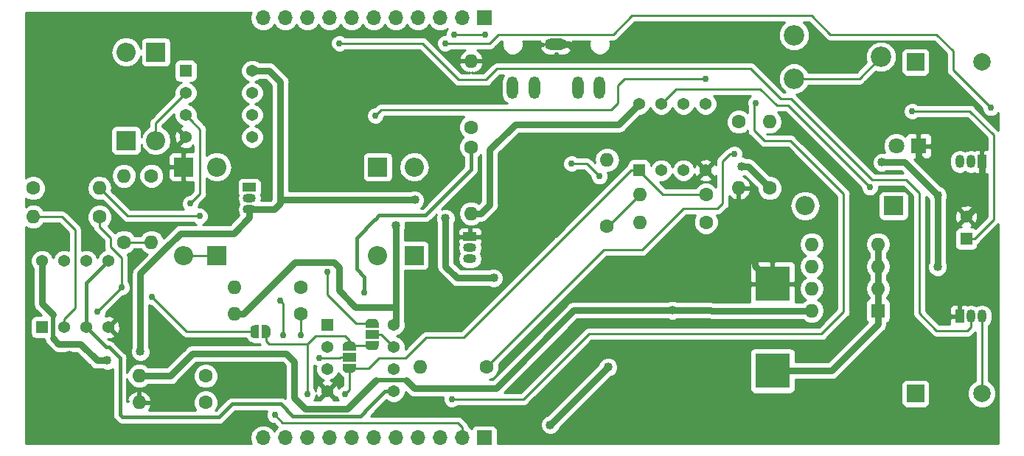
<source format=gbl>
G04 #@! TF.GenerationSoftware,KiCad,Pcbnew,5.0.2-bee76a0~70~ubuntu16.04.1*
G04 #@! TF.CreationDate,2019-09-22T20:04:43+02:00*
G04 #@! TF.ProjectId,fiscal,66697363-616c-42e6-9b69-6361645f7063,v01*
G04 #@! TF.SameCoordinates,Original*
G04 #@! TF.FileFunction,Copper,L2,Bot*
G04 #@! TF.FilePolarity,Positive*
%FSLAX46Y46*%
G04 Gerber Fmt 4.6, Leading zero omitted, Abs format (unit mm)*
G04 Created by KiCad (PCBNEW 5.0.2-bee76a0~70~ubuntu16.04.1) date dom 22 sep 2019 20:04:43 CEST*
%MOMM*%
%LPD*%
G01*
G04 APERTURE LIST*
G04 #@! TA.AperFunction,ComponentPad*
%ADD10O,1.600000X1.600000*%
G04 #@! TD*
G04 #@! TA.AperFunction,ComponentPad*
%ADD11C,1.600000*%
G04 #@! TD*
G04 #@! TA.AperFunction,SMDPad,CuDef*
%ADD12R,4.000000X4.000000*%
G04 #@! TD*
G04 #@! TA.AperFunction,ComponentPad*
%ADD13C,2.000000*%
G04 #@! TD*
G04 #@! TA.AperFunction,ComponentPad*
%ADD14R,2.000000X2.000000*%
G04 #@! TD*
G04 #@! TA.AperFunction,ComponentPad*
%ADD15C,1.800000*%
G04 #@! TD*
G04 #@! TA.AperFunction,ComponentPad*
%ADD16R,1.800000X1.800000*%
G04 #@! TD*
G04 #@! TA.AperFunction,ComponentPad*
%ADD17O,2.200000X2.200000*%
G04 #@! TD*
G04 #@! TA.AperFunction,ComponentPad*
%ADD18R,2.200000X2.200000*%
G04 #@! TD*
G04 #@! TA.AperFunction,ComponentPad*
%ADD19O,1.300000X2.600000*%
G04 #@! TD*
G04 #@! TA.AperFunction,ComponentPad*
%ADD20O,2.600000X1.300000*%
G04 #@! TD*
G04 #@! TA.AperFunction,ComponentPad*
%ADD21O,1.700000X1.700000*%
G04 #@! TD*
G04 #@! TA.AperFunction,ComponentPad*
%ADD22R,1.700000X1.700000*%
G04 #@! TD*
G04 #@! TA.AperFunction,SMDPad,CuDef*
%ADD23R,1.500000X1.000000*%
G04 #@! TD*
G04 #@! TA.AperFunction,SMDPad,CuDef*
%ADD24C,0.500000*%
G04 #@! TD*
G04 #@! TA.AperFunction,Conductor*
%ADD25C,0.100000*%
G04 #@! TD*
G04 #@! TA.AperFunction,ComponentPad*
%ADD26C,1.378000*%
G04 #@! TD*
G04 #@! TA.AperFunction,ComponentPad*
%ADD27R,1.378000X1.378000*%
G04 #@! TD*
G04 #@! TA.AperFunction,ComponentPad*
%ADD28R,1.050000X1.500000*%
G04 #@! TD*
G04 #@! TA.AperFunction,ComponentPad*
%ADD29O,1.050000X1.500000*%
G04 #@! TD*
G04 #@! TA.AperFunction,ComponentPad*
%ADD30R,1.500000X1.050000*%
G04 #@! TD*
G04 #@! TA.AperFunction,ComponentPad*
%ADD31O,1.500000X1.050000*%
G04 #@! TD*
G04 #@! TA.AperFunction,ComponentPad*
%ADD32C,2.340000*%
G04 #@! TD*
G04 #@! TA.AperFunction,ComponentPad*
%ADD33R,1.600000X1.600000*%
G04 #@! TD*
G04 #@! TA.AperFunction,ComponentPad*
%ADD34R,1.371600X1.371600*%
G04 #@! TD*
G04 #@! TA.AperFunction,ComponentPad*
%ADD35C,1.371600*%
G04 #@! TD*
G04 #@! TA.AperFunction,ViaPad*
%ADD36C,1.016000*%
G04 #@! TD*
G04 #@! TA.AperFunction,ViaPad*
%ADD37C,0.685800*%
G04 #@! TD*
G04 #@! TA.AperFunction,ViaPad*
%ADD38C,0.762000*%
G04 #@! TD*
G04 #@! TA.AperFunction,Conductor*
%ADD39C,0.762000*%
G04 #@! TD*
G04 #@! TA.AperFunction,Conductor*
%ADD40C,0.254000*%
G04 #@! TD*
G04 #@! TA.AperFunction,Conductor*
%ADD41C,0.508000*%
G04 #@! TD*
G04 #@! TA.AperFunction,Conductor*
%ADD42C,0.381000*%
G04 #@! TD*
G04 APERTURE END LIST*
D10*
G04 #@! TO.P,R8,2*
G04 #@! TO.N,Net-(C2-Pad1)*
X186753500Y-88265000D03*
D11*
G04 #@! TO.P,R8,1*
G04 #@! TO.N,Net-(R5-Pad2)*
X194373500Y-88265000D03*
G04 #@! TD*
D12*
G04 #@! TO.P,BT1,2*
G04 #@! TO.N,GNDD*
X202010000Y-95330000D03*
G04 #@! TO.P,BT1,1*
G04 #@! TO.N,Net-(BT1-Pad1)*
X202010000Y-105330000D03*
G04 #@! TD*
D13*
G04 #@! TO.P,BZ1,2*
G04 #@! TO.N,Net-(BZ1-Pad2)*
X226040000Y-107950000D03*
D14*
G04 #@! TO.P,BZ1,1*
G04 #@! TO.N,Net-(BZ1-Pad1)*
X218440000Y-107950000D03*
G04 #@! TD*
D13*
G04 #@! TO.P,BZ2,2*
G04 #@! TO.N,Net-(BZ2-Pad2)*
X226040000Y-69850000D03*
D14*
G04 #@! TO.P,BZ2,1*
G04 #@! TO.N,Net-(BZ2-Pad1)*
X218440000Y-69850000D03*
G04 #@! TD*
D15*
G04 #@! TO.P,D1,2*
G04 #@! TO.N,Net-(D1-Pad2)*
X216217500Y-79502000D03*
D16*
G04 #@! TO.P,D1,1*
G04 #@! TO.N,GNDD*
X218757500Y-79502000D03*
G04 #@! TD*
D17*
G04 #@! TO.P,D2,2*
G04 #@! TO.N,Net-(D2-Pad2)*
X160845500Y-81915000D03*
D18*
G04 #@! TO.P,D2,1*
G04 #@! TO.N,Net-(C9-Pad1)*
X160845500Y-92075000D03*
G04 #@! TD*
D17*
G04 #@! TO.P,D3,2*
G04 #@! TO.N,Net-(C9-Pad1)*
X156654500Y-92075000D03*
D18*
G04 #@! TO.P,D3,1*
G04 #@! TO.N,Net-(C12-Pad1)*
X156654500Y-81915000D03*
G04 #@! TD*
D17*
G04 #@! TO.P,D4,2*
G04 #@! TO.N,/Fdbck_ppp*
X131191000Y-78867000D03*
D18*
G04 #@! TO.P,D4,1*
G04 #@! TO.N,Net-(D4-Pad1)*
X131191000Y-68707000D03*
G04 #@! TD*
D17*
G04 #@! TO.P,D5,2*
G04 #@! TO.N,Net-(D5-Pad2)*
X138176000Y-81915000D03*
D18*
G04 #@! TO.P,D5,1*
G04 #@! TO.N,Net-(C8-Pad2)*
X138176000Y-92075000D03*
G04 #@! TD*
D17*
G04 #@! TO.P,D6,2*
G04 #@! TO.N,Net-(C8-Pad2)*
X134366000Y-92075000D03*
D18*
G04 #@! TO.P,D6,1*
G04 #@! TO.N,GNDD*
X134366000Y-81915000D03*
G04 #@! TD*
D17*
G04 #@! TO.P,D7,2*
G04 #@! TO.N,Net-(D4-Pad1)*
X127762000Y-68707000D03*
D18*
G04 #@! TO.P,D7,1*
G04 #@! TO.N,Net-(C13-Pad1)*
X127762000Y-78867000D03*
G04 #@! TD*
D17*
G04 #@! TO.P,D8,2*
G04 #@! TO.N,Net-(D8-Pad2)*
X205740000Y-86360000D03*
D18*
G04 #@! TO.P,D8,1*
G04 #@! TO.N,+5V*
X215900000Y-86360000D03*
G04 #@! TD*
D19*
G04 #@! TO.P,J1,2*
G04 #@! TO.N,Net-(J1-Pad2)*
X172165000Y-72811000D03*
G04 #@! TO.P,J1,3*
G04 #@! TO.N,Net-(J1-Pad3)*
X182165000Y-72811000D03*
G04 #@! TO.P,J1,11*
G04 #@! TO.N,/JS*
X179665000Y-72811000D03*
G04 #@! TO.P,J1,10*
G04 #@! TO.N,Net-(J1-Pad10)*
X174665000Y-72811000D03*
D20*
G04 #@! TO.P,J1,1*
G04 #@! TO.N,GNDD*
X177165000Y-67811000D03*
G04 #@! TD*
D21*
G04 #@! TO.P,J2,11*
G04 #@! TO.N,+3V3*
X143510000Y-64770000D03*
G04 #@! TO.P,J2,10*
G04 #@! TO.N,Net-(J2-Pad10)*
X146050000Y-64770000D03*
G04 #@! TO.P,J2,9*
G04 #@! TO.N,Net-(J2-Pad9)*
X148590000Y-64770000D03*
G04 #@! TO.P,J2,8*
G04 #@! TO.N,PE3_Buzzer2*
X151130000Y-64770000D03*
G04 #@! TO.P,J2,7*
G04 #@! TO.N,PE5_Buzzer1*
X153670000Y-64770000D03*
G04 #@! TO.P,J2,6*
G04 #@! TO.N,PC13_Jacksense*
X156210000Y-64770000D03*
G04 #@! TO.P,J2,5*
G04 #@! TO.N,Net-(J2-Pad5)*
X158750000Y-64770000D03*
G04 #@! TO.P,J2,4*
G04 #@! TO.N,Net-(J2-Pad4)*
X161290000Y-64770000D03*
G04 #@! TO.P,J2,3*
G04 #@! TO.N,Net-(J2-Pad3)*
X163830000Y-64770000D03*
G04 #@! TO.P,J2,2*
G04 #@! TO.N,Net-(J2-Pad2)*
X166370000Y-64770000D03*
D22*
G04 #@! TO.P,J2,1*
G04 #@! TO.N,+5V*
X168910000Y-64770000D03*
G04 #@! TD*
D21*
G04 #@! TO.P,J3,11*
G04 #@! TO.N,PA5_VBAT*
X143510000Y-113030000D03*
G04 #@! TO.P,J3,10*
G04 #@! TO.N,Net-(J3-Pad10)*
X146050000Y-113030000D03*
G04 #@! TO.P,J3,9*
G04 #@! TO.N,Net-(J3-Pad9)*
X148590000Y-113030000D03*
G04 #@! TO.P,J3,8*
G04 #@! TO.N,PC3_LSin*
X151130000Y-113030000D03*
G04 #@! TO.P,J3,7*
G04 #@! TO.N,Net-(J3-Pad7)*
X153670000Y-113030000D03*
G04 #@! TO.P,J3,6*
G04 #@! TO.N,GNDD*
X156210000Y-113030000D03*
G04 #@! TO.P,J3,5*
G04 #@! TO.N,Net-(J3-Pad5)*
X158750000Y-113030000D03*
G04 #@! TO.P,J3,4*
G04 #@! TO.N,Net-(J3-Pad4)*
X161290000Y-113030000D03*
G04 #@! TO.P,J3,3*
G04 #@! TO.N,Net-(J3-Pad3)*
X163830000Y-113030000D03*
G04 #@! TO.P,J3,2*
G04 #@! TO.N,PF6_MICin*
X166370000Y-113030000D03*
D22*
G04 #@! TO.P,J3,1*
G04 #@! TO.N,+3V3*
X168910000Y-113030000D03*
G04 #@! TD*
D23*
G04 #@! TO.P,JP1,2*
G04 #@! TO.N,Mic_in_analog*
X156019500Y-101155500D03*
D24*
G04 #@! TO.P,JP1,3*
G04 #@! TO.N,Net-(C7-Pad2)*
X156019500Y-99855500D03*
D25*
G04 #@! TD*
G04 #@! TO.N,Net-(C7-Pad2)*
G04 #@! TO.C,JP1*
G36*
X155270102Y-99855500D02*
X155270102Y-99830966D01*
X155274912Y-99782135D01*
X155284484Y-99734010D01*
X155298728Y-99687055D01*
X155317505Y-99641722D01*
X155340636Y-99598449D01*
X155367896Y-99557650D01*
X155399024Y-99519721D01*
X155433721Y-99485024D01*
X155471650Y-99453896D01*
X155512449Y-99426636D01*
X155555722Y-99403505D01*
X155601055Y-99384728D01*
X155648010Y-99370484D01*
X155696135Y-99360912D01*
X155744966Y-99356102D01*
X155769500Y-99356102D01*
X155769500Y-99355500D01*
X156269500Y-99355500D01*
X156269500Y-99356102D01*
X156294034Y-99356102D01*
X156342865Y-99360912D01*
X156390990Y-99370484D01*
X156437945Y-99384728D01*
X156483278Y-99403505D01*
X156526551Y-99426636D01*
X156567350Y-99453896D01*
X156605279Y-99485024D01*
X156639976Y-99519721D01*
X156671104Y-99557650D01*
X156698364Y-99598449D01*
X156721495Y-99641722D01*
X156740272Y-99687055D01*
X156754516Y-99734010D01*
X156764088Y-99782135D01*
X156768898Y-99830966D01*
X156768898Y-99855500D01*
X156769500Y-99855500D01*
X156769500Y-100405500D01*
X155269500Y-100405500D01*
X155269500Y-99855500D01*
X155270102Y-99855500D01*
X155270102Y-99855500D01*
G37*
D24*
G04 #@! TO.P,JP1,1*
G04 #@! TO.N,PF6_MICin*
X156019500Y-102455500D03*
D25*
G04 #@! TD*
G04 #@! TO.N,PF6_MICin*
G04 #@! TO.C,JP1*
G36*
X156769500Y-101905500D02*
X156769500Y-102455500D01*
X156768898Y-102455500D01*
X156768898Y-102480034D01*
X156764088Y-102528865D01*
X156754516Y-102576990D01*
X156740272Y-102623945D01*
X156721495Y-102669278D01*
X156698364Y-102712551D01*
X156671104Y-102753350D01*
X156639976Y-102791279D01*
X156605279Y-102825976D01*
X156567350Y-102857104D01*
X156526551Y-102884364D01*
X156483278Y-102907495D01*
X156437945Y-102926272D01*
X156390990Y-102940516D01*
X156342865Y-102950088D01*
X156294034Y-102954898D01*
X156269500Y-102954898D01*
X156269500Y-102955500D01*
X155769500Y-102955500D01*
X155769500Y-102954898D01*
X155744966Y-102954898D01*
X155696135Y-102950088D01*
X155648010Y-102940516D01*
X155601055Y-102926272D01*
X155555722Y-102907495D01*
X155512449Y-102884364D01*
X155471650Y-102857104D01*
X155433721Y-102825976D01*
X155399024Y-102791279D01*
X155367896Y-102753350D01*
X155340636Y-102712551D01*
X155317505Y-102669278D01*
X155298728Y-102623945D01*
X155284484Y-102576990D01*
X155274912Y-102528865D01*
X155270102Y-102480034D01*
X155270102Y-102455500D01*
X155269500Y-102455500D01*
X155269500Y-101905500D01*
X156769500Y-101905500D01*
X156769500Y-101905500D01*
G37*
D24*
G04 #@! TO.P,JP2,2*
G04 #@! TO.N,PF6_MICin*
X143842500Y-100838000D03*
D25*
G04 #@! TD*
G04 #@! TO.N,PF6_MICin*
G04 #@! TO.C,JP2*
G36*
X143842500Y-100088602D02*
X143867034Y-100088602D01*
X143915865Y-100093412D01*
X143963990Y-100102984D01*
X144010945Y-100117228D01*
X144056278Y-100136005D01*
X144099551Y-100159136D01*
X144140350Y-100186396D01*
X144178279Y-100217524D01*
X144212976Y-100252221D01*
X144244104Y-100290150D01*
X144271364Y-100330949D01*
X144294495Y-100374222D01*
X144313272Y-100419555D01*
X144327516Y-100466510D01*
X144337088Y-100514635D01*
X144341898Y-100563466D01*
X144341898Y-100588000D01*
X144342500Y-100588000D01*
X144342500Y-101088000D01*
X144341898Y-101088000D01*
X144341898Y-101112534D01*
X144337088Y-101161365D01*
X144327516Y-101209490D01*
X144313272Y-101256445D01*
X144294495Y-101301778D01*
X144271364Y-101345051D01*
X144244104Y-101385850D01*
X144212976Y-101423779D01*
X144178279Y-101458476D01*
X144140350Y-101489604D01*
X144099551Y-101516864D01*
X144056278Y-101539995D01*
X144010945Y-101558772D01*
X143963990Y-101573016D01*
X143915865Y-101582588D01*
X143867034Y-101587398D01*
X143842500Y-101587398D01*
X143842500Y-101588000D01*
X143342500Y-101588000D01*
X143342500Y-100088000D01*
X143842500Y-100088000D01*
X143842500Y-100088602D01*
X143842500Y-100088602D01*
G37*
D24*
G04 #@! TO.P,JP2,1*
G04 #@! TO.N,Net-(JP2-Pad1)*
X142542500Y-100838000D03*
D25*
G04 #@! TD*
G04 #@! TO.N,Net-(JP2-Pad1)*
G04 #@! TO.C,JP2*
G36*
X143042500Y-101588000D02*
X142542500Y-101588000D01*
X142542500Y-101587398D01*
X142517966Y-101587398D01*
X142469135Y-101582588D01*
X142421010Y-101573016D01*
X142374055Y-101558772D01*
X142328722Y-101539995D01*
X142285449Y-101516864D01*
X142244650Y-101489604D01*
X142206721Y-101458476D01*
X142172024Y-101423779D01*
X142140896Y-101385850D01*
X142113636Y-101345051D01*
X142090505Y-101301778D01*
X142071728Y-101256445D01*
X142057484Y-101209490D01*
X142047912Y-101161365D01*
X142043102Y-101112534D01*
X142043102Y-101088000D01*
X142042500Y-101088000D01*
X142042500Y-100588000D01*
X142043102Y-100588000D01*
X142043102Y-100563466D01*
X142047912Y-100514635D01*
X142057484Y-100466510D01*
X142071728Y-100419555D01*
X142090505Y-100374222D01*
X142113636Y-100330949D01*
X142140896Y-100290150D01*
X142172024Y-100252221D01*
X142206721Y-100217524D01*
X142244650Y-100186396D01*
X142285449Y-100159136D01*
X142328722Y-100136005D01*
X142374055Y-100117228D01*
X142421010Y-100102984D01*
X142469135Y-100093412D01*
X142517966Y-100088602D01*
X142542500Y-100088602D01*
X142542500Y-100088000D01*
X143042500Y-100088000D01*
X143042500Y-101588000D01*
X143042500Y-101588000D01*
G37*
D26*
G04 #@! TO.P,MK1,2*
G04 #@! TO.N,GNDD*
X224250000Y-87630000D03*
D27*
G04 #@! TO.P,MK1,1*
G04 #@! TO.N,Net-(C24-Pad1)*
X224250000Y-90170000D03*
G04 #@! TD*
D28*
G04 #@! TO.P,Q1,1*
G04 #@! TO.N,GNDD*
X223520000Y-99060000D03*
D29*
G04 #@! TO.P,Q1,3*
G04 #@! TO.N,Net-(BZ1-Pad2)*
X226060000Y-99060000D03*
G04 #@! TO.P,Q1,2*
G04 #@! TO.N,Net-(Q1-Pad2)*
X224790000Y-99060000D03*
G04 #@! TD*
D28*
G04 #@! TO.P,Q2,1*
G04 #@! TO.N,GNDD*
X226060000Y-81280000D03*
D29*
G04 #@! TO.P,Q2,3*
G04 #@! TO.N,Net-(BZ2-Pad2)*
X223520000Y-81280000D03*
G04 #@! TO.P,Q2,2*
G04 #@! TO.N,Net-(Q2-Pad2)*
X224790000Y-81280000D03*
G04 #@! TD*
D30*
G04 #@! TO.P,Q3,1*
G04 #@! TO.N,GNDD*
X167259000Y-89916000D03*
D31*
G04 #@! TO.P,Q3,3*
G04 #@! TO.N,Net-(D2-Pad2)*
X167259000Y-92456000D03*
G04 #@! TO.P,Q3,2*
X167259000Y-91186000D03*
G04 #@! TD*
D30*
G04 #@! TO.P,Q4,1*
G04 #@! TO.N,Net-(Q4-Pad1)*
X141922500Y-84264500D03*
D31*
G04 #@! TO.P,Q4,3*
G04 #@! TO.N,+5V*
X141922500Y-86804500D03*
G04 #@! TO.P,Q4,2*
G04 #@! TO.N,Net-(Q4-Pad2)*
X141922500Y-85534500D03*
G04 #@! TD*
D10*
G04 #@! TO.P,R5,2*
G04 #@! TO.N,Net-(R5-Pad2)*
X183007000Y-81089500D03*
D11*
G04 #@! TO.P,R5,1*
G04 #@! TO.N,Net-(R5-Pad1)*
X183007000Y-88709500D03*
G04 #@! TD*
D10*
G04 #@! TO.P,R6,2*
G04 #@! TO.N,Net-(R5-Pad1)*
X186753500Y-85090000D03*
D11*
G04 #@! TO.P,R6,1*
G04 #@! TO.N,PC3_LSin*
X194373500Y-85090000D03*
G04 #@! TD*
D10*
G04 #@! TO.P,R12,2*
G04 #@! TO.N,Net-(C5-Pad1)*
X201676000Y-76708000D03*
D11*
G04 #@! TO.P,R12,1*
G04 #@! TO.N,+3V3*
X201676000Y-84328000D03*
G04 #@! TD*
D10*
G04 #@! TO.P,R16,2*
G04 #@! TO.N,+3V3*
X167386000Y-87249000D03*
D11*
G04 #@! TO.P,R16,1*
G04 #@! TO.N,VGND*
X167386000Y-79629000D03*
G04 #@! TD*
D10*
G04 #@! TO.P,R17,2*
G04 #@! TO.N,GNDD*
X198120000Y-84328000D03*
D11*
G04 #@! TO.P,R17,1*
G04 #@! TO.N,Net-(C5-Pad1)*
X198120000Y-76708000D03*
G04 #@! TD*
D10*
G04 #@! TO.P,R18,2*
G04 #@! TO.N,GNDD*
X167386000Y-69723000D03*
D11*
G04 #@! TO.P,R18,1*
G04 #@! TO.N,VGND*
X167386000Y-77343000D03*
G04 #@! TD*
D10*
G04 #@! TO.P,R27,2*
G04 #@! TO.N,Net-(R27-Pad2)*
X117094000Y-87630000D03*
D11*
G04 #@! TO.P,R27,1*
G04 #@! TO.N,/AVC_AMP_stg1_out*
X124714000Y-87630000D03*
G04 #@! TD*
D10*
G04 #@! TO.P,R28,2*
G04 #@! TO.N,Mic_in_AVC_out*
X124714000Y-84328000D03*
D11*
G04 #@! TO.P,R28,1*
G04 #@! TO.N,Net-(R27-Pad2)*
X117094000Y-84328000D03*
G04 #@! TD*
D10*
G04 #@! TO.P,R29,2*
G04 #@! TO.N,Net-(JP2-Pad1)*
X127508000Y-82931000D03*
D11*
G04 #@! TO.P,R29,1*
G04 #@! TO.N,Net-(R29-Pad1)*
X127508000Y-90551000D03*
G04 #@! TD*
D10*
G04 #@! TO.P,R30,2*
G04 #@! TO.N,Net-(R29-Pad1)*
X130683000Y-90551000D03*
D11*
G04 #@! TO.P,R30,1*
G04 #@! TO.N,Net-(C18-Pad2)*
X130683000Y-82931000D03*
G04 #@! TD*
D10*
G04 #@! TO.P,R33,2*
G04 #@! TO.N,Net-(R33-Pad2)*
X140208000Y-95758000D03*
D11*
G04 #@! TO.P,R33,1*
G04 #@! TO.N,PA5_VBAT*
X147828000Y-95758000D03*
G04 #@! TD*
D10*
G04 #@! TO.P,R34,2*
G04 #@! TO.N,+3V3*
X140208000Y-98806000D03*
D11*
G04 #@! TO.P,R34,1*
G04 #@! TO.N,Net-(R33-Pad2)*
X147828000Y-98806000D03*
G04 #@! TD*
D10*
G04 #@! TO.P,R35,2*
G04 #@! TO.N,Mic_in_analog*
X161544000Y-104902000D03*
D11*
G04 #@! TO.P,R35,1*
G04 #@! TO.N,Net-(R35-Pad1)*
X169164000Y-104902000D03*
G04 #@! TD*
D10*
G04 #@! TO.P,R36,2*
G04 #@! TO.N,VBAT*
X129286000Y-105918000D03*
D11*
G04 #@! TO.P,R36,1*
G04 #@! TO.N,Net-(C22-Pad1)*
X136906000Y-105918000D03*
G04 #@! TD*
D10*
G04 #@! TO.P,R37,2*
G04 #@! TO.N,GNDD*
X129286000Y-108966000D03*
D11*
G04 #@! TO.P,R37,1*
G04 #@! TO.N,Net-(C22-Pad1)*
X136906000Y-108966000D03*
G04 #@! TD*
D32*
G04 #@! TO.P,RV1,1*
G04 #@! TO.N,Net-(R35-Pad1)*
X204470000Y-71755000D03*
G04 #@! TO.P,RV1,2*
X214470000Y-69255000D03*
G04 #@! TO.P,RV1,3*
G04 #@! TO.N,Net-(C23-Pad2)*
X204470000Y-66755000D03*
G04 #@! TD*
D10*
G04 #@! TO.P,SW1,8*
G04 #@! TO.N,VBAT*
X206502000Y-98425000D03*
G04 #@! TO.P,SW1,4*
G04 #@! TO.N,Net-(BT1-Pad1)*
X214122000Y-90805000D03*
G04 #@! TO.P,SW1,7*
G04 #@! TO.N,VBAT*
X206502000Y-95885000D03*
G04 #@! TO.P,SW1,3*
G04 #@! TO.N,Net-(BT1-Pad1)*
X214122000Y-93345000D03*
G04 #@! TO.P,SW1,6*
G04 #@! TO.N,VBAT*
X206502000Y-93345000D03*
G04 #@! TO.P,SW1,2*
G04 #@! TO.N,Net-(BT1-Pad1)*
X214122000Y-95885000D03*
G04 #@! TO.P,SW1,5*
G04 #@! TO.N,VBAT*
X206502000Y-90805000D03*
D33*
G04 #@! TO.P,SW1,1*
G04 #@! TO.N,Net-(BT1-Pad1)*
X214122000Y-98425000D03*
G04 #@! TD*
D34*
G04 #@! TO.P,U1,1*
G04 #@! TO.N,PC3_LSin*
X186690000Y-82296000D03*
D35*
G04 #@! TO.P,U1,2*
G04 #@! TO.N,Net-(R5-Pad2)*
X189230000Y-82296000D03*
G04 #@! TO.P,U1,3*
G04 #@! TO.N,VGND*
X191770000Y-82296000D03*
G04 #@! TO.P,U1,4*
G04 #@! TO.N,GNDD*
X194310000Y-82296000D03*
G04 #@! TO.P,U1,5*
G04 #@! TO.N,Peak_output*
X194310000Y-74676000D03*
G04 #@! TO.P,U1,6*
G04 #@! TO.N,Net-(C5-Pad1)*
X191770000Y-74676000D03*
G04 #@! TO.P,U1,7*
G04 #@! TO.N,Net-(R9-Pad2)*
X189230000Y-74676000D03*
G04 #@! TO.P,U1,8*
G04 #@! TO.N,+3V3*
X186690000Y-74676000D03*
G04 #@! TD*
D34*
G04 #@! TO.P,U2,1*
G04 #@! TO.N,Net-(D4-Pad1)*
X134620000Y-70866000D03*
D35*
G04 #@! TO.P,U2,2*
G04 #@! TO.N,/Fdbck_ppp*
X134620000Y-73406000D03*
G04 #@! TO.P,U2,3*
G04 #@! TO.N,Net-(JP3-Pad2)*
X134620000Y-75946000D03*
G04 #@! TO.P,U2,4*
G04 #@! TO.N,GNDD*
X134620000Y-78486000D03*
G04 #@! TO.P,U2,5*
G04 #@! TO.N,Net-(C13-Pad1)*
X142240000Y-78486000D03*
G04 #@! TO.P,U2,6*
G04 #@! TO.N,Peak_output*
X142240000Y-75946000D03*
G04 #@! TO.P,U2,7*
X142240000Y-73406000D03*
G04 #@! TO.P,U2,8*
G04 #@! TO.N,+5V*
X142240000Y-70866000D03*
G04 #@! TD*
D34*
G04 #@! TO.P,U3,1*
G04 #@! TO.N,/AVC_AMP_stg1_out*
X118110000Y-100330000D03*
D35*
G04 #@! TO.P,U3,2*
G04 #@! TO.N,Net-(R27-Pad2)*
X120650000Y-100330000D03*
G04 #@! TO.P,U3,3*
G04 #@! TO.N,VGND*
X123190000Y-100330000D03*
G04 #@! TO.P,U3,4*
G04 #@! TO.N,GNDD*
X125730000Y-100330000D03*
G04 #@! TO.P,U3,5*
G04 #@! TO.N,VGND*
X125730000Y-92710000D03*
G04 #@! TO.P,U3,6*
G04 #@! TO.N,Net-(R29-Pad1)*
X123190000Y-92710000D03*
G04 #@! TO.P,U3,7*
G04 #@! TO.N,Net-(JP2-Pad1)*
X120650000Y-92710000D03*
G04 #@! TO.P,U3,8*
G04 #@! TO.N,+3V3*
X118110000Y-92710000D03*
G04 #@! TD*
D34*
G04 #@! TO.P,U4,1*
G04 #@! TO.N,PA5_VBAT*
X150876000Y-100076000D03*
D35*
G04 #@! TO.P,U4,2*
G04 #@! TO.N,Net-(R33-Pad2)*
X150876000Y-102616000D03*
G04 #@! TO.P,U4,3*
G04 #@! TO.N,Net-(C22-Pad1)*
X150876000Y-105156000D03*
G04 #@! TO.P,U4,4*
G04 #@! TO.N,GNDD*
X150876000Y-107696000D03*
G04 #@! TO.P,U4,5*
G04 #@! TO.N,VGND*
X158496000Y-107696000D03*
G04 #@! TO.P,U4,6*
G04 #@! TO.N,Net-(C23-Pad2)*
X158496000Y-105156000D03*
G04 #@! TO.P,U4,7*
G04 #@! TO.N,Mic_in_analog*
X158496000Y-102616000D03*
G04 #@! TO.P,U4,8*
G04 #@! TO.N,+3V3*
X158496000Y-100076000D03*
G04 #@! TD*
D23*
G04 #@! TO.P,JP3,2*
G04 #@! TO.N,Net-(JP3-Pad2)*
X153416000Y-103759000D03*
D24*
G04 #@! TO.P,JP3,3*
G04 #@! TO.N,PC3_LSin*
X153416000Y-105059000D03*
D25*
G04 #@! TD*
G04 #@! TO.N,PC3_LSin*
G04 #@! TO.C,JP3*
G36*
X154165398Y-105059000D02*
X154165398Y-105083534D01*
X154160588Y-105132365D01*
X154151016Y-105180490D01*
X154136772Y-105227445D01*
X154117995Y-105272778D01*
X154094864Y-105316051D01*
X154067604Y-105356850D01*
X154036476Y-105394779D01*
X154001779Y-105429476D01*
X153963850Y-105460604D01*
X153923051Y-105487864D01*
X153879778Y-105510995D01*
X153834445Y-105529772D01*
X153787490Y-105544016D01*
X153739365Y-105553588D01*
X153690534Y-105558398D01*
X153666000Y-105558398D01*
X153666000Y-105559000D01*
X153166000Y-105559000D01*
X153166000Y-105558398D01*
X153141466Y-105558398D01*
X153092635Y-105553588D01*
X153044510Y-105544016D01*
X152997555Y-105529772D01*
X152952222Y-105510995D01*
X152908949Y-105487864D01*
X152868150Y-105460604D01*
X152830221Y-105429476D01*
X152795524Y-105394779D01*
X152764396Y-105356850D01*
X152737136Y-105316051D01*
X152714005Y-105272778D01*
X152695228Y-105227445D01*
X152680984Y-105180490D01*
X152671412Y-105132365D01*
X152666602Y-105083534D01*
X152666602Y-105059000D01*
X152666000Y-105059000D01*
X152666000Y-104509000D01*
X154166000Y-104509000D01*
X154166000Y-105059000D01*
X154165398Y-105059000D01*
X154165398Y-105059000D01*
G37*
D24*
G04 #@! TO.P,JP3,1*
G04 #@! TO.N,PF6_MICin*
X153416000Y-102459000D03*
D25*
G04 #@! TD*
G04 #@! TO.N,PF6_MICin*
G04 #@! TO.C,JP3*
G36*
X152666000Y-103009000D02*
X152666000Y-102459000D01*
X152666602Y-102459000D01*
X152666602Y-102434466D01*
X152671412Y-102385635D01*
X152680984Y-102337510D01*
X152695228Y-102290555D01*
X152714005Y-102245222D01*
X152737136Y-102201949D01*
X152764396Y-102161150D01*
X152795524Y-102123221D01*
X152830221Y-102088524D01*
X152868150Y-102057396D01*
X152908949Y-102030136D01*
X152952222Y-102007005D01*
X152997555Y-101988228D01*
X153044510Y-101973984D01*
X153092635Y-101964412D01*
X153141466Y-101959602D01*
X153166000Y-101959602D01*
X153166000Y-101959000D01*
X153666000Y-101959000D01*
X153666000Y-101959602D01*
X153690534Y-101959602D01*
X153739365Y-101964412D01*
X153787490Y-101973984D01*
X153834445Y-101988228D01*
X153879778Y-102007005D01*
X153923051Y-102030136D01*
X153963850Y-102057396D01*
X154001779Y-102088524D01*
X154036476Y-102123221D01*
X154067604Y-102161150D01*
X154094864Y-102201949D01*
X154117995Y-102245222D01*
X154136772Y-102290555D01*
X154151016Y-102337510D01*
X154160588Y-102385635D01*
X154165398Y-102434466D01*
X154165398Y-102459000D01*
X154166000Y-102459000D01*
X154166000Y-103009000D01*
X152666000Y-103009000D01*
X152666000Y-103009000D01*
G37*
D36*
G04 #@! TO.N,GNDD*
X119380000Y-111125000D03*
X121285000Y-111125000D03*
X123190000Y-111125000D03*
X123190000Y-113030000D03*
X119380000Y-109220000D03*
X117475000Y-109220000D03*
X123190000Y-105410000D03*
X121285000Y-103505000D03*
X119380000Y-103505000D03*
X117475000Y-103505000D03*
X121285000Y-107315000D03*
X117475000Y-105410000D03*
X123190000Y-107315000D03*
X119380000Y-107315000D03*
X117475000Y-107315000D03*
X117475000Y-111125000D03*
X117475000Y-113030000D03*
X119380000Y-113030000D03*
X121285000Y-113030000D03*
X181610000Y-69469000D03*
X187198000Y-67056000D03*
X156972000Y-69088000D03*
D37*
X159131000Y-71247000D03*
D36*
X199970000Y-88900000D03*
X169672000Y-109918500D03*
X164592000Y-109918500D03*
X123190000Y-109220000D03*
X121285000Y-109220000D03*
X119380000Y-105410000D03*
X121285000Y-105410000D03*
G04 #@! TO.N,+3V3*
X220980000Y-93370400D03*
X214566500Y-81381600D03*
X198437500Y-81851500D03*
X158750000Y-88646000D03*
X125603000Y-104140000D03*
X220980000Y-85191600D03*
D38*
G04 #@! TO.N,Net-(C2-Pad1)*
X178943000Y-81534000D03*
X182118000Y-82994500D03*
G04 #@! TO.N,Net-(C7-Pad2)*
X150876000Y-93980000D03*
G04 #@! TO.N,Mic_in_AVC_out*
X136207500Y-87566500D03*
D36*
G04 #@! TO.N,+5V*
X160934400Y-85699600D03*
X129413000Y-103124000D03*
X169989500Y-94678500D03*
X164465000Y-87820500D03*
D38*
G04 #@! TO.N,/AVC_AMP_stg1_out*
X124460000Y-98552000D03*
X127254000Y-95758000D03*
G04 #@! TO.N,Net-(C23-Pad2)*
X200088500Y-74549000D03*
X165163500Y-108585000D03*
G04 #@! TO.N,Net-(C24-Pad1)*
X218059000Y-75501500D03*
D36*
G04 #@! TO.N,Net-(D8-Pad2)*
X176479200Y-111556800D03*
X183134000Y-104902000D03*
G04 #@! TO.N,VBAT*
X190500000Y-98407000D03*
D38*
G04 #@! TO.N,PC3_LSin*
X152908000Y-108013500D03*
G04 #@! TO.N,PF6_MICin*
X148590000Y-108013500D03*
X144843500Y-110426500D03*
G04 #@! TO.N,Net-(JP2-Pad1)*
X130746500Y-96837500D03*
G04 #@! TO.N,Net-(Q1-Pad2)*
X152273000Y-67691000D03*
G04 #@! TO.N,Net-(Q2-Pad2)*
X227076000Y-75120500D03*
X164401500Y-67691000D03*
G04 #@! TO.N,Net-(R9-Pad2)*
X213169500Y-84264500D03*
G04 #@! TO.N,Peak_output*
X194310000Y-71818500D03*
X156400500Y-76009500D03*
G04 #@! TO.N,Net-(R33-Pad2)*
X147828000Y-101219000D03*
G04 #@! TO.N,Net-(R35-Pad1)*
X197612000Y-80391000D03*
G04 #@! TO.N,Net-(JP3-Pad2)*
X135128000Y-86106000D03*
X149923500Y-103886000D03*
X145478500Y-97282000D03*
X145796000Y-101282500D03*
G04 #@! TO.N,VGND*
X155130500Y-96329500D03*
G04 #@! TO.N,/JS*
X165417500Y-66675000D03*
X168973500Y-66675000D03*
G04 #@! TD*
D39*
G04 #@! TO.N,Net-(BT1-Pad1)*
X214122000Y-90805000D02*
X214122000Y-93345000D01*
X214122000Y-93345000D02*
X214122000Y-95885000D01*
X214122000Y-95885000D02*
X214122000Y-98425000D01*
X208779000Y-105330000D02*
X204772000Y-105330000D01*
X204772000Y-105330000D02*
X202010000Y-105330000D01*
X214122000Y-99987000D02*
X208779000Y-105330000D01*
X214122000Y-98425000D02*
X214122000Y-99987000D01*
G04 #@! TO.N,GNDD*
X226060000Y-85820000D02*
X224250000Y-87630000D01*
X218757500Y-79502000D02*
X218757500Y-80783000D01*
X226060000Y-81280000D02*
X226060000Y-83629500D01*
X221604000Y-83629500D02*
X226060000Y-83629500D01*
X218757500Y-80783000D02*
X221604000Y-83629500D01*
X226060000Y-83629500D02*
X226060000Y-85820000D01*
X184785000Y-69469000D02*
X181610000Y-69469000D01*
X187198000Y-67056000D02*
X184785000Y-69469000D01*
X156972000Y-69088000D02*
X159131000Y-71247000D01*
X199970000Y-93290000D02*
X202010000Y-95330000D01*
X199970000Y-88900000D02*
X199970000Y-93290000D01*
X178618500Y-67811000D02*
X177165000Y-67811000D01*
X180276500Y-69469000D02*
X178618500Y-67811000D01*
X181610000Y-69469000D02*
X180276500Y-69469000D01*
X164592000Y-109918500D02*
X169672000Y-109918500D01*
D40*
G04 #@! TO.N,Net-(BZ1-Pad2)*
X226060000Y-107930000D02*
X226040000Y-107950000D01*
X226060000Y-99060000D02*
X226060000Y-107930000D01*
D39*
G04 #@! TO.N,+3V3*
X199199500Y-81851500D02*
X198437500Y-81851500D01*
X201676000Y-84328000D02*
X199199500Y-81851500D01*
X184340500Y-77025500D02*
X186690000Y-74676000D01*
X172466000Y-77025500D02*
X184340500Y-77025500D01*
X167386000Y-87249000D02*
X168517370Y-87249000D01*
X168517370Y-87249000D02*
X169545000Y-86221370D01*
X169545000Y-86221370D02*
X169545000Y-79946500D01*
X169545000Y-79946500D02*
X172466000Y-77025500D01*
X124460000Y-104140000D02*
X125603000Y-104140000D01*
X122555000Y-102235000D02*
X124460000Y-104140000D01*
X120015000Y-102235000D02*
X122555000Y-102235000D01*
X118110000Y-92710000D02*
X118110000Y-97599500D01*
D41*
X119380000Y-98869500D02*
X119380000Y-101600000D01*
D39*
X118110000Y-97599500D02*
X119380000Y-98869500D01*
X119380000Y-101600000D02*
X120015000Y-102235000D01*
X152196800Y-96113600D02*
X154076400Y-97993200D01*
X152196800Y-93421200D02*
X152196800Y-96113600D01*
X147193000Y-92837000D02*
X151612600Y-92837000D01*
X151612600Y-92837000D02*
X152196800Y-93421200D01*
X140208000Y-98806000D02*
X141224000Y-98806000D01*
X141224000Y-98806000D02*
X147193000Y-92837000D01*
X217170000Y-81381600D02*
X214566500Y-81381600D01*
X217170000Y-81381600D02*
X220980000Y-85191600D01*
X220980000Y-93370400D02*
X220980000Y-85191600D01*
X158750000Y-89027000D02*
X158750000Y-88646000D01*
X158737300Y-97993200D02*
X158750000Y-97980500D01*
X154076400Y-97993200D02*
X158737300Y-97993200D01*
X158750000Y-97980500D02*
X158750000Y-89027000D01*
X158750000Y-99822000D02*
X158496000Y-100076000D01*
X158750000Y-97980500D02*
X158750000Y-99822000D01*
D40*
G04 #@! TO.N,Net-(C2-Pad1)*
X181000399Y-81876899D02*
X182118000Y-82994500D01*
X180657500Y-81534000D02*
X181000399Y-81876899D01*
X178943000Y-81534000D02*
X180657500Y-81534000D01*
G04 #@! TO.N,Net-(C7-Pad2)*
X150876000Y-96570800D02*
X154160700Y-99855500D01*
X154160700Y-99855500D02*
X156019500Y-99855500D01*
X150876000Y-93980000D02*
X150876000Y-96570800D01*
G04 #@! TO.N,Mic_in_AVC_out*
X127952500Y-87566500D02*
X124714000Y-84328000D01*
X136207500Y-87566500D02*
X127952500Y-87566500D01*
G04 #@! TO.N,Net-(C8-Pad2)*
X134366000Y-92075000D02*
X138176000Y-92075000D01*
D39*
G04 #@! TO.N,+5V*
X141922500Y-87710500D02*
X140098000Y-89535000D01*
X141922500Y-86804500D02*
X141922500Y-87710500D01*
X140098000Y-89535000D02*
X134048500Y-89535000D01*
X134048500Y-89535000D02*
X132207000Y-91376500D01*
X129413000Y-94170500D02*
X129413000Y-103124000D01*
X132207000Y-91376500D02*
X129413000Y-94170500D01*
X144792700Y-86804500D02*
X141922500Y-86804500D01*
X142240000Y-70866000D02*
X144221200Y-70866000D01*
X144221200Y-70866000D02*
X145491200Y-72136000D01*
X145491200Y-86106000D02*
X144792700Y-86804500D01*
X145542000Y-85699600D02*
X145491200Y-85750400D01*
X145491200Y-85750400D02*
X145491200Y-86106000D01*
X160934400Y-85699600D02*
X145542000Y-85699600D01*
X145491200Y-72136000D02*
X145491200Y-85750400D01*
X164465000Y-93345000D02*
X165798500Y-94678500D01*
X164465000Y-87820500D02*
X164465000Y-93345000D01*
X165798500Y-94678500D02*
X169989500Y-94678500D01*
D40*
G04 #@! TO.N,/AVC_AMP_stg1_out*
X124460000Y-98552000D02*
X127254000Y-95758000D01*
X124714000Y-88761370D02*
X124714000Y-87630000D01*
X127254000Y-95758000D02*
X127254000Y-92329000D01*
X127254000Y-92329000D02*
X125984000Y-91059000D01*
X125984000Y-91059000D02*
X125984000Y-90031370D01*
X125984000Y-90031370D02*
X124714000Y-88761370D01*
G04 #@! TO.N,Net-(C23-Pad2)*
X201104500Y-78930500D02*
X203454000Y-78930500D01*
X199898000Y-77724000D02*
X201104500Y-78930500D01*
X199898000Y-74739500D02*
X199898000Y-77724000D01*
X200088500Y-74549000D02*
X199898000Y-74739500D01*
X203454000Y-78930500D02*
X204089000Y-78930500D01*
X204089000Y-78930500D02*
X210185000Y-85026500D01*
X210185000Y-85026500D02*
X210185000Y-98298000D01*
X210185000Y-98298000D02*
X210185000Y-98552000D01*
X210185000Y-98552000D02*
X208153000Y-100584000D01*
X208153000Y-100584000D02*
X207645000Y-101092000D01*
X181483000Y-101092000D02*
X181356000Y-101092000D01*
X207645000Y-101092000D02*
X181483000Y-101092000D01*
X180911500Y-101092000D02*
X173418500Y-108585000D01*
X181483000Y-101092000D02*
X180911500Y-101092000D01*
X173418500Y-108585000D02*
X165163500Y-108585000D01*
G04 #@! TO.N,Mic_in_analog*
X157035500Y-101155500D02*
X158496000Y-102616000D01*
X156019500Y-101155500D02*
X157035500Y-101155500D01*
G04 #@! TO.N,Net-(C24-Pad1)*
X224663000Y-75501500D02*
X218059000Y-75501500D01*
X224250000Y-90170000D02*
X225193000Y-90170000D01*
X225193000Y-90170000D02*
X225193000Y-90148000D01*
X227393500Y-78232000D02*
X224663000Y-75501500D01*
X225193000Y-90148000D02*
X227393500Y-87947500D01*
X227393500Y-87947500D02*
X227393500Y-78232000D01*
G04 #@! TO.N,/Fdbck_ppp*
X131191000Y-76835000D02*
X131191000Y-77311366D01*
X131191000Y-77311366D02*
X131191000Y-78867000D01*
X134620000Y-73406000D02*
X131191000Y-76835000D01*
D39*
G04 #@! TO.N,Net-(D8-Pad2)*
X176479200Y-111556800D02*
X176987199Y-111048801D01*
X183134000Y-104902000D02*
X176987199Y-111048801D01*
G04 #@! TO.N,VBAT*
X194963000Y-98425000D02*
X194945000Y-98407000D01*
X206502000Y-98425000D02*
X194963000Y-98425000D01*
X132842000Y-105918000D02*
X129286000Y-105918000D01*
X135382000Y-103378000D02*
X132842000Y-105918000D01*
X146113500Y-103378000D02*
X135382000Y-103378000D01*
X160845500Y-107315000D02*
X159956500Y-106426000D01*
D41*
X159956500Y-106426000D02*
X156464000Y-106426000D01*
D39*
X156464000Y-106426000D02*
X153162000Y-109728000D01*
X170243500Y-107315000D02*
X160845500Y-107315000D01*
X153162000Y-109728000D02*
X148336000Y-109728000D01*
X194945000Y-98407000D02*
X179151500Y-98407000D01*
X148336000Y-109728000D02*
X147066000Y-108458000D01*
X179151500Y-98407000D02*
X170243500Y-107315000D01*
X147066000Y-108458000D02*
X147066000Y-104330500D01*
X147066000Y-104330500D02*
X146113500Y-103378000D01*
D40*
G04 #@! TO.N,PC3_LSin*
X153416000Y-107505500D02*
X152908000Y-108013500D01*
X153416000Y-105059000D02*
X153416000Y-107505500D01*
X177558700Y-90487500D02*
X185750200Y-82296000D01*
X177546000Y-90487500D02*
X177558700Y-90487500D01*
X166560500Y-101473000D02*
X177546000Y-90487500D01*
X162242500Y-101473000D02*
X166560500Y-101473000D01*
X153416000Y-105059000D02*
X155608500Y-105059000D01*
X159829500Y-103886000D02*
X162242500Y-101473000D01*
X155608500Y-105059000D02*
X156781500Y-103886000D01*
X185750200Y-82296000D02*
X186690000Y-82296000D01*
X156781500Y-103886000D02*
X159829500Y-103886000D01*
X186690000Y-82359500D02*
X186690000Y-82296000D01*
X189420500Y-85090000D02*
X186690000Y-82359500D01*
X194373500Y-85090000D02*
X189420500Y-85090000D01*
G04 #@! TO.N,PF6_MICin*
X149542500Y-101346000D02*
X148590000Y-102298500D01*
X156016000Y-102459000D02*
X156019500Y-102455500D01*
X153416000Y-102459000D02*
X156016000Y-102459000D01*
X153416000Y-101859000D02*
X152903000Y-101346000D01*
X153416000Y-102459000D02*
X153416000Y-101859000D01*
X152903000Y-101346000D02*
X149542500Y-101346000D01*
X143842500Y-101932500D02*
X143842500Y-100838000D01*
X144208500Y-102298500D02*
X143842500Y-101932500D01*
X148590000Y-102298500D02*
X144208500Y-102298500D01*
X145732500Y-111315500D02*
X144843500Y-110426500D01*
X166370000Y-111827919D02*
X165857581Y-111315500D01*
X165857581Y-111315500D02*
X145732500Y-111315500D01*
X166370000Y-113030000D02*
X166370000Y-111827919D01*
X148590000Y-108013500D02*
X148590000Y-102298500D01*
G04 #@! TO.N,Net-(JP2-Pad1)*
X134747000Y-100838000D02*
X130746500Y-96837500D01*
X142542500Y-100838000D02*
X134747000Y-100838000D01*
G04 #@! TO.N,Net-(Q1-Pad2)*
X161798000Y-67691000D02*
X152273000Y-67691000D01*
X170370500Y-70612000D02*
X169100500Y-71882000D01*
X169100500Y-71882000D02*
X165989000Y-71882000D01*
X220853000Y-100711000D02*
X218884500Y-98742500D01*
X213487000Y-83375500D02*
X204152500Y-74041000D01*
X165989000Y-71882000D02*
X161798000Y-67691000D01*
X224790000Y-100330000D02*
X224409000Y-100711000D01*
X224409000Y-100711000D02*
X220853000Y-100711000D01*
X218884500Y-98742500D02*
X218884500Y-84899500D01*
X218884500Y-84899500D02*
X217360500Y-83375500D01*
X204152500Y-74041000D02*
X202946000Y-74041000D01*
X224790000Y-99060000D02*
X224790000Y-100330000D01*
X217360500Y-83375500D02*
X213487000Y-83375500D01*
X202946000Y-74041000D02*
X201930000Y-73025000D01*
X201930000Y-73025000D02*
X199517000Y-70612000D01*
X199517000Y-70612000D02*
X170370500Y-70612000D01*
G04 #@! TO.N,Net-(Q2-Pad2)*
X222758000Y-70802500D02*
X227076000Y-75120500D01*
X208661000Y-66675000D02*
X220853000Y-66675000D01*
X206502000Y-64516000D02*
X208661000Y-66675000D01*
X185864500Y-64516000D02*
X206502000Y-64516000D01*
X220853000Y-66675000D02*
X222758000Y-68580000D01*
X169545000Y-67691000D02*
X170561000Y-66675000D01*
X170561000Y-66675000D02*
X183705500Y-66675000D01*
X222758000Y-68580000D02*
X222758000Y-70802500D01*
X183705500Y-66675000D02*
X185864500Y-64516000D01*
X169545000Y-67691000D02*
X164401500Y-67691000D01*
G04 #@! TO.N,Net-(R5-Pad1)*
X183134000Y-88709500D02*
X183007000Y-88709500D01*
X186753500Y-85090000D02*
X183134000Y-88709500D01*
G04 #@! TO.N,Net-(R9-Pad2)*
X189230000Y-74676000D02*
X190944500Y-72961500D01*
X195707000Y-72961500D02*
X196024500Y-72961500D01*
X190944500Y-72961500D02*
X195707000Y-72961500D01*
X203771500Y-74866500D02*
X213169500Y-84264500D01*
X200596500Y-72961500D02*
X202501500Y-74866500D01*
X202501500Y-74866500D02*
X203771500Y-74866500D01*
X195707000Y-72961500D02*
X200596500Y-72961500D01*
G04 #@! TO.N,Peak_output*
X194310000Y-71818500D02*
X184975500Y-71818500D01*
X184975500Y-71818500D02*
X184213500Y-72580500D01*
X184213500Y-72580500D02*
X184213500Y-74612500D01*
X184213500Y-74612500D02*
X183451500Y-75374500D01*
X183451500Y-75374500D02*
X180149500Y-75374500D01*
X157035500Y-75374500D02*
X156400500Y-76009500D01*
X180149500Y-75374500D02*
X157035500Y-75374500D01*
G04 #@! TO.N,Net-(R27-Pad2)*
X118225370Y-87630000D02*
X117094000Y-87630000D01*
X120396000Y-87630000D02*
X118225370Y-87630000D01*
X120650000Y-100330000D02*
X120650000Y-99360133D01*
X120650000Y-99360133D02*
X121920000Y-98090133D01*
X121920000Y-98090133D02*
X121920000Y-89154000D01*
X121920000Y-89154000D02*
X120396000Y-87630000D01*
G04 #@! TO.N,Net-(R29-Pad1)*
X127508000Y-90551000D02*
X130683000Y-90551000D01*
G04 #@! TO.N,Net-(R33-Pad2)*
X147828000Y-99937370D02*
X147828000Y-98806000D01*
X147828000Y-101219000D02*
X147828000Y-99937370D01*
G04 #@! TO.N,Net-(R35-Pad1)*
X211970000Y-71755000D02*
X214470000Y-69255000D01*
X204470000Y-71755000D02*
X211970000Y-71755000D01*
X169963999Y-104102001D02*
X169164000Y-104902000D01*
X182626000Y-91440000D02*
X169963999Y-104102001D01*
X191770000Y-86677500D02*
X187007500Y-91440000D01*
X187007500Y-91440000D02*
X182626000Y-91440000D01*
X195707000Y-86677500D02*
X191770000Y-86677500D01*
X197612000Y-80391000D02*
X197127067Y-80391000D01*
X197127067Y-80391000D02*
X196278500Y-81239567D01*
X196278500Y-81239567D02*
X196278500Y-86106000D01*
X196278500Y-86106000D02*
X195707000Y-86677500D01*
G04 #@! TO.N,Net-(JP3-Pad2)*
X136271000Y-84963000D02*
X135128000Y-86106000D01*
X152412000Y-103759000D02*
X152285000Y-103886000D01*
X153416000Y-103759000D02*
X152412000Y-103759000D01*
X152285000Y-103886000D02*
X149923500Y-103886000D01*
X145796000Y-97599500D02*
X145478500Y-97282000D01*
X145796000Y-101282500D02*
X145796000Y-97599500D01*
X135305799Y-76631799D02*
X136271000Y-77597000D01*
X136271000Y-77597000D02*
X136271000Y-84963000D01*
X134620000Y-75946000D02*
X135305799Y-76631799D01*
D42*
G04 #@! TO.N,VGND*
X123190000Y-95250000D02*
X125730000Y-92710000D01*
X123190000Y-100330000D02*
X123190000Y-95250000D01*
X167386000Y-82232500D02*
X167386000Y-79629000D01*
X162140900Y-87477600D02*
X167386000Y-82232500D01*
X156819600Y-87477600D02*
X162140900Y-87477600D01*
X156349700Y-87947500D02*
X156819600Y-87477600D01*
X156337000Y-87947500D02*
X156349700Y-87947500D01*
X155130500Y-96329500D02*
X155130500Y-94551500D01*
X154241500Y-93662500D02*
X154241500Y-90043000D01*
X155130500Y-94551500D02*
X154241500Y-93662500D01*
X154241500Y-90043000D02*
X156337000Y-87947500D01*
X157526133Y-107696000D02*
X158496000Y-107696000D01*
X155748133Y-109474000D02*
X157526133Y-107696000D01*
X155748133Y-109491367D02*
X155748133Y-109474000D01*
X154686000Y-110553500D02*
X155748133Y-109491367D01*
X127063500Y-103886000D02*
X127063500Y-110363000D01*
X145542000Y-109156500D02*
X146939000Y-110553500D01*
X146939000Y-110553500D02*
X154686000Y-110553500D01*
X123190000Y-100330000D02*
X125476000Y-102616000D01*
X127063500Y-110363000D02*
X127381000Y-110680500D01*
X125793500Y-102616000D02*
X127063500Y-103886000D01*
X127381000Y-110680500D02*
X138430000Y-110680500D01*
X138430000Y-110680500D02*
X139954000Y-109156500D01*
X125476000Y-102616000D02*
X125793500Y-102616000D01*
X139954000Y-109156500D02*
X145542000Y-109156500D01*
D40*
G04 #@! TO.N,/JS*
X168973500Y-66675000D02*
X165417500Y-66675000D01*
G04 #@! TD*
G04 #@! TO.N,GNDD*
G36*
X121158001Y-89469631D02*
X121158001Y-91490797D01*
X120912723Y-91389200D01*
X120387277Y-91389200D01*
X119901827Y-91590280D01*
X119530280Y-91961827D01*
X119380000Y-92324635D01*
X119229720Y-91961827D01*
X118858173Y-91590280D01*
X118372723Y-91389200D01*
X117847277Y-91389200D01*
X117361827Y-91590280D01*
X116990280Y-91961827D01*
X116789200Y-92447277D01*
X116789200Y-92972723D01*
X116990280Y-93458173D01*
X117094000Y-93561893D01*
X117094001Y-97499432D01*
X117074096Y-97599500D01*
X117152950Y-97995923D01*
X117304647Y-98222953D01*
X117377506Y-98331995D01*
X117462337Y-98388677D01*
X118070419Y-98996760D01*
X117424200Y-98996760D01*
X117176435Y-99046043D01*
X116966391Y-99186391D01*
X116826043Y-99396435D01*
X116776760Y-99644200D01*
X116776760Y-101015800D01*
X116826043Y-101263565D01*
X116966391Y-101473609D01*
X117176435Y-101613957D01*
X117424200Y-101663240D01*
X118356675Y-101663240D01*
X118422950Y-101996423D01*
X118590823Y-102247663D01*
X119225820Y-102882660D01*
X119282505Y-102967495D01*
X119618577Y-103192051D01*
X119914935Y-103251000D01*
X119914936Y-103251000D01*
X120015000Y-103270904D01*
X120115064Y-103251000D01*
X122134160Y-103251000D01*
X123670822Y-104787663D01*
X123727505Y-104872495D01*
X124063577Y-105097051D01*
X124359935Y-105156000D01*
X124359936Y-105156000D01*
X124460000Y-105175904D01*
X124560063Y-105156000D01*
X125069037Y-105156000D01*
X125375643Y-105283000D01*
X125830357Y-105283000D01*
X126238000Y-105114149D01*
X126238001Y-110281694D01*
X126221828Y-110363000D01*
X126268516Y-110597713D01*
X126285897Y-110685094D01*
X126468349Y-110958152D01*
X126537275Y-111004207D01*
X126739791Y-111206723D01*
X126785848Y-111275652D01*
X127035553Y-111442500D01*
X127058906Y-111458104D01*
X127381000Y-111522172D01*
X127462303Y-111506000D01*
X138348699Y-111506000D01*
X138430000Y-111522172D01*
X138511301Y-111506000D01*
X138511303Y-111506000D01*
X138752094Y-111458104D01*
X139025152Y-111275652D01*
X139071209Y-111206723D01*
X140295934Y-109982000D01*
X143927907Y-109982000D01*
X143827500Y-110224405D01*
X143827500Y-110628595D01*
X143982176Y-111002018D01*
X144267982Y-111287824D01*
X144641405Y-111442500D01*
X144781869Y-111442500D01*
X145140617Y-111801248D01*
X145163894Y-111836083D01*
X144979375Y-111959375D01*
X144780000Y-112257761D01*
X144580625Y-111959375D01*
X144089418Y-111631161D01*
X143656256Y-111545000D01*
X143363744Y-111545000D01*
X142930582Y-111631161D01*
X142439375Y-111959375D01*
X142111161Y-112450582D01*
X141995908Y-113030000D01*
X142111161Y-113609418D01*
X142139814Y-113652300D01*
X116217700Y-113652300D01*
X116217700Y-88770334D01*
X116534091Y-88981740D01*
X116952667Y-89065000D01*
X117235333Y-89065000D01*
X117653909Y-88981740D01*
X118128577Y-88664577D01*
X118310707Y-88392000D01*
X120080370Y-88392000D01*
X121158001Y-89469631D01*
X121158001Y-89469631D01*
G37*
X121158001Y-89469631D02*
X121158001Y-91490797D01*
X120912723Y-91389200D01*
X120387277Y-91389200D01*
X119901827Y-91590280D01*
X119530280Y-91961827D01*
X119380000Y-92324635D01*
X119229720Y-91961827D01*
X118858173Y-91590280D01*
X118372723Y-91389200D01*
X117847277Y-91389200D01*
X117361827Y-91590280D01*
X116990280Y-91961827D01*
X116789200Y-92447277D01*
X116789200Y-92972723D01*
X116990280Y-93458173D01*
X117094000Y-93561893D01*
X117094001Y-97499432D01*
X117074096Y-97599500D01*
X117152950Y-97995923D01*
X117304647Y-98222953D01*
X117377506Y-98331995D01*
X117462337Y-98388677D01*
X118070419Y-98996760D01*
X117424200Y-98996760D01*
X117176435Y-99046043D01*
X116966391Y-99186391D01*
X116826043Y-99396435D01*
X116776760Y-99644200D01*
X116776760Y-101015800D01*
X116826043Y-101263565D01*
X116966391Y-101473609D01*
X117176435Y-101613957D01*
X117424200Y-101663240D01*
X118356675Y-101663240D01*
X118422950Y-101996423D01*
X118590823Y-102247663D01*
X119225820Y-102882660D01*
X119282505Y-102967495D01*
X119618577Y-103192051D01*
X119914935Y-103251000D01*
X119914936Y-103251000D01*
X120015000Y-103270904D01*
X120115064Y-103251000D01*
X122134160Y-103251000D01*
X123670822Y-104787663D01*
X123727505Y-104872495D01*
X124063577Y-105097051D01*
X124359935Y-105156000D01*
X124359936Y-105156000D01*
X124460000Y-105175904D01*
X124560063Y-105156000D01*
X125069037Y-105156000D01*
X125375643Y-105283000D01*
X125830357Y-105283000D01*
X126238000Y-105114149D01*
X126238001Y-110281694D01*
X126221828Y-110363000D01*
X126268516Y-110597713D01*
X126285897Y-110685094D01*
X126468349Y-110958152D01*
X126537275Y-111004207D01*
X126739791Y-111206723D01*
X126785848Y-111275652D01*
X127035553Y-111442500D01*
X127058906Y-111458104D01*
X127381000Y-111522172D01*
X127462303Y-111506000D01*
X138348699Y-111506000D01*
X138430000Y-111522172D01*
X138511301Y-111506000D01*
X138511303Y-111506000D01*
X138752094Y-111458104D01*
X139025152Y-111275652D01*
X139071209Y-111206723D01*
X140295934Y-109982000D01*
X143927907Y-109982000D01*
X143827500Y-110224405D01*
X143827500Y-110628595D01*
X143982176Y-111002018D01*
X144267982Y-111287824D01*
X144641405Y-111442500D01*
X144781869Y-111442500D01*
X145140617Y-111801248D01*
X145163894Y-111836083D01*
X144979375Y-111959375D01*
X144780000Y-112257761D01*
X144580625Y-111959375D01*
X144089418Y-111631161D01*
X143656256Y-111545000D01*
X143363744Y-111545000D01*
X142930582Y-111631161D01*
X142439375Y-111959375D01*
X142111161Y-112450582D01*
X141995908Y-113030000D01*
X142111161Y-113609418D01*
X142139814Y-113652300D01*
X116217700Y-113652300D01*
X116217700Y-88770334D01*
X116534091Y-88981740D01*
X116952667Y-89065000D01*
X117235333Y-89065000D01*
X117653909Y-88981740D01*
X118128577Y-88664577D01*
X118310707Y-88392000D01*
X120080370Y-88392000D01*
X121158001Y-89469631D01*
G36*
X142111161Y-64190582D02*
X141995908Y-64770000D01*
X142111161Y-65349418D01*
X142439375Y-65840625D01*
X142930582Y-66168839D01*
X143363744Y-66255000D01*
X143656256Y-66255000D01*
X144089418Y-66168839D01*
X144580625Y-65840625D01*
X144780000Y-65542239D01*
X144979375Y-65840625D01*
X145470582Y-66168839D01*
X145903744Y-66255000D01*
X146196256Y-66255000D01*
X146629418Y-66168839D01*
X147120625Y-65840625D01*
X147320000Y-65542239D01*
X147519375Y-65840625D01*
X148010582Y-66168839D01*
X148443744Y-66255000D01*
X148736256Y-66255000D01*
X149169418Y-66168839D01*
X149660625Y-65840625D01*
X149860000Y-65542239D01*
X150059375Y-65840625D01*
X150550582Y-66168839D01*
X150983744Y-66255000D01*
X151276256Y-66255000D01*
X151709418Y-66168839D01*
X152200625Y-65840625D01*
X152400000Y-65542239D01*
X152599375Y-65840625D01*
X153090582Y-66168839D01*
X153523744Y-66255000D01*
X153816256Y-66255000D01*
X154249418Y-66168839D01*
X154740625Y-65840625D01*
X154940000Y-65542239D01*
X155139375Y-65840625D01*
X155630582Y-66168839D01*
X156063744Y-66255000D01*
X156356256Y-66255000D01*
X156789418Y-66168839D01*
X157280625Y-65840625D01*
X157480000Y-65542239D01*
X157679375Y-65840625D01*
X158170582Y-66168839D01*
X158603744Y-66255000D01*
X158896256Y-66255000D01*
X159329418Y-66168839D01*
X159820625Y-65840625D01*
X160020000Y-65542239D01*
X160219375Y-65840625D01*
X160710582Y-66168839D01*
X161143744Y-66255000D01*
X161436256Y-66255000D01*
X161869418Y-66168839D01*
X162360625Y-65840625D01*
X162560000Y-65542239D01*
X162759375Y-65840625D01*
X163250582Y-66168839D01*
X163683744Y-66255000D01*
X163976256Y-66255000D01*
X164409418Y-66168839D01*
X164642679Y-66012979D01*
X164556176Y-66099482D01*
X164401500Y-66472905D01*
X164401500Y-66675000D01*
X164199405Y-66675000D01*
X163825982Y-66829676D01*
X163540176Y-67115482D01*
X163385500Y-67488905D01*
X163385500Y-67893095D01*
X163540176Y-68266518D01*
X163825982Y-68552324D01*
X164199405Y-68707000D01*
X164603595Y-68707000D01*
X164977018Y-68552324D01*
X165076342Y-68453000D01*
X166742639Y-68453000D01*
X166648577Y-68491959D01*
X166233611Y-68867866D01*
X165994086Y-69373959D01*
X166115371Y-69596000D01*
X167259000Y-69596000D01*
X167259000Y-69576000D01*
X167513000Y-69576000D01*
X167513000Y-69596000D01*
X168656629Y-69596000D01*
X168777914Y-69373959D01*
X168538389Y-68867866D01*
X168123423Y-68491959D01*
X168029361Y-68453000D01*
X169469957Y-68453000D01*
X169545000Y-68467927D01*
X169620043Y-68453000D01*
X169620048Y-68453000D01*
X169842317Y-68408788D01*
X170094371Y-68240371D01*
X170136883Y-68176747D01*
X170876631Y-67437000D01*
X170983162Y-67437000D01*
X170930000Y-67565343D01*
X170930000Y-68056657D01*
X171118018Y-68510571D01*
X171465429Y-68857982D01*
X171919343Y-69046000D01*
X172410657Y-69046000D01*
X172864571Y-68857982D01*
X173211982Y-68510571D01*
X173400000Y-68056657D01*
X173400000Y-67565343D01*
X173346838Y-67437000D01*
X175279152Y-67437000D01*
X175271901Y-67485529D01*
X175395933Y-67684000D01*
X175730000Y-67684000D01*
X175730000Y-67938000D01*
X175395933Y-67938000D01*
X175271901Y-68136471D01*
X175279214Y-68185415D01*
X175516565Y-68629829D01*
X175905919Y-68949584D01*
X176388000Y-69096000D01*
X177038000Y-69096000D01*
X177038000Y-68796000D01*
X177292000Y-68796000D01*
X177292000Y-69096000D01*
X177942000Y-69096000D01*
X178424081Y-68949584D01*
X178813435Y-68629829D01*
X179050786Y-68185415D01*
X179058099Y-68136471D01*
X178934067Y-67938000D01*
X178600000Y-67938000D01*
X178600000Y-67684000D01*
X178934067Y-67684000D01*
X179058099Y-67485529D01*
X179050848Y-67437000D01*
X180983162Y-67437000D01*
X180930000Y-67565343D01*
X180930000Y-68056657D01*
X181118018Y-68510571D01*
X181465429Y-68857982D01*
X181919343Y-69046000D01*
X182410657Y-69046000D01*
X182864571Y-68857982D01*
X183211982Y-68510571D01*
X183400000Y-68056657D01*
X183400000Y-67565343D01*
X183346838Y-67437000D01*
X183630457Y-67437000D01*
X183705500Y-67451927D01*
X183780543Y-67437000D01*
X183780548Y-67437000D01*
X184002817Y-67392788D01*
X184254871Y-67224371D01*
X184297383Y-67160747D01*
X186180131Y-65278000D01*
X203394345Y-65278000D01*
X202939795Y-65732550D01*
X202665000Y-66395963D01*
X202665000Y-67114037D01*
X202939795Y-67777450D01*
X203447550Y-68285205D01*
X204110963Y-68560000D01*
X204829037Y-68560000D01*
X205492450Y-68285205D01*
X206000205Y-67777450D01*
X206275000Y-67114037D01*
X206275000Y-66395963D01*
X206000205Y-65732550D01*
X205545655Y-65278000D01*
X206186370Y-65278000D01*
X208069117Y-67160748D01*
X208111629Y-67224371D01*
X208363683Y-67392788D01*
X208585952Y-67437000D01*
X208585956Y-67437000D01*
X208660999Y-67451927D01*
X208736042Y-67437000D01*
X220537370Y-67437000D01*
X221996000Y-68895631D01*
X221996001Y-70727452D01*
X221981073Y-70802500D01*
X222040213Y-71099817D01*
X222153426Y-71269252D01*
X222208630Y-71351871D01*
X222272251Y-71394381D01*
X226060000Y-75182131D01*
X226060000Y-75322595D01*
X226214676Y-75696018D01*
X226500482Y-75981824D01*
X226873905Y-76136500D01*
X227278095Y-76136500D01*
X227651518Y-75981824D01*
X227937324Y-75696018D01*
X227952300Y-75659862D01*
X227952300Y-77696741D01*
X227942871Y-77682629D01*
X227879249Y-77640118D01*
X225254883Y-75015753D01*
X225212371Y-74952129D01*
X224960317Y-74783712D01*
X224738048Y-74739500D01*
X224738043Y-74739500D01*
X224663000Y-74724573D01*
X224587957Y-74739500D01*
X218733842Y-74739500D01*
X218634518Y-74640176D01*
X218261095Y-74485500D01*
X217856905Y-74485500D01*
X217483482Y-74640176D01*
X217197676Y-74925982D01*
X217043000Y-75299405D01*
X217043000Y-75703595D01*
X217197676Y-76077018D01*
X217483482Y-76362824D01*
X217856905Y-76517500D01*
X218261095Y-76517500D01*
X218634518Y-76362824D01*
X218733842Y-76263500D01*
X224347370Y-76263500D01*
X226631501Y-78547632D01*
X226631501Y-79895000D01*
X226345750Y-79895000D01*
X226187000Y-80053750D01*
X226187000Y-81153000D01*
X226207000Y-81153000D01*
X226207000Y-81407000D01*
X226187000Y-81407000D01*
X226187000Y-82506250D01*
X226345750Y-82665000D01*
X226631501Y-82665000D01*
X226631500Y-87631869D01*
X225302916Y-88960453D01*
X225186765Y-88882843D01*
X224939000Y-88833560D01*
X224836704Y-88833560D01*
X224937210Y-88791929D01*
X224997695Y-88557300D01*
X224250000Y-87809605D01*
X223502305Y-88557300D01*
X223562790Y-88791929D01*
X223681327Y-88833560D01*
X223561000Y-88833560D01*
X223313235Y-88882843D01*
X223103191Y-89023191D01*
X222962843Y-89233235D01*
X222913560Y-89481000D01*
X222913560Y-90859000D01*
X222962843Y-91106765D01*
X223103191Y-91316809D01*
X223313235Y-91457157D01*
X223561000Y-91506440D01*
X224939000Y-91506440D01*
X225186765Y-91457157D01*
X225396809Y-91316809D01*
X225537157Y-91106765D01*
X225586440Y-90859000D01*
X225586440Y-90823561D01*
X225742371Y-90719371D01*
X225829184Y-90589446D01*
X227879250Y-88539381D01*
X227942871Y-88496871D01*
X227952300Y-88482759D01*
X227952301Y-113652300D01*
X170407440Y-113652300D01*
X170407440Y-112180000D01*
X170358157Y-111932235D01*
X170217809Y-111722191D01*
X170007765Y-111581843D01*
X169760000Y-111532560D01*
X168060000Y-111532560D01*
X167812235Y-111581843D01*
X167602191Y-111722191D01*
X167461843Y-111932235D01*
X167452816Y-111977619D01*
X167440625Y-111959375D01*
X167132065Y-111753202D01*
X167132000Y-111752876D01*
X167132000Y-111752871D01*
X167087788Y-111530602D01*
X166953378Y-111329443D01*
X175336200Y-111329443D01*
X175336200Y-111784157D01*
X175510211Y-112204258D01*
X175831742Y-112525789D01*
X176251843Y-112699800D01*
X176706557Y-112699800D01*
X177126658Y-112525789D01*
X177448189Y-112204258D01*
X177575190Y-111897650D01*
X177776376Y-111696464D01*
X183474852Y-105997989D01*
X183781458Y-105870989D01*
X184102989Y-105549458D01*
X184277000Y-105129357D01*
X184277000Y-104674643D01*
X184102989Y-104254542D01*
X183781458Y-103933011D01*
X183361357Y-103759000D01*
X182906643Y-103759000D01*
X182486542Y-103933011D01*
X182165011Y-104254542D01*
X182038011Y-104561148D01*
X176339536Y-110259624D01*
X176138350Y-110460810D01*
X175831742Y-110587811D01*
X175510211Y-110909342D01*
X175336200Y-111329443D01*
X166953378Y-111329443D01*
X166919371Y-111278548D01*
X166855749Y-111236037D01*
X166449464Y-110829753D01*
X166406952Y-110766129D01*
X166154898Y-110597712D01*
X165932629Y-110553500D01*
X165932624Y-110553500D01*
X165857581Y-110538573D01*
X165782538Y-110553500D01*
X155853433Y-110553500D01*
X156274359Y-110132574D01*
X156343285Y-110086519D01*
X156424314Y-109965252D01*
X157660836Y-108728729D01*
X157747827Y-108815720D01*
X158233277Y-109016800D01*
X158758723Y-109016800D01*
X159244173Y-108815720D01*
X159615720Y-108444173D01*
X159816800Y-107958723D01*
X159816800Y-107723141D01*
X160056322Y-107962663D01*
X160113005Y-108047495D01*
X160449077Y-108272051D01*
X160745435Y-108331000D01*
X160745436Y-108331000D01*
X160845500Y-108350904D01*
X160945563Y-108331000D01*
X164169000Y-108331000D01*
X164147500Y-108382905D01*
X164147500Y-108787095D01*
X164302176Y-109160518D01*
X164587982Y-109446324D01*
X164961405Y-109601000D01*
X165365595Y-109601000D01*
X165739018Y-109446324D01*
X165838342Y-109347000D01*
X173343457Y-109347000D01*
X173418500Y-109361927D01*
X173493543Y-109347000D01*
X173493548Y-109347000D01*
X173715817Y-109302788D01*
X173967871Y-109134371D01*
X174010383Y-109070747D01*
X179751130Y-103330000D01*
X199362560Y-103330000D01*
X199362560Y-107330000D01*
X199411843Y-107577765D01*
X199552191Y-107787809D01*
X199762235Y-107928157D01*
X200010000Y-107977440D01*
X204010000Y-107977440D01*
X204257765Y-107928157D01*
X204467809Y-107787809D01*
X204608157Y-107577765D01*
X204657440Y-107330000D01*
X204657440Y-106950000D01*
X216792560Y-106950000D01*
X216792560Y-108950000D01*
X216841843Y-109197765D01*
X216982191Y-109407809D01*
X217192235Y-109548157D01*
X217440000Y-109597440D01*
X219440000Y-109597440D01*
X219687765Y-109548157D01*
X219897809Y-109407809D01*
X220038157Y-109197765D01*
X220087440Y-108950000D01*
X220087440Y-106950000D01*
X220038157Y-106702235D01*
X219897809Y-106492191D01*
X219687765Y-106351843D01*
X219440000Y-106302560D01*
X217440000Y-106302560D01*
X217192235Y-106351843D01*
X216982191Y-106492191D01*
X216841843Y-106702235D01*
X216792560Y-106950000D01*
X204657440Y-106950000D01*
X204657440Y-106346000D01*
X208678937Y-106346000D01*
X208779000Y-106365904D01*
X208879063Y-106346000D01*
X208879065Y-106346000D01*
X209175423Y-106287051D01*
X209511495Y-106062495D01*
X209568180Y-105977660D01*
X214769663Y-100776178D01*
X214854495Y-100719495D01*
X215079051Y-100383423D01*
X215138000Y-100087065D01*
X215138000Y-100087064D01*
X215157904Y-99987001D01*
X215138000Y-99886937D01*
X215138000Y-99829475D01*
X215169765Y-99823157D01*
X215379809Y-99682809D01*
X215520157Y-99472765D01*
X215569440Y-99225000D01*
X215569440Y-97625000D01*
X215520157Y-97377235D01*
X215379809Y-97167191D01*
X215169765Y-97026843D01*
X215138000Y-97020525D01*
X215138000Y-96931990D01*
X215156577Y-96919577D01*
X215473740Y-96444909D01*
X215585113Y-95885000D01*
X215473740Y-95325091D01*
X215156577Y-94850423D01*
X215138000Y-94838010D01*
X215138000Y-94391990D01*
X215156577Y-94379577D01*
X215473740Y-93904909D01*
X215585113Y-93345000D01*
X215473740Y-92785091D01*
X215156577Y-92310423D01*
X215138000Y-92298010D01*
X215138000Y-91851990D01*
X215156577Y-91839577D01*
X215473740Y-91364909D01*
X215585113Y-90805000D01*
X215473740Y-90245091D01*
X215156577Y-89770423D01*
X214681909Y-89453260D01*
X214263333Y-89370000D01*
X213980667Y-89370000D01*
X213562091Y-89453260D01*
X213087423Y-89770423D01*
X212770260Y-90245091D01*
X212658887Y-90805000D01*
X212770260Y-91364909D01*
X213087423Y-91839577D01*
X213106000Y-91851990D01*
X213106001Y-92298010D01*
X213087423Y-92310423D01*
X212770260Y-92785091D01*
X212658887Y-93345000D01*
X212770260Y-93904909D01*
X213087423Y-94379577D01*
X213106000Y-94391990D01*
X213106001Y-94838010D01*
X213087423Y-94850423D01*
X212770260Y-95325091D01*
X212658887Y-95885000D01*
X212770260Y-96444909D01*
X213087423Y-96919577D01*
X213106000Y-96931990D01*
X213106000Y-97020525D01*
X213074235Y-97026843D01*
X212864191Y-97167191D01*
X212723843Y-97377235D01*
X212674560Y-97625000D01*
X212674560Y-99225000D01*
X212723843Y-99472765D01*
X212864191Y-99682809D01*
X212939218Y-99732941D01*
X208358160Y-104314000D01*
X204657440Y-104314000D01*
X204657440Y-103330000D01*
X204608157Y-103082235D01*
X204467809Y-102872191D01*
X204257765Y-102731843D01*
X204010000Y-102682560D01*
X200010000Y-102682560D01*
X199762235Y-102731843D01*
X199552191Y-102872191D01*
X199411843Y-103082235D01*
X199362560Y-103330000D01*
X179751130Y-103330000D01*
X181227131Y-101854000D01*
X207569957Y-101854000D01*
X207645000Y-101868927D01*
X207720043Y-101854000D01*
X207720048Y-101854000D01*
X207942317Y-101809788D01*
X208194371Y-101641371D01*
X208236884Y-101577746D01*
X208744881Y-101069749D01*
X210670749Y-99143882D01*
X210734371Y-99101371D01*
X210784934Y-99025699D01*
X210848430Y-98930669D01*
X210902788Y-98849317D01*
X210947000Y-98627047D01*
X210947000Y-98627043D01*
X210961927Y-98552000D01*
X210947000Y-98476957D01*
X210947000Y-85101547D01*
X210961928Y-85026500D01*
X210936666Y-84899499D01*
X210902788Y-84729183D01*
X210734371Y-84477129D01*
X210670750Y-84434619D01*
X204680883Y-78444753D01*
X204638371Y-78381129D01*
X204386317Y-78212712D01*
X204164048Y-78168500D01*
X204164043Y-78168500D01*
X204089000Y-78153573D01*
X204013957Y-78168500D01*
X201420131Y-78168500D01*
X201359859Y-78108229D01*
X201534667Y-78143000D01*
X201817333Y-78143000D01*
X202235909Y-78059740D01*
X202710577Y-77742577D01*
X203027740Y-77267909D01*
X203139113Y-76708000D01*
X203027740Y-76148091D01*
X202710577Y-75673423D01*
X202643345Y-75628500D01*
X203455870Y-75628500D01*
X212153500Y-84326131D01*
X212153500Y-84466595D01*
X212308176Y-84840018D01*
X212593982Y-85125824D01*
X212967405Y-85280500D01*
X213371595Y-85280500D01*
X213421086Y-85260000D01*
X214152560Y-85260000D01*
X214152560Y-87460000D01*
X214201843Y-87707765D01*
X214342191Y-87917809D01*
X214552235Y-88058157D01*
X214800000Y-88107440D01*
X217000000Y-88107440D01*
X217247765Y-88058157D01*
X217457809Y-87917809D01*
X217598157Y-87707765D01*
X217647440Y-87460000D01*
X217647440Y-85260000D01*
X217598157Y-85012235D01*
X217457809Y-84802191D01*
X217247765Y-84661843D01*
X217000000Y-84612560D01*
X214800000Y-84612560D01*
X214552235Y-84661843D01*
X214342191Y-84802191D01*
X214201843Y-85012235D01*
X214152560Y-85260000D01*
X213421086Y-85260000D01*
X213745018Y-85125824D01*
X214030824Y-84840018D01*
X214185500Y-84466595D01*
X214185500Y-84137500D01*
X217044870Y-84137500D01*
X218122501Y-85215131D01*
X218122500Y-98667457D01*
X218107573Y-98742500D01*
X218122500Y-98817543D01*
X218122500Y-98817547D01*
X218166712Y-99039816D01*
X218335129Y-99291871D01*
X218398753Y-99334383D01*
X220261118Y-101196749D01*
X220303629Y-101260371D01*
X220367251Y-101302882D01*
X220555681Y-101428787D01*
X220555682Y-101428787D01*
X220555683Y-101428788D01*
X220777952Y-101473000D01*
X220777956Y-101473000D01*
X220852999Y-101487927D01*
X220928042Y-101473000D01*
X224333957Y-101473000D01*
X224409000Y-101487927D01*
X224484043Y-101473000D01*
X224484048Y-101473000D01*
X224706317Y-101428788D01*
X224958371Y-101260371D01*
X225000884Y-101196746D01*
X225275746Y-100921884D01*
X225298000Y-100907014D01*
X225298001Y-106487635D01*
X225113847Y-106563914D01*
X224653914Y-107023847D01*
X224405000Y-107624778D01*
X224405000Y-108275222D01*
X224653914Y-108876153D01*
X225113847Y-109336086D01*
X225714778Y-109585000D01*
X226365222Y-109585000D01*
X226966153Y-109336086D01*
X227426086Y-108876153D01*
X227675000Y-108275222D01*
X227675000Y-107624778D01*
X227426086Y-107023847D01*
X226966153Y-106563914D01*
X226822000Y-106504204D01*
X226822000Y-100170967D01*
X226896313Y-100121313D01*
X227152695Y-99737608D01*
X227220000Y-99399245D01*
X227220000Y-98720754D01*
X227152695Y-98382391D01*
X226896313Y-97998687D01*
X226512608Y-97742305D01*
X226060000Y-97652275D01*
X225607391Y-97742305D01*
X225425000Y-97864175D01*
X225242608Y-97742305D01*
X224790000Y-97652275D01*
X224337391Y-97742305D01*
X224336016Y-97743224D01*
X224171309Y-97675000D01*
X223805750Y-97675000D01*
X223647000Y-97833750D01*
X223647000Y-98635291D01*
X223630000Y-98720755D01*
X223630000Y-99207000D01*
X223393000Y-99207000D01*
X223393000Y-99187000D01*
X222518750Y-99187000D01*
X222360000Y-99345750D01*
X222360000Y-99936310D01*
X222365256Y-99949000D01*
X221168631Y-99949000D01*
X219646500Y-98426870D01*
X219646500Y-98183690D01*
X222360000Y-98183690D01*
X222360000Y-98774250D01*
X222518750Y-98933000D01*
X223393000Y-98933000D01*
X223393000Y-97833750D01*
X223234250Y-97675000D01*
X222868691Y-97675000D01*
X222635302Y-97771673D01*
X222456673Y-97950301D01*
X222360000Y-98183690D01*
X219646500Y-98183690D01*
X219646500Y-85294941D01*
X219884011Y-85532452D01*
X219964001Y-85725565D01*
X219964000Y-92836437D01*
X219837000Y-93143043D01*
X219837000Y-93597757D01*
X220011011Y-94017858D01*
X220332542Y-94339389D01*
X220752643Y-94513400D01*
X221207357Y-94513400D01*
X221627458Y-94339389D01*
X221948989Y-94017858D01*
X222123000Y-93597757D01*
X222123000Y-93143043D01*
X221996000Y-92836437D01*
X221996000Y-87439752D01*
X222913534Y-87439752D01*
X222942461Y-87965677D01*
X223088071Y-88317210D01*
X223322700Y-88377695D01*
X224070395Y-87630000D01*
X224429605Y-87630000D01*
X225177300Y-88377695D01*
X225411929Y-88317210D01*
X225586466Y-87820248D01*
X225557539Y-87294323D01*
X225411929Y-86942790D01*
X225177300Y-86882305D01*
X224429605Y-87630000D01*
X224070395Y-87630000D01*
X223322700Y-86882305D01*
X223088071Y-86942790D01*
X222913534Y-87439752D01*
X221996000Y-87439752D01*
X221996000Y-86702700D01*
X223502305Y-86702700D01*
X224250000Y-87450395D01*
X224997695Y-86702700D01*
X224937210Y-86468071D01*
X224440248Y-86293534D01*
X223914323Y-86322461D01*
X223562790Y-86468071D01*
X223502305Y-86702700D01*
X221996000Y-86702700D01*
X221996000Y-85725563D01*
X222123000Y-85418957D01*
X222123000Y-84964243D01*
X221948989Y-84544142D01*
X221627458Y-84222611D01*
X221320852Y-84095611D01*
X218262240Y-81037000D01*
X218471750Y-81037000D01*
X218630500Y-80878250D01*
X218630500Y-79629000D01*
X218884500Y-79629000D01*
X218884500Y-80878250D01*
X219043250Y-81037000D01*
X219783809Y-81037000D01*
X220016167Y-80940754D01*
X222360000Y-80940754D01*
X222360000Y-81619245D01*
X222427305Y-81957608D01*
X222683687Y-82341313D01*
X223067391Y-82597695D01*
X223520000Y-82687725D01*
X223972608Y-82597695D01*
X224155000Y-82475825D01*
X224337391Y-82597695D01*
X224790000Y-82687725D01*
X225242608Y-82597695D01*
X225243984Y-82596776D01*
X225408691Y-82665000D01*
X225774250Y-82665000D01*
X225933000Y-82506250D01*
X225933000Y-81704710D01*
X225950000Y-81619246D01*
X225950000Y-80940755D01*
X225933000Y-80855291D01*
X225933000Y-80053750D01*
X225774250Y-79895000D01*
X225408691Y-79895000D01*
X225243984Y-79963224D01*
X225242609Y-79962305D01*
X224790000Y-79872275D01*
X224337392Y-79962305D01*
X224155001Y-80084175D01*
X223972609Y-79962305D01*
X223520000Y-79872275D01*
X223067392Y-79962305D01*
X222683688Y-80218687D01*
X222427305Y-80602391D01*
X222360000Y-80940754D01*
X220016167Y-80940754D01*
X220017198Y-80940327D01*
X220195827Y-80761699D01*
X220292500Y-80528310D01*
X220292500Y-79787750D01*
X220133750Y-79629000D01*
X218884500Y-79629000D01*
X218630500Y-79629000D01*
X218610500Y-79629000D01*
X218610500Y-79375000D01*
X218630500Y-79375000D01*
X218630500Y-78125750D01*
X218884500Y-78125750D01*
X218884500Y-79375000D01*
X220133750Y-79375000D01*
X220292500Y-79216250D01*
X220292500Y-78475690D01*
X220195827Y-78242301D01*
X220017198Y-78063673D01*
X219783809Y-77967000D01*
X219043250Y-77967000D01*
X218884500Y-78125750D01*
X218630500Y-78125750D01*
X218471750Y-77967000D01*
X217731191Y-77967000D01*
X217497802Y-78063673D01*
X217319173Y-78242301D01*
X217263361Y-78377044D01*
X217087007Y-78200690D01*
X216522830Y-77967000D01*
X215912170Y-77967000D01*
X215347993Y-78200690D01*
X214916190Y-78632493D01*
X214682500Y-79196670D01*
X214682500Y-79807330D01*
X214875072Y-80272240D01*
X214793857Y-80238600D01*
X214339143Y-80238600D01*
X213919042Y-80412611D01*
X213597511Y-80734142D01*
X213423500Y-81154243D01*
X213423500Y-81608957D01*
X213597511Y-82029058D01*
X213919042Y-82350589D01*
X214339143Y-82524600D01*
X214793857Y-82524600D01*
X215100463Y-82397600D01*
X216749160Y-82397600D01*
X216965060Y-82613500D01*
X213802630Y-82613500D01*
X204749130Y-73560000D01*
X204829037Y-73560000D01*
X205492450Y-73285205D01*
X206000205Y-72777450D01*
X206108087Y-72517000D01*
X211894957Y-72517000D01*
X211970000Y-72531927D01*
X212045043Y-72517000D01*
X212045048Y-72517000D01*
X212267317Y-72472788D01*
X212519371Y-72304371D01*
X212561883Y-72240747D01*
X213850513Y-70952118D01*
X214110963Y-71060000D01*
X214829037Y-71060000D01*
X215492450Y-70785205D01*
X216000205Y-70277450D01*
X216275000Y-69614037D01*
X216275000Y-68895963D01*
X216255962Y-68850000D01*
X216792560Y-68850000D01*
X216792560Y-70850000D01*
X216841843Y-71097765D01*
X216982191Y-71307809D01*
X217192235Y-71448157D01*
X217440000Y-71497440D01*
X219440000Y-71497440D01*
X219687765Y-71448157D01*
X219897809Y-71307809D01*
X220038157Y-71097765D01*
X220087440Y-70850000D01*
X220087440Y-68850000D01*
X220038157Y-68602235D01*
X219897809Y-68392191D01*
X219687765Y-68251843D01*
X219440000Y-68202560D01*
X217440000Y-68202560D01*
X217192235Y-68251843D01*
X216982191Y-68392191D01*
X216841843Y-68602235D01*
X216792560Y-68850000D01*
X216255962Y-68850000D01*
X216000205Y-68232550D01*
X215492450Y-67724795D01*
X214829037Y-67450000D01*
X214110963Y-67450000D01*
X213447550Y-67724795D01*
X212939795Y-68232550D01*
X212665000Y-68895963D01*
X212665000Y-69614037D01*
X212772882Y-69874487D01*
X211654370Y-70993000D01*
X206108087Y-70993000D01*
X206000205Y-70732550D01*
X205492450Y-70224795D01*
X204829037Y-69950000D01*
X204110963Y-69950000D01*
X203447550Y-70224795D01*
X202939795Y-70732550D01*
X202665000Y-71395963D01*
X202665000Y-72114037D01*
X202939795Y-72777450D01*
X203441345Y-73279000D01*
X203261631Y-73279000D01*
X202521884Y-72539254D01*
X202521882Y-72539251D01*
X200108883Y-70126253D01*
X200066371Y-70062629D01*
X199814317Y-69894212D01*
X199592048Y-69850000D01*
X199592043Y-69850000D01*
X199517000Y-69835073D01*
X199441957Y-69850000D01*
X170445542Y-69850000D01*
X170370499Y-69835073D01*
X170295456Y-69850000D01*
X170295452Y-69850000D01*
X170073183Y-69894212D01*
X170073182Y-69894213D01*
X170073181Y-69894213D01*
X170051126Y-69908950D01*
X169821129Y-70062629D01*
X169778618Y-70126251D01*
X168784870Y-71120000D01*
X167513002Y-71120000D01*
X167513002Y-70992916D01*
X167735039Y-71114904D01*
X168123423Y-70954041D01*
X168538389Y-70578134D01*
X168777914Y-70072041D01*
X168656629Y-69850000D01*
X167513000Y-69850000D01*
X167513000Y-69870000D01*
X167259000Y-69870000D01*
X167259000Y-69850000D01*
X166115371Y-69850000D01*
X165994086Y-70072041D01*
X166233611Y-70578134D01*
X166648577Y-70954041D01*
X167036961Y-71114904D01*
X167258998Y-70992916D01*
X167258998Y-71120000D01*
X166304631Y-71120000D01*
X162389883Y-67205253D01*
X162347371Y-67141629D01*
X162095317Y-66973212D01*
X161873048Y-66929000D01*
X161873043Y-66929000D01*
X161798000Y-66914073D01*
X161722957Y-66929000D01*
X152947842Y-66929000D01*
X152848518Y-66829676D01*
X152475095Y-66675000D01*
X152070905Y-66675000D01*
X151697482Y-66829676D01*
X151411676Y-67115482D01*
X151257000Y-67488905D01*
X151257000Y-67893095D01*
X151411676Y-68266518D01*
X151697482Y-68552324D01*
X152070905Y-68707000D01*
X152475095Y-68707000D01*
X152848518Y-68552324D01*
X152947842Y-68453000D01*
X161482370Y-68453000D01*
X165397118Y-72367749D01*
X165439629Y-72431371D01*
X165691683Y-72599788D01*
X165913952Y-72644000D01*
X165913956Y-72644000D01*
X165988999Y-72658927D01*
X166064042Y-72644000D01*
X169025457Y-72644000D01*
X169100500Y-72658927D01*
X169175543Y-72644000D01*
X169175548Y-72644000D01*
X169397817Y-72599788D01*
X169649871Y-72431371D01*
X169692383Y-72367747D01*
X170686131Y-71374000D01*
X171145402Y-71374000D01*
X170954557Y-71659618D01*
X170880000Y-72034442D01*
X170880000Y-73587557D01*
X170954557Y-73962381D01*
X171238567Y-74387433D01*
X171575404Y-74612500D01*
X157110547Y-74612500D01*
X157035500Y-74597572D01*
X156960453Y-74612500D01*
X156960452Y-74612500D01*
X156738183Y-74656712D01*
X156486129Y-74825129D01*
X156443618Y-74888751D01*
X156338869Y-74993500D01*
X156198405Y-74993500D01*
X155824982Y-75148176D01*
X155539176Y-75433982D01*
X155384500Y-75807405D01*
X155384500Y-76211595D01*
X155539176Y-76585018D01*
X155824982Y-76870824D01*
X156198405Y-77025500D01*
X156602595Y-77025500D01*
X156976018Y-76870824D01*
X157261824Y-76585018D01*
X157416500Y-76211595D01*
X157416500Y-76136500D01*
X166563104Y-76136500D01*
X166169466Y-76530138D01*
X165951000Y-77057561D01*
X165951000Y-77628439D01*
X166169466Y-78155862D01*
X166499604Y-78486000D01*
X166169466Y-78816138D01*
X165951000Y-79343561D01*
X165951000Y-79914439D01*
X166169466Y-80441862D01*
X166560501Y-80832897D01*
X166560500Y-81890567D01*
X161798968Y-86652100D01*
X161598347Y-86652100D01*
X161903389Y-86347058D01*
X162077400Y-85926957D01*
X162077400Y-85472243D01*
X161903389Y-85052142D01*
X161581858Y-84730611D01*
X161161757Y-84556600D01*
X160707043Y-84556600D01*
X160400437Y-84683600D01*
X146507200Y-84683600D01*
X146507200Y-80815000D01*
X154907060Y-80815000D01*
X154907060Y-83015000D01*
X154956343Y-83262765D01*
X155096691Y-83472809D01*
X155306735Y-83613157D01*
X155554500Y-83662440D01*
X157754500Y-83662440D01*
X158002265Y-83613157D01*
X158212309Y-83472809D01*
X158352657Y-83262765D01*
X158401940Y-83015000D01*
X158401940Y-81915000D01*
X159076510Y-81915000D01*
X159211166Y-82591963D01*
X159594635Y-83165865D01*
X160168537Y-83549334D01*
X160674620Y-83650000D01*
X161016380Y-83650000D01*
X161522463Y-83549334D01*
X162096365Y-83165865D01*
X162479834Y-82591963D01*
X162614490Y-81915000D01*
X162479834Y-81238037D01*
X162096365Y-80664135D01*
X161522463Y-80280666D01*
X161016380Y-80180000D01*
X160674620Y-80180000D01*
X160168537Y-80280666D01*
X159594635Y-80664135D01*
X159211166Y-81238037D01*
X159076510Y-81915000D01*
X158401940Y-81915000D01*
X158401940Y-80815000D01*
X158352657Y-80567235D01*
X158212309Y-80357191D01*
X158002265Y-80216843D01*
X157754500Y-80167560D01*
X155554500Y-80167560D01*
X155306735Y-80216843D01*
X155096691Y-80357191D01*
X154956343Y-80567235D01*
X154907060Y-80815000D01*
X146507200Y-80815000D01*
X146507200Y-72236063D01*
X146527104Y-72135999D01*
X146497212Y-71985720D01*
X146448251Y-71739577D01*
X146223695Y-71403505D01*
X146138864Y-71346823D01*
X145010380Y-70218339D01*
X144953695Y-70133505D01*
X144617623Y-69908949D01*
X144321265Y-69850000D01*
X144321263Y-69850000D01*
X144221200Y-69830096D01*
X144121137Y-69850000D01*
X143091893Y-69850000D01*
X142988173Y-69746280D01*
X142502723Y-69545200D01*
X141977277Y-69545200D01*
X141491827Y-69746280D01*
X141120280Y-70117827D01*
X140919200Y-70603277D01*
X140919200Y-71128723D01*
X141120280Y-71614173D01*
X141491827Y-71985720D01*
X141854635Y-72136000D01*
X141491827Y-72286280D01*
X141120280Y-72657827D01*
X140919200Y-73143277D01*
X140919200Y-73668723D01*
X141120280Y-74154173D01*
X141491827Y-74525720D01*
X141854635Y-74676000D01*
X141491827Y-74826280D01*
X141120280Y-75197827D01*
X140919200Y-75683277D01*
X140919200Y-76208723D01*
X141120280Y-76694173D01*
X141491827Y-77065720D01*
X141854635Y-77216000D01*
X141491827Y-77366280D01*
X141120280Y-77737827D01*
X140919200Y-78223277D01*
X140919200Y-78748723D01*
X141120280Y-79234173D01*
X141491827Y-79605720D01*
X141977277Y-79806800D01*
X142502723Y-79806800D01*
X142988173Y-79605720D01*
X143359720Y-79234173D01*
X143560800Y-78748723D01*
X143560800Y-78223277D01*
X143359720Y-77737827D01*
X142988173Y-77366280D01*
X142625365Y-77216000D01*
X142988173Y-77065720D01*
X143359720Y-76694173D01*
X143560800Y-76208723D01*
X143560800Y-75683277D01*
X143359720Y-75197827D01*
X142988173Y-74826280D01*
X142625365Y-74676000D01*
X142988173Y-74525720D01*
X143359720Y-74154173D01*
X143560800Y-73668723D01*
X143560800Y-73143277D01*
X143359720Y-72657827D01*
X142988173Y-72286280D01*
X142625365Y-72136000D01*
X142988173Y-71985720D01*
X143091893Y-71882000D01*
X143800360Y-71882000D01*
X144475200Y-72556841D01*
X144475201Y-85650332D01*
X144466553Y-85693806D01*
X144371860Y-85788500D01*
X143279701Y-85788500D01*
X143330225Y-85534500D01*
X143240343Y-85082633D01*
X143270657Y-85037265D01*
X143319940Y-84789500D01*
X143319940Y-83739500D01*
X143270657Y-83491735D01*
X143130309Y-83281691D01*
X142920265Y-83141343D01*
X142672500Y-83092060D01*
X141172500Y-83092060D01*
X140924735Y-83141343D01*
X140714691Y-83281691D01*
X140574343Y-83491735D01*
X140525060Y-83739500D01*
X140525060Y-84789500D01*
X140574343Y-85037265D01*
X140604657Y-85082633D01*
X140514775Y-85534500D01*
X140604805Y-85987109D01*
X140726674Y-86169500D01*
X140604805Y-86351891D01*
X140514775Y-86804500D01*
X140604805Y-87257109D01*
X140738685Y-87457475D01*
X139677160Y-88519000D01*
X136562898Y-88519000D01*
X136783018Y-88427824D01*
X137068824Y-88142018D01*
X137223500Y-87768595D01*
X137223500Y-87364405D01*
X137068824Y-86990982D01*
X136783018Y-86705176D01*
X136409595Y-86550500D01*
X136043593Y-86550500D01*
X136144000Y-86308095D01*
X136144000Y-86167630D01*
X136756749Y-85554882D01*
X136820371Y-85512371D01*
X136988788Y-85260317D01*
X137033000Y-85038048D01*
X137033000Y-85038044D01*
X137047927Y-84963001D01*
X137033000Y-84887958D01*
X137033000Y-83237938D01*
X137499037Y-83549334D01*
X138005120Y-83650000D01*
X138346880Y-83650000D01*
X138852963Y-83549334D01*
X139426865Y-83165865D01*
X139810334Y-82591963D01*
X139944990Y-81915000D01*
X139810334Y-81238037D01*
X139426865Y-80664135D01*
X138852963Y-80280666D01*
X138346880Y-80180000D01*
X138005120Y-80180000D01*
X137499037Y-80280666D01*
X137033000Y-80592062D01*
X137033000Y-77672042D01*
X137047927Y-77596999D01*
X137033000Y-77521956D01*
X137033000Y-77521952D01*
X136988788Y-77299683D01*
X136967558Y-77267909D01*
X136862882Y-77111251D01*
X136820371Y-77047629D01*
X136756750Y-77005119D01*
X135940800Y-76189170D01*
X135940800Y-75683277D01*
X135739720Y-75197827D01*
X135368173Y-74826280D01*
X135005365Y-74676000D01*
X135368173Y-74525720D01*
X135739720Y-74154173D01*
X135940800Y-73668723D01*
X135940800Y-73143277D01*
X135739720Y-72657827D01*
X135368173Y-72286280D01*
X135158040Y-72199240D01*
X135305800Y-72199240D01*
X135553565Y-72149957D01*
X135763609Y-72009609D01*
X135903957Y-71799565D01*
X135953240Y-71551800D01*
X135953240Y-70180200D01*
X135903957Y-69932435D01*
X135763609Y-69722391D01*
X135553565Y-69582043D01*
X135305800Y-69532760D01*
X133934200Y-69532760D01*
X133686435Y-69582043D01*
X133476391Y-69722391D01*
X133336043Y-69932435D01*
X133286760Y-70180200D01*
X133286760Y-71551800D01*
X133336043Y-71799565D01*
X133476391Y-72009609D01*
X133686435Y-72149957D01*
X133934200Y-72199240D01*
X134081960Y-72199240D01*
X133871827Y-72286280D01*
X133500280Y-72657827D01*
X133299200Y-73143277D01*
X133299200Y-73649169D01*
X130705253Y-76243117D01*
X130641629Y-76285629D01*
X130473212Y-76537684D01*
X130429000Y-76759953D01*
X130429000Y-76759957D01*
X130414073Y-76835000D01*
X130429000Y-76910043D01*
X130429000Y-77289486D01*
X129940135Y-77616135D01*
X129556666Y-78190037D01*
X129509440Y-78427459D01*
X129509440Y-77767000D01*
X129460157Y-77519235D01*
X129319809Y-77309191D01*
X129109765Y-77168843D01*
X128862000Y-77119560D01*
X126662000Y-77119560D01*
X126414235Y-77168843D01*
X126204191Y-77309191D01*
X126063843Y-77519235D01*
X126014560Y-77767000D01*
X126014560Y-79967000D01*
X126063843Y-80214765D01*
X126204191Y-80424809D01*
X126414235Y-80565157D01*
X126662000Y-80614440D01*
X128862000Y-80614440D01*
X129109765Y-80565157D01*
X129319809Y-80424809D01*
X129460157Y-80214765D01*
X129509440Y-79967000D01*
X129509440Y-79306541D01*
X129556666Y-79543963D01*
X129940135Y-80117865D01*
X130514037Y-80501334D01*
X131020120Y-80602000D01*
X131361880Y-80602000D01*
X131867963Y-80501334D01*
X132441865Y-80117865D01*
X132825334Y-79543963D01*
X132959990Y-78867000D01*
X132846515Y-78296517D01*
X133286721Y-78296517D01*
X133315699Y-78821164D01*
X133460723Y-79171283D01*
X133695021Y-79231374D01*
X134440395Y-78486000D01*
X133695021Y-77740626D01*
X133460723Y-77800717D01*
X133286721Y-78296517D01*
X132846515Y-78296517D01*
X132825334Y-78190037D01*
X132441865Y-77616135D01*
X131953000Y-77289486D01*
X131953000Y-77150630D01*
X133299200Y-75804430D01*
X133299200Y-76208723D01*
X133500280Y-76694173D01*
X133871827Y-77065720D01*
X134218331Y-77209246D01*
X133934717Y-77326723D01*
X133874626Y-77561021D01*
X134620000Y-78306395D01*
X134634143Y-78292253D01*
X134813748Y-78471858D01*
X134799605Y-78486000D01*
X134813748Y-78500143D01*
X134634143Y-78679748D01*
X134620000Y-78665605D01*
X133874626Y-79410979D01*
X133934717Y-79645277D01*
X134430517Y-79819279D01*
X134955164Y-79790301D01*
X135305283Y-79645277D01*
X135365373Y-79410981D01*
X135480680Y-79526288D01*
X135509000Y-79497968D01*
X135509000Y-80180000D01*
X134651750Y-80180000D01*
X134493000Y-80338750D01*
X134493000Y-81788000D01*
X134513000Y-81788000D01*
X134513000Y-82042000D01*
X134493000Y-82042000D01*
X134493000Y-83491250D01*
X134651750Y-83650000D01*
X135509001Y-83650000D01*
X135509001Y-84647368D01*
X135066370Y-85090000D01*
X134925905Y-85090000D01*
X134552482Y-85244676D01*
X134266676Y-85530482D01*
X134112000Y-85903905D01*
X134112000Y-86308095D01*
X134266676Y-86681518D01*
X134389658Y-86804500D01*
X128268131Y-86804500D01*
X126113157Y-84649527D01*
X126177113Y-84328000D01*
X126065740Y-83768091D01*
X125748577Y-83293423D01*
X125273909Y-82976260D01*
X125046372Y-82931000D01*
X126044887Y-82931000D01*
X126156260Y-83490909D01*
X126473423Y-83965577D01*
X126948091Y-84282740D01*
X127366667Y-84366000D01*
X127649333Y-84366000D01*
X128067909Y-84282740D01*
X128542577Y-83965577D01*
X128859740Y-83490909D01*
X128971113Y-82931000D01*
X128914336Y-82645561D01*
X129248000Y-82645561D01*
X129248000Y-83216439D01*
X129466466Y-83743862D01*
X129870138Y-84147534D01*
X130397561Y-84366000D01*
X130968439Y-84366000D01*
X131495862Y-84147534D01*
X131899534Y-83743862D01*
X132118000Y-83216439D01*
X132118000Y-82645561D01*
X131933754Y-82200750D01*
X132631000Y-82200750D01*
X132631000Y-83141309D01*
X132727673Y-83374698D01*
X132906301Y-83553327D01*
X133139690Y-83650000D01*
X134080250Y-83650000D01*
X134239000Y-83491250D01*
X134239000Y-82042000D01*
X132789750Y-82042000D01*
X132631000Y-82200750D01*
X131933754Y-82200750D01*
X131899534Y-82118138D01*
X131495862Y-81714466D01*
X130968439Y-81496000D01*
X130397561Y-81496000D01*
X129870138Y-81714466D01*
X129466466Y-82118138D01*
X129248000Y-82645561D01*
X128914336Y-82645561D01*
X128859740Y-82371091D01*
X128542577Y-81896423D01*
X128067909Y-81579260D01*
X127649333Y-81496000D01*
X127366667Y-81496000D01*
X126948091Y-81579260D01*
X126473423Y-81896423D01*
X126156260Y-82371091D01*
X126044887Y-82931000D01*
X125046372Y-82931000D01*
X124855333Y-82893000D01*
X124572667Y-82893000D01*
X124154091Y-82976260D01*
X123679423Y-83293423D01*
X123362260Y-83768091D01*
X123250887Y-84328000D01*
X123362260Y-84887909D01*
X123679423Y-85362577D01*
X124154091Y-85679740D01*
X124572667Y-85763000D01*
X124855333Y-85763000D01*
X125035527Y-85727157D01*
X127360618Y-88052249D01*
X127403129Y-88115871D01*
X127466751Y-88158382D01*
X127513935Y-88189909D01*
X127655183Y-88284288D01*
X127877452Y-88328500D01*
X127877453Y-88328500D01*
X127952500Y-88343428D01*
X128027547Y-88328500D01*
X135532658Y-88328500D01*
X135631982Y-88427824D01*
X135852102Y-88519000D01*
X134148563Y-88519000D01*
X134048499Y-88499096D01*
X133948435Y-88519000D01*
X133652077Y-88577949D01*
X133652076Y-88577950D01*
X133652075Y-88577950D01*
X133573314Y-88630577D01*
X133316005Y-88802505D01*
X133259322Y-88887337D01*
X132054787Y-90091873D01*
X132034740Y-89991091D01*
X131717577Y-89516423D01*
X131242909Y-89199260D01*
X130824333Y-89116000D01*
X130541667Y-89116000D01*
X130123091Y-89199260D01*
X129648423Y-89516423D01*
X129466293Y-89789000D01*
X128745602Y-89789000D01*
X128724534Y-89738138D01*
X128320862Y-89334466D01*
X127793439Y-89116000D01*
X127222561Y-89116000D01*
X126695138Y-89334466D01*
X126539072Y-89490532D01*
X126533371Y-89481999D01*
X126469749Y-89439488D01*
X125701828Y-88671568D01*
X125930534Y-88442862D01*
X126149000Y-87915439D01*
X126149000Y-87344561D01*
X125930534Y-86817138D01*
X125526862Y-86413466D01*
X124999439Y-86195000D01*
X124428561Y-86195000D01*
X123901138Y-86413466D01*
X123497466Y-86817138D01*
X123279000Y-87344561D01*
X123279000Y-87915439D01*
X123497466Y-88442862D01*
X123901138Y-88846534D01*
X123958760Y-88870402D01*
X123996212Y-89058686D01*
X124164629Y-89310741D01*
X124228253Y-89353253D01*
X125222001Y-90347001D01*
X125222000Y-90983956D01*
X125207073Y-91059000D01*
X125222000Y-91134043D01*
X125222000Y-91134047D01*
X125266212Y-91356316D01*
X125327007Y-91447302D01*
X124981827Y-91590280D01*
X124610280Y-91961827D01*
X124460000Y-92324635D01*
X124309720Y-91961827D01*
X123938173Y-91590280D01*
X123452723Y-91389200D01*
X122927277Y-91389200D01*
X122682000Y-91490797D01*
X122682000Y-89229042D01*
X122696927Y-89153999D01*
X122682000Y-89078956D01*
X122682000Y-89078952D01*
X122637788Y-88856683D01*
X122624248Y-88836418D01*
X122563714Y-88745824D01*
X122469371Y-88604629D01*
X122405746Y-88562116D01*
X120987884Y-87144254D01*
X120945371Y-87080629D01*
X120693317Y-86912212D01*
X120471048Y-86868000D01*
X120471043Y-86868000D01*
X120396000Y-86853073D01*
X120320957Y-86868000D01*
X118310707Y-86868000D01*
X118128577Y-86595423D01*
X117653909Y-86278260D01*
X117235333Y-86195000D01*
X116952667Y-86195000D01*
X116534091Y-86278260D01*
X116217700Y-86489666D01*
X116217700Y-85481096D01*
X116281138Y-85544534D01*
X116808561Y-85763000D01*
X117379439Y-85763000D01*
X117906862Y-85544534D01*
X118310534Y-85140862D01*
X118529000Y-84613439D01*
X118529000Y-84042561D01*
X118310534Y-83515138D01*
X117906862Y-83111466D01*
X117379439Y-82893000D01*
X116808561Y-82893000D01*
X116281138Y-83111466D01*
X116217700Y-83174904D01*
X116217700Y-80688691D01*
X132631000Y-80688691D01*
X132631000Y-81629250D01*
X132789750Y-81788000D01*
X134239000Y-81788000D01*
X134239000Y-80338750D01*
X134080250Y-80180000D01*
X133139690Y-80180000D01*
X132906301Y-80276673D01*
X132727673Y-80455302D01*
X132631000Y-80688691D01*
X116217700Y-80688691D01*
X116217700Y-68707000D01*
X125993010Y-68707000D01*
X126127666Y-69383963D01*
X126511135Y-69957865D01*
X127085037Y-70341334D01*
X127591120Y-70442000D01*
X127932880Y-70442000D01*
X128438963Y-70341334D01*
X129012865Y-69957865D01*
X129396334Y-69383963D01*
X129443560Y-69146541D01*
X129443560Y-69807000D01*
X129492843Y-70054765D01*
X129633191Y-70264809D01*
X129843235Y-70405157D01*
X130091000Y-70454440D01*
X132291000Y-70454440D01*
X132538765Y-70405157D01*
X132748809Y-70264809D01*
X132889157Y-70054765D01*
X132938440Y-69807000D01*
X132938440Y-67607000D01*
X132889157Y-67359235D01*
X132748809Y-67149191D01*
X132538765Y-67008843D01*
X132291000Y-66959560D01*
X130091000Y-66959560D01*
X129843235Y-67008843D01*
X129633191Y-67149191D01*
X129492843Y-67359235D01*
X129443560Y-67607000D01*
X129443560Y-68267459D01*
X129396334Y-68030037D01*
X129012865Y-67456135D01*
X128438963Y-67072666D01*
X127932880Y-66972000D01*
X127591120Y-66972000D01*
X127085037Y-67072666D01*
X126511135Y-67456135D01*
X126127666Y-68030037D01*
X125993010Y-68707000D01*
X116217700Y-68707000D01*
X116217700Y-64147700D01*
X142139814Y-64147700D01*
X142111161Y-64190582D01*
X142111161Y-64190582D01*
G37*
X142111161Y-64190582D02*
X141995908Y-64770000D01*
X142111161Y-65349418D01*
X142439375Y-65840625D01*
X142930582Y-66168839D01*
X143363744Y-66255000D01*
X143656256Y-66255000D01*
X144089418Y-66168839D01*
X144580625Y-65840625D01*
X144780000Y-65542239D01*
X144979375Y-65840625D01*
X145470582Y-66168839D01*
X145903744Y-66255000D01*
X146196256Y-66255000D01*
X146629418Y-66168839D01*
X147120625Y-65840625D01*
X147320000Y-65542239D01*
X147519375Y-65840625D01*
X148010582Y-66168839D01*
X148443744Y-66255000D01*
X148736256Y-66255000D01*
X149169418Y-66168839D01*
X149660625Y-65840625D01*
X149860000Y-65542239D01*
X150059375Y-65840625D01*
X150550582Y-66168839D01*
X150983744Y-66255000D01*
X151276256Y-66255000D01*
X151709418Y-66168839D01*
X152200625Y-65840625D01*
X152400000Y-65542239D01*
X152599375Y-65840625D01*
X153090582Y-66168839D01*
X153523744Y-66255000D01*
X153816256Y-66255000D01*
X154249418Y-66168839D01*
X154740625Y-65840625D01*
X154940000Y-65542239D01*
X155139375Y-65840625D01*
X155630582Y-66168839D01*
X156063744Y-66255000D01*
X156356256Y-66255000D01*
X156789418Y-66168839D01*
X157280625Y-65840625D01*
X157480000Y-65542239D01*
X157679375Y-65840625D01*
X158170582Y-66168839D01*
X158603744Y-66255000D01*
X158896256Y-66255000D01*
X159329418Y-66168839D01*
X159820625Y-65840625D01*
X160020000Y-65542239D01*
X160219375Y-65840625D01*
X160710582Y-66168839D01*
X161143744Y-66255000D01*
X161436256Y-66255000D01*
X161869418Y-66168839D01*
X162360625Y-65840625D01*
X162560000Y-65542239D01*
X162759375Y-65840625D01*
X163250582Y-66168839D01*
X163683744Y-66255000D01*
X163976256Y-66255000D01*
X164409418Y-66168839D01*
X164642679Y-66012979D01*
X164556176Y-66099482D01*
X164401500Y-66472905D01*
X164401500Y-66675000D01*
X164199405Y-66675000D01*
X163825982Y-66829676D01*
X163540176Y-67115482D01*
X163385500Y-67488905D01*
X163385500Y-67893095D01*
X163540176Y-68266518D01*
X163825982Y-68552324D01*
X164199405Y-68707000D01*
X164603595Y-68707000D01*
X164977018Y-68552324D01*
X165076342Y-68453000D01*
X166742639Y-68453000D01*
X166648577Y-68491959D01*
X166233611Y-68867866D01*
X165994086Y-69373959D01*
X166115371Y-69596000D01*
X167259000Y-69596000D01*
X167259000Y-69576000D01*
X167513000Y-69576000D01*
X167513000Y-69596000D01*
X168656629Y-69596000D01*
X168777914Y-69373959D01*
X168538389Y-68867866D01*
X168123423Y-68491959D01*
X168029361Y-68453000D01*
X169469957Y-68453000D01*
X169545000Y-68467927D01*
X169620043Y-68453000D01*
X169620048Y-68453000D01*
X169842317Y-68408788D01*
X170094371Y-68240371D01*
X170136883Y-68176747D01*
X170876631Y-67437000D01*
X170983162Y-67437000D01*
X170930000Y-67565343D01*
X170930000Y-68056657D01*
X171118018Y-68510571D01*
X171465429Y-68857982D01*
X171919343Y-69046000D01*
X172410657Y-69046000D01*
X172864571Y-68857982D01*
X173211982Y-68510571D01*
X173400000Y-68056657D01*
X173400000Y-67565343D01*
X173346838Y-67437000D01*
X175279152Y-67437000D01*
X175271901Y-67485529D01*
X175395933Y-67684000D01*
X175730000Y-67684000D01*
X175730000Y-67938000D01*
X175395933Y-67938000D01*
X175271901Y-68136471D01*
X175279214Y-68185415D01*
X175516565Y-68629829D01*
X175905919Y-68949584D01*
X176388000Y-69096000D01*
X177038000Y-69096000D01*
X177038000Y-68796000D01*
X177292000Y-68796000D01*
X177292000Y-69096000D01*
X177942000Y-69096000D01*
X178424081Y-68949584D01*
X178813435Y-68629829D01*
X179050786Y-68185415D01*
X179058099Y-68136471D01*
X178934067Y-67938000D01*
X178600000Y-67938000D01*
X178600000Y-67684000D01*
X178934067Y-67684000D01*
X179058099Y-67485529D01*
X179050848Y-67437000D01*
X180983162Y-67437000D01*
X180930000Y-67565343D01*
X180930000Y-68056657D01*
X181118018Y-68510571D01*
X181465429Y-68857982D01*
X181919343Y-69046000D01*
X182410657Y-69046000D01*
X182864571Y-68857982D01*
X183211982Y-68510571D01*
X183400000Y-68056657D01*
X183400000Y-67565343D01*
X183346838Y-67437000D01*
X183630457Y-67437000D01*
X183705500Y-67451927D01*
X183780543Y-67437000D01*
X183780548Y-67437000D01*
X184002817Y-67392788D01*
X184254871Y-67224371D01*
X184297383Y-67160747D01*
X186180131Y-65278000D01*
X203394345Y-65278000D01*
X202939795Y-65732550D01*
X202665000Y-66395963D01*
X202665000Y-67114037D01*
X202939795Y-67777450D01*
X203447550Y-68285205D01*
X204110963Y-68560000D01*
X204829037Y-68560000D01*
X205492450Y-68285205D01*
X206000205Y-67777450D01*
X206275000Y-67114037D01*
X206275000Y-66395963D01*
X206000205Y-65732550D01*
X205545655Y-65278000D01*
X206186370Y-65278000D01*
X208069117Y-67160748D01*
X208111629Y-67224371D01*
X208363683Y-67392788D01*
X208585952Y-67437000D01*
X208585956Y-67437000D01*
X208660999Y-67451927D01*
X208736042Y-67437000D01*
X220537370Y-67437000D01*
X221996000Y-68895631D01*
X221996001Y-70727452D01*
X221981073Y-70802500D01*
X222040213Y-71099817D01*
X222153426Y-71269252D01*
X222208630Y-71351871D01*
X222272251Y-71394381D01*
X226060000Y-75182131D01*
X226060000Y-75322595D01*
X226214676Y-75696018D01*
X226500482Y-75981824D01*
X226873905Y-76136500D01*
X227278095Y-76136500D01*
X227651518Y-75981824D01*
X227937324Y-75696018D01*
X227952300Y-75659862D01*
X227952300Y-77696741D01*
X227942871Y-77682629D01*
X227879249Y-77640118D01*
X225254883Y-75015753D01*
X225212371Y-74952129D01*
X224960317Y-74783712D01*
X224738048Y-74739500D01*
X224738043Y-74739500D01*
X224663000Y-74724573D01*
X224587957Y-74739500D01*
X218733842Y-74739500D01*
X218634518Y-74640176D01*
X218261095Y-74485500D01*
X217856905Y-74485500D01*
X217483482Y-74640176D01*
X217197676Y-74925982D01*
X217043000Y-75299405D01*
X217043000Y-75703595D01*
X217197676Y-76077018D01*
X217483482Y-76362824D01*
X217856905Y-76517500D01*
X218261095Y-76517500D01*
X218634518Y-76362824D01*
X218733842Y-76263500D01*
X224347370Y-76263500D01*
X226631501Y-78547632D01*
X226631501Y-79895000D01*
X226345750Y-79895000D01*
X226187000Y-80053750D01*
X226187000Y-81153000D01*
X226207000Y-81153000D01*
X226207000Y-81407000D01*
X226187000Y-81407000D01*
X226187000Y-82506250D01*
X226345750Y-82665000D01*
X226631501Y-82665000D01*
X226631500Y-87631869D01*
X225302916Y-88960453D01*
X225186765Y-88882843D01*
X224939000Y-88833560D01*
X224836704Y-88833560D01*
X224937210Y-88791929D01*
X224997695Y-88557300D01*
X224250000Y-87809605D01*
X223502305Y-88557300D01*
X223562790Y-88791929D01*
X223681327Y-88833560D01*
X223561000Y-88833560D01*
X223313235Y-88882843D01*
X223103191Y-89023191D01*
X222962843Y-89233235D01*
X222913560Y-89481000D01*
X222913560Y-90859000D01*
X222962843Y-91106765D01*
X223103191Y-91316809D01*
X223313235Y-91457157D01*
X223561000Y-91506440D01*
X224939000Y-91506440D01*
X225186765Y-91457157D01*
X225396809Y-91316809D01*
X225537157Y-91106765D01*
X225586440Y-90859000D01*
X225586440Y-90823561D01*
X225742371Y-90719371D01*
X225829184Y-90589446D01*
X227879250Y-88539381D01*
X227942871Y-88496871D01*
X227952300Y-88482759D01*
X227952301Y-113652300D01*
X170407440Y-113652300D01*
X170407440Y-112180000D01*
X170358157Y-111932235D01*
X170217809Y-111722191D01*
X170007765Y-111581843D01*
X169760000Y-111532560D01*
X168060000Y-111532560D01*
X167812235Y-111581843D01*
X167602191Y-111722191D01*
X167461843Y-111932235D01*
X167452816Y-111977619D01*
X167440625Y-111959375D01*
X167132065Y-111753202D01*
X167132000Y-111752876D01*
X167132000Y-111752871D01*
X167087788Y-111530602D01*
X166953378Y-111329443D01*
X175336200Y-111329443D01*
X175336200Y-111784157D01*
X175510211Y-112204258D01*
X175831742Y-112525789D01*
X176251843Y-112699800D01*
X176706557Y-112699800D01*
X177126658Y-112525789D01*
X177448189Y-112204258D01*
X177575190Y-111897650D01*
X177776376Y-111696464D01*
X183474852Y-105997989D01*
X183781458Y-105870989D01*
X184102989Y-105549458D01*
X184277000Y-105129357D01*
X184277000Y-104674643D01*
X184102989Y-104254542D01*
X183781458Y-103933011D01*
X183361357Y-103759000D01*
X182906643Y-103759000D01*
X182486542Y-103933011D01*
X182165011Y-104254542D01*
X182038011Y-104561148D01*
X176339536Y-110259624D01*
X176138350Y-110460810D01*
X175831742Y-110587811D01*
X175510211Y-110909342D01*
X175336200Y-111329443D01*
X166953378Y-111329443D01*
X166919371Y-111278548D01*
X166855749Y-111236037D01*
X166449464Y-110829753D01*
X166406952Y-110766129D01*
X166154898Y-110597712D01*
X165932629Y-110553500D01*
X165932624Y-110553500D01*
X165857581Y-110538573D01*
X165782538Y-110553500D01*
X155853433Y-110553500D01*
X156274359Y-110132574D01*
X156343285Y-110086519D01*
X156424314Y-109965252D01*
X157660836Y-108728729D01*
X157747827Y-108815720D01*
X158233277Y-109016800D01*
X158758723Y-109016800D01*
X159244173Y-108815720D01*
X159615720Y-108444173D01*
X159816800Y-107958723D01*
X159816800Y-107723141D01*
X160056322Y-107962663D01*
X160113005Y-108047495D01*
X160449077Y-108272051D01*
X160745435Y-108331000D01*
X160745436Y-108331000D01*
X160845500Y-108350904D01*
X160945563Y-108331000D01*
X164169000Y-108331000D01*
X164147500Y-108382905D01*
X164147500Y-108787095D01*
X164302176Y-109160518D01*
X164587982Y-109446324D01*
X164961405Y-109601000D01*
X165365595Y-109601000D01*
X165739018Y-109446324D01*
X165838342Y-109347000D01*
X173343457Y-109347000D01*
X173418500Y-109361927D01*
X173493543Y-109347000D01*
X173493548Y-109347000D01*
X173715817Y-109302788D01*
X173967871Y-109134371D01*
X174010383Y-109070747D01*
X179751130Y-103330000D01*
X199362560Y-103330000D01*
X199362560Y-107330000D01*
X199411843Y-107577765D01*
X199552191Y-107787809D01*
X199762235Y-107928157D01*
X200010000Y-107977440D01*
X204010000Y-107977440D01*
X204257765Y-107928157D01*
X204467809Y-107787809D01*
X204608157Y-107577765D01*
X204657440Y-107330000D01*
X204657440Y-106950000D01*
X216792560Y-106950000D01*
X216792560Y-108950000D01*
X216841843Y-109197765D01*
X216982191Y-109407809D01*
X217192235Y-109548157D01*
X217440000Y-109597440D01*
X219440000Y-109597440D01*
X219687765Y-109548157D01*
X219897809Y-109407809D01*
X220038157Y-109197765D01*
X220087440Y-108950000D01*
X220087440Y-106950000D01*
X220038157Y-106702235D01*
X219897809Y-106492191D01*
X219687765Y-106351843D01*
X219440000Y-106302560D01*
X217440000Y-106302560D01*
X217192235Y-106351843D01*
X216982191Y-106492191D01*
X216841843Y-106702235D01*
X216792560Y-106950000D01*
X204657440Y-106950000D01*
X204657440Y-106346000D01*
X208678937Y-106346000D01*
X208779000Y-106365904D01*
X208879063Y-106346000D01*
X208879065Y-106346000D01*
X209175423Y-106287051D01*
X209511495Y-106062495D01*
X209568180Y-105977660D01*
X214769663Y-100776178D01*
X214854495Y-100719495D01*
X215079051Y-100383423D01*
X215138000Y-100087065D01*
X215138000Y-100087064D01*
X215157904Y-99987001D01*
X215138000Y-99886937D01*
X215138000Y-99829475D01*
X215169765Y-99823157D01*
X215379809Y-99682809D01*
X215520157Y-99472765D01*
X215569440Y-99225000D01*
X215569440Y-97625000D01*
X215520157Y-97377235D01*
X215379809Y-97167191D01*
X215169765Y-97026843D01*
X215138000Y-97020525D01*
X215138000Y-96931990D01*
X215156577Y-96919577D01*
X215473740Y-96444909D01*
X215585113Y-95885000D01*
X215473740Y-95325091D01*
X215156577Y-94850423D01*
X215138000Y-94838010D01*
X215138000Y-94391990D01*
X215156577Y-94379577D01*
X215473740Y-93904909D01*
X215585113Y-93345000D01*
X215473740Y-92785091D01*
X215156577Y-92310423D01*
X215138000Y-92298010D01*
X215138000Y-91851990D01*
X215156577Y-91839577D01*
X215473740Y-91364909D01*
X215585113Y-90805000D01*
X215473740Y-90245091D01*
X215156577Y-89770423D01*
X214681909Y-89453260D01*
X214263333Y-89370000D01*
X213980667Y-89370000D01*
X213562091Y-89453260D01*
X213087423Y-89770423D01*
X212770260Y-90245091D01*
X212658887Y-90805000D01*
X212770260Y-91364909D01*
X213087423Y-91839577D01*
X213106000Y-91851990D01*
X213106001Y-92298010D01*
X213087423Y-92310423D01*
X212770260Y-92785091D01*
X212658887Y-93345000D01*
X212770260Y-93904909D01*
X213087423Y-94379577D01*
X213106000Y-94391990D01*
X213106001Y-94838010D01*
X213087423Y-94850423D01*
X212770260Y-95325091D01*
X212658887Y-95885000D01*
X212770260Y-96444909D01*
X213087423Y-96919577D01*
X213106000Y-96931990D01*
X213106000Y-97020525D01*
X213074235Y-97026843D01*
X212864191Y-97167191D01*
X212723843Y-97377235D01*
X212674560Y-97625000D01*
X212674560Y-99225000D01*
X212723843Y-99472765D01*
X212864191Y-99682809D01*
X212939218Y-99732941D01*
X208358160Y-104314000D01*
X204657440Y-104314000D01*
X204657440Y-103330000D01*
X204608157Y-103082235D01*
X204467809Y-102872191D01*
X204257765Y-102731843D01*
X204010000Y-102682560D01*
X200010000Y-102682560D01*
X199762235Y-102731843D01*
X199552191Y-102872191D01*
X199411843Y-103082235D01*
X199362560Y-103330000D01*
X179751130Y-103330000D01*
X181227131Y-101854000D01*
X207569957Y-101854000D01*
X207645000Y-101868927D01*
X207720043Y-101854000D01*
X207720048Y-101854000D01*
X207942317Y-101809788D01*
X208194371Y-101641371D01*
X208236884Y-101577746D01*
X208744881Y-101069749D01*
X210670749Y-99143882D01*
X210734371Y-99101371D01*
X210784934Y-99025699D01*
X210848430Y-98930669D01*
X210902788Y-98849317D01*
X210947000Y-98627047D01*
X210947000Y-98627043D01*
X210961927Y-98552000D01*
X210947000Y-98476957D01*
X210947000Y-85101547D01*
X210961928Y-85026500D01*
X210936666Y-84899499D01*
X210902788Y-84729183D01*
X210734371Y-84477129D01*
X210670750Y-84434619D01*
X204680883Y-78444753D01*
X204638371Y-78381129D01*
X204386317Y-78212712D01*
X204164048Y-78168500D01*
X204164043Y-78168500D01*
X204089000Y-78153573D01*
X204013957Y-78168500D01*
X201420131Y-78168500D01*
X201359859Y-78108229D01*
X201534667Y-78143000D01*
X201817333Y-78143000D01*
X202235909Y-78059740D01*
X202710577Y-77742577D01*
X203027740Y-77267909D01*
X203139113Y-76708000D01*
X203027740Y-76148091D01*
X202710577Y-75673423D01*
X202643345Y-75628500D01*
X203455870Y-75628500D01*
X212153500Y-84326131D01*
X212153500Y-84466595D01*
X212308176Y-84840018D01*
X212593982Y-85125824D01*
X212967405Y-85280500D01*
X213371595Y-85280500D01*
X213421086Y-85260000D01*
X214152560Y-85260000D01*
X214152560Y-87460000D01*
X214201843Y-87707765D01*
X214342191Y-87917809D01*
X214552235Y-88058157D01*
X214800000Y-88107440D01*
X217000000Y-88107440D01*
X217247765Y-88058157D01*
X217457809Y-87917809D01*
X217598157Y-87707765D01*
X217647440Y-87460000D01*
X217647440Y-85260000D01*
X217598157Y-85012235D01*
X217457809Y-84802191D01*
X217247765Y-84661843D01*
X217000000Y-84612560D01*
X214800000Y-84612560D01*
X214552235Y-84661843D01*
X214342191Y-84802191D01*
X214201843Y-85012235D01*
X214152560Y-85260000D01*
X213421086Y-85260000D01*
X213745018Y-85125824D01*
X214030824Y-84840018D01*
X214185500Y-84466595D01*
X214185500Y-84137500D01*
X217044870Y-84137500D01*
X218122501Y-85215131D01*
X218122500Y-98667457D01*
X218107573Y-98742500D01*
X218122500Y-98817543D01*
X218122500Y-98817547D01*
X218166712Y-99039816D01*
X218335129Y-99291871D01*
X218398753Y-99334383D01*
X220261118Y-101196749D01*
X220303629Y-101260371D01*
X220367251Y-101302882D01*
X220555681Y-101428787D01*
X220555682Y-101428787D01*
X220555683Y-101428788D01*
X220777952Y-101473000D01*
X220777956Y-101473000D01*
X220852999Y-101487927D01*
X220928042Y-101473000D01*
X224333957Y-101473000D01*
X224409000Y-101487927D01*
X224484043Y-101473000D01*
X224484048Y-101473000D01*
X224706317Y-101428788D01*
X224958371Y-101260371D01*
X225000884Y-101196746D01*
X225275746Y-100921884D01*
X225298000Y-100907014D01*
X225298001Y-106487635D01*
X225113847Y-106563914D01*
X224653914Y-107023847D01*
X224405000Y-107624778D01*
X224405000Y-108275222D01*
X224653914Y-108876153D01*
X225113847Y-109336086D01*
X225714778Y-109585000D01*
X226365222Y-109585000D01*
X226966153Y-109336086D01*
X227426086Y-108876153D01*
X227675000Y-108275222D01*
X227675000Y-107624778D01*
X227426086Y-107023847D01*
X226966153Y-106563914D01*
X226822000Y-106504204D01*
X226822000Y-100170967D01*
X226896313Y-100121313D01*
X227152695Y-99737608D01*
X227220000Y-99399245D01*
X227220000Y-98720754D01*
X227152695Y-98382391D01*
X226896313Y-97998687D01*
X226512608Y-97742305D01*
X226060000Y-97652275D01*
X225607391Y-97742305D01*
X225425000Y-97864175D01*
X225242608Y-97742305D01*
X224790000Y-97652275D01*
X224337391Y-97742305D01*
X224336016Y-97743224D01*
X224171309Y-97675000D01*
X223805750Y-97675000D01*
X223647000Y-97833750D01*
X223647000Y-98635291D01*
X223630000Y-98720755D01*
X223630000Y-99207000D01*
X223393000Y-99207000D01*
X223393000Y-99187000D01*
X222518750Y-99187000D01*
X222360000Y-99345750D01*
X222360000Y-99936310D01*
X222365256Y-99949000D01*
X221168631Y-99949000D01*
X219646500Y-98426870D01*
X219646500Y-98183690D01*
X222360000Y-98183690D01*
X222360000Y-98774250D01*
X222518750Y-98933000D01*
X223393000Y-98933000D01*
X223393000Y-97833750D01*
X223234250Y-97675000D01*
X222868691Y-97675000D01*
X222635302Y-97771673D01*
X222456673Y-97950301D01*
X222360000Y-98183690D01*
X219646500Y-98183690D01*
X219646500Y-85294941D01*
X219884011Y-85532452D01*
X219964001Y-85725565D01*
X219964000Y-92836437D01*
X219837000Y-93143043D01*
X219837000Y-93597757D01*
X220011011Y-94017858D01*
X220332542Y-94339389D01*
X220752643Y-94513400D01*
X221207357Y-94513400D01*
X221627458Y-94339389D01*
X221948989Y-94017858D01*
X222123000Y-93597757D01*
X222123000Y-93143043D01*
X221996000Y-92836437D01*
X221996000Y-87439752D01*
X222913534Y-87439752D01*
X222942461Y-87965677D01*
X223088071Y-88317210D01*
X223322700Y-88377695D01*
X224070395Y-87630000D01*
X224429605Y-87630000D01*
X225177300Y-88377695D01*
X225411929Y-88317210D01*
X225586466Y-87820248D01*
X225557539Y-87294323D01*
X225411929Y-86942790D01*
X225177300Y-86882305D01*
X224429605Y-87630000D01*
X224070395Y-87630000D01*
X223322700Y-86882305D01*
X223088071Y-86942790D01*
X222913534Y-87439752D01*
X221996000Y-87439752D01*
X221996000Y-86702700D01*
X223502305Y-86702700D01*
X224250000Y-87450395D01*
X224997695Y-86702700D01*
X224937210Y-86468071D01*
X224440248Y-86293534D01*
X223914323Y-86322461D01*
X223562790Y-86468071D01*
X223502305Y-86702700D01*
X221996000Y-86702700D01*
X221996000Y-85725563D01*
X222123000Y-85418957D01*
X222123000Y-84964243D01*
X221948989Y-84544142D01*
X221627458Y-84222611D01*
X221320852Y-84095611D01*
X218262240Y-81037000D01*
X218471750Y-81037000D01*
X218630500Y-80878250D01*
X218630500Y-79629000D01*
X218884500Y-79629000D01*
X218884500Y-80878250D01*
X219043250Y-81037000D01*
X219783809Y-81037000D01*
X220016167Y-80940754D01*
X222360000Y-80940754D01*
X222360000Y-81619245D01*
X222427305Y-81957608D01*
X222683687Y-82341313D01*
X223067391Y-82597695D01*
X223520000Y-82687725D01*
X223972608Y-82597695D01*
X224155000Y-82475825D01*
X224337391Y-82597695D01*
X224790000Y-82687725D01*
X225242608Y-82597695D01*
X225243984Y-82596776D01*
X225408691Y-82665000D01*
X225774250Y-82665000D01*
X225933000Y-82506250D01*
X225933000Y-81704710D01*
X225950000Y-81619246D01*
X225950000Y-80940755D01*
X225933000Y-80855291D01*
X225933000Y-80053750D01*
X225774250Y-79895000D01*
X225408691Y-79895000D01*
X225243984Y-79963224D01*
X225242609Y-79962305D01*
X224790000Y-79872275D01*
X224337392Y-79962305D01*
X224155001Y-80084175D01*
X223972609Y-79962305D01*
X223520000Y-79872275D01*
X223067392Y-79962305D01*
X222683688Y-80218687D01*
X222427305Y-80602391D01*
X222360000Y-80940754D01*
X220016167Y-80940754D01*
X220017198Y-80940327D01*
X220195827Y-80761699D01*
X220292500Y-80528310D01*
X220292500Y-79787750D01*
X220133750Y-79629000D01*
X218884500Y-79629000D01*
X218630500Y-79629000D01*
X218610500Y-79629000D01*
X218610500Y-79375000D01*
X218630500Y-79375000D01*
X218630500Y-78125750D01*
X218884500Y-78125750D01*
X218884500Y-79375000D01*
X220133750Y-79375000D01*
X220292500Y-79216250D01*
X220292500Y-78475690D01*
X220195827Y-78242301D01*
X220017198Y-78063673D01*
X219783809Y-77967000D01*
X219043250Y-77967000D01*
X218884500Y-78125750D01*
X218630500Y-78125750D01*
X218471750Y-77967000D01*
X217731191Y-77967000D01*
X217497802Y-78063673D01*
X217319173Y-78242301D01*
X217263361Y-78377044D01*
X217087007Y-78200690D01*
X216522830Y-77967000D01*
X215912170Y-77967000D01*
X215347993Y-78200690D01*
X214916190Y-78632493D01*
X214682500Y-79196670D01*
X214682500Y-79807330D01*
X214875072Y-80272240D01*
X214793857Y-80238600D01*
X214339143Y-80238600D01*
X213919042Y-80412611D01*
X213597511Y-80734142D01*
X213423500Y-81154243D01*
X213423500Y-81608957D01*
X213597511Y-82029058D01*
X213919042Y-82350589D01*
X214339143Y-82524600D01*
X214793857Y-82524600D01*
X215100463Y-82397600D01*
X216749160Y-82397600D01*
X216965060Y-82613500D01*
X213802630Y-82613500D01*
X204749130Y-73560000D01*
X204829037Y-73560000D01*
X205492450Y-73285205D01*
X206000205Y-72777450D01*
X206108087Y-72517000D01*
X211894957Y-72517000D01*
X211970000Y-72531927D01*
X212045043Y-72517000D01*
X212045048Y-72517000D01*
X212267317Y-72472788D01*
X212519371Y-72304371D01*
X212561883Y-72240747D01*
X213850513Y-70952118D01*
X214110963Y-71060000D01*
X214829037Y-71060000D01*
X215492450Y-70785205D01*
X216000205Y-70277450D01*
X216275000Y-69614037D01*
X216275000Y-68895963D01*
X216255962Y-68850000D01*
X216792560Y-68850000D01*
X216792560Y-70850000D01*
X216841843Y-71097765D01*
X216982191Y-71307809D01*
X217192235Y-71448157D01*
X217440000Y-71497440D01*
X219440000Y-71497440D01*
X219687765Y-71448157D01*
X219897809Y-71307809D01*
X220038157Y-71097765D01*
X220087440Y-70850000D01*
X220087440Y-68850000D01*
X220038157Y-68602235D01*
X219897809Y-68392191D01*
X219687765Y-68251843D01*
X219440000Y-68202560D01*
X217440000Y-68202560D01*
X217192235Y-68251843D01*
X216982191Y-68392191D01*
X216841843Y-68602235D01*
X216792560Y-68850000D01*
X216255962Y-68850000D01*
X216000205Y-68232550D01*
X215492450Y-67724795D01*
X214829037Y-67450000D01*
X214110963Y-67450000D01*
X213447550Y-67724795D01*
X212939795Y-68232550D01*
X212665000Y-68895963D01*
X212665000Y-69614037D01*
X212772882Y-69874487D01*
X211654370Y-70993000D01*
X206108087Y-70993000D01*
X206000205Y-70732550D01*
X205492450Y-70224795D01*
X204829037Y-69950000D01*
X204110963Y-69950000D01*
X203447550Y-70224795D01*
X202939795Y-70732550D01*
X202665000Y-71395963D01*
X202665000Y-72114037D01*
X202939795Y-72777450D01*
X203441345Y-73279000D01*
X203261631Y-73279000D01*
X202521884Y-72539254D01*
X202521882Y-72539251D01*
X200108883Y-70126253D01*
X200066371Y-70062629D01*
X199814317Y-69894212D01*
X199592048Y-69850000D01*
X199592043Y-69850000D01*
X199517000Y-69835073D01*
X199441957Y-69850000D01*
X170445542Y-69850000D01*
X170370499Y-69835073D01*
X170295456Y-69850000D01*
X170295452Y-69850000D01*
X170073183Y-69894212D01*
X170073182Y-69894213D01*
X170073181Y-69894213D01*
X170051126Y-69908950D01*
X169821129Y-70062629D01*
X169778618Y-70126251D01*
X168784870Y-71120000D01*
X167513002Y-71120000D01*
X167513002Y-70992916D01*
X167735039Y-71114904D01*
X168123423Y-70954041D01*
X168538389Y-70578134D01*
X168777914Y-70072041D01*
X168656629Y-69850000D01*
X167513000Y-69850000D01*
X167513000Y-69870000D01*
X167259000Y-69870000D01*
X167259000Y-69850000D01*
X166115371Y-69850000D01*
X165994086Y-70072041D01*
X166233611Y-70578134D01*
X166648577Y-70954041D01*
X167036961Y-71114904D01*
X167258998Y-70992916D01*
X167258998Y-71120000D01*
X166304631Y-71120000D01*
X162389883Y-67205253D01*
X162347371Y-67141629D01*
X162095317Y-66973212D01*
X161873048Y-66929000D01*
X161873043Y-66929000D01*
X161798000Y-66914073D01*
X161722957Y-66929000D01*
X152947842Y-66929000D01*
X152848518Y-66829676D01*
X152475095Y-66675000D01*
X152070905Y-66675000D01*
X151697482Y-66829676D01*
X151411676Y-67115482D01*
X151257000Y-67488905D01*
X151257000Y-67893095D01*
X151411676Y-68266518D01*
X151697482Y-68552324D01*
X152070905Y-68707000D01*
X152475095Y-68707000D01*
X152848518Y-68552324D01*
X152947842Y-68453000D01*
X161482370Y-68453000D01*
X165397118Y-72367749D01*
X165439629Y-72431371D01*
X165691683Y-72599788D01*
X165913952Y-72644000D01*
X165913956Y-72644000D01*
X165988999Y-72658927D01*
X166064042Y-72644000D01*
X169025457Y-72644000D01*
X169100500Y-72658927D01*
X169175543Y-72644000D01*
X169175548Y-72644000D01*
X169397817Y-72599788D01*
X169649871Y-72431371D01*
X169692383Y-72367747D01*
X170686131Y-71374000D01*
X171145402Y-71374000D01*
X170954557Y-71659618D01*
X170880000Y-72034442D01*
X170880000Y-73587557D01*
X170954557Y-73962381D01*
X171238567Y-74387433D01*
X171575404Y-74612500D01*
X157110547Y-74612500D01*
X157035500Y-74597572D01*
X156960453Y-74612500D01*
X156960452Y-74612500D01*
X156738183Y-74656712D01*
X156486129Y-74825129D01*
X156443618Y-74888751D01*
X156338869Y-74993500D01*
X156198405Y-74993500D01*
X155824982Y-75148176D01*
X155539176Y-75433982D01*
X155384500Y-75807405D01*
X155384500Y-76211595D01*
X155539176Y-76585018D01*
X155824982Y-76870824D01*
X156198405Y-77025500D01*
X156602595Y-77025500D01*
X156976018Y-76870824D01*
X157261824Y-76585018D01*
X157416500Y-76211595D01*
X157416500Y-76136500D01*
X166563104Y-76136500D01*
X166169466Y-76530138D01*
X165951000Y-77057561D01*
X165951000Y-77628439D01*
X166169466Y-78155862D01*
X166499604Y-78486000D01*
X166169466Y-78816138D01*
X165951000Y-79343561D01*
X165951000Y-79914439D01*
X166169466Y-80441862D01*
X166560501Y-80832897D01*
X166560500Y-81890567D01*
X161798968Y-86652100D01*
X161598347Y-86652100D01*
X161903389Y-86347058D01*
X162077400Y-85926957D01*
X162077400Y-85472243D01*
X161903389Y-85052142D01*
X161581858Y-84730611D01*
X161161757Y-84556600D01*
X160707043Y-84556600D01*
X160400437Y-84683600D01*
X146507200Y-84683600D01*
X146507200Y-80815000D01*
X154907060Y-80815000D01*
X154907060Y-83015000D01*
X154956343Y-83262765D01*
X155096691Y-83472809D01*
X155306735Y-83613157D01*
X155554500Y-83662440D01*
X157754500Y-83662440D01*
X158002265Y-83613157D01*
X158212309Y-83472809D01*
X158352657Y-83262765D01*
X158401940Y-83015000D01*
X158401940Y-81915000D01*
X159076510Y-81915000D01*
X159211166Y-82591963D01*
X159594635Y-83165865D01*
X160168537Y-83549334D01*
X160674620Y-83650000D01*
X161016380Y-83650000D01*
X161522463Y-83549334D01*
X162096365Y-83165865D01*
X162479834Y-82591963D01*
X162614490Y-81915000D01*
X162479834Y-81238037D01*
X162096365Y-80664135D01*
X161522463Y-80280666D01*
X161016380Y-80180000D01*
X160674620Y-80180000D01*
X160168537Y-80280666D01*
X159594635Y-80664135D01*
X159211166Y-81238037D01*
X159076510Y-81915000D01*
X158401940Y-81915000D01*
X158401940Y-80815000D01*
X158352657Y-80567235D01*
X158212309Y-80357191D01*
X158002265Y-80216843D01*
X157754500Y-80167560D01*
X155554500Y-80167560D01*
X155306735Y-80216843D01*
X155096691Y-80357191D01*
X154956343Y-80567235D01*
X154907060Y-80815000D01*
X146507200Y-80815000D01*
X146507200Y-72236063D01*
X146527104Y-72135999D01*
X146497212Y-71985720D01*
X146448251Y-71739577D01*
X146223695Y-71403505D01*
X146138864Y-71346823D01*
X145010380Y-70218339D01*
X144953695Y-70133505D01*
X144617623Y-69908949D01*
X144321265Y-69850000D01*
X144321263Y-69850000D01*
X144221200Y-69830096D01*
X144121137Y-69850000D01*
X143091893Y-69850000D01*
X142988173Y-69746280D01*
X142502723Y-69545200D01*
X141977277Y-69545200D01*
X141491827Y-69746280D01*
X141120280Y-70117827D01*
X140919200Y-70603277D01*
X140919200Y-71128723D01*
X141120280Y-71614173D01*
X141491827Y-71985720D01*
X141854635Y-72136000D01*
X141491827Y-72286280D01*
X141120280Y-72657827D01*
X140919200Y-73143277D01*
X140919200Y-73668723D01*
X141120280Y-74154173D01*
X141491827Y-74525720D01*
X141854635Y-74676000D01*
X141491827Y-74826280D01*
X141120280Y-75197827D01*
X140919200Y-75683277D01*
X140919200Y-76208723D01*
X141120280Y-76694173D01*
X141491827Y-77065720D01*
X141854635Y-77216000D01*
X141491827Y-77366280D01*
X141120280Y-77737827D01*
X140919200Y-78223277D01*
X140919200Y-78748723D01*
X141120280Y-79234173D01*
X141491827Y-79605720D01*
X141977277Y-79806800D01*
X142502723Y-79806800D01*
X142988173Y-79605720D01*
X143359720Y-79234173D01*
X143560800Y-78748723D01*
X143560800Y-78223277D01*
X143359720Y-77737827D01*
X142988173Y-77366280D01*
X142625365Y-77216000D01*
X142988173Y-77065720D01*
X143359720Y-76694173D01*
X143560800Y-76208723D01*
X143560800Y-75683277D01*
X143359720Y-75197827D01*
X142988173Y-74826280D01*
X142625365Y-74676000D01*
X142988173Y-74525720D01*
X143359720Y-74154173D01*
X143560800Y-73668723D01*
X143560800Y-73143277D01*
X143359720Y-72657827D01*
X142988173Y-72286280D01*
X142625365Y-72136000D01*
X142988173Y-71985720D01*
X143091893Y-71882000D01*
X143800360Y-71882000D01*
X144475200Y-72556841D01*
X144475201Y-85650332D01*
X144466553Y-85693806D01*
X144371860Y-85788500D01*
X143279701Y-85788500D01*
X143330225Y-85534500D01*
X143240343Y-85082633D01*
X143270657Y-85037265D01*
X143319940Y-84789500D01*
X143319940Y-83739500D01*
X143270657Y-83491735D01*
X143130309Y-83281691D01*
X142920265Y-83141343D01*
X142672500Y-83092060D01*
X141172500Y-83092060D01*
X140924735Y-83141343D01*
X140714691Y-83281691D01*
X140574343Y-83491735D01*
X140525060Y-83739500D01*
X140525060Y-84789500D01*
X140574343Y-85037265D01*
X140604657Y-85082633D01*
X140514775Y-85534500D01*
X140604805Y-85987109D01*
X140726674Y-86169500D01*
X140604805Y-86351891D01*
X140514775Y-86804500D01*
X140604805Y-87257109D01*
X140738685Y-87457475D01*
X139677160Y-88519000D01*
X136562898Y-88519000D01*
X136783018Y-88427824D01*
X137068824Y-88142018D01*
X137223500Y-87768595D01*
X137223500Y-87364405D01*
X137068824Y-86990982D01*
X136783018Y-86705176D01*
X136409595Y-86550500D01*
X136043593Y-86550500D01*
X136144000Y-86308095D01*
X136144000Y-86167630D01*
X136756749Y-85554882D01*
X136820371Y-85512371D01*
X136988788Y-85260317D01*
X137033000Y-85038048D01*
X137033000Y-85038044D01*
X137047927Y-84963001D01*
X137033000Y-84887958D01*
X137033000Y-83237938D01*
X137499037Y-83549334D01*
X138005120Y-83650000D01*
X138346880Y-83650000D01*
X138852963Y-83549334D01*
X139426865Y-83165865D01*
X139810334Y-82591963D01*
X139944990Y-81915000D01*
X139810334Y-81238037D01*
X139426865Y-80664135D01*
X138852963Y-80280666D01*
X138346880Y-80180000D01*
X138005120Y-80180000D01*
X137499037Y-80280666D01*
X137033000Y-80592062D01*
X137033000Y-77672042D01*
X137047927Y-77596999D01*
X137033000Y-77521956D01*
X137033000Y-77521952D01*
X136988788Y-77299683D01*
X136967558Y-77267909D01*
X136862882Y-77111251D01*
X136820371Y-77047629D01*
X136756750Y-77005119D01*
X135940800Y-76189170D01*
X135940800Y-75683277D01*
X135739720Y-75197827D01*
X135368173Y-74826280D01*
X135005365Y-74676000D01*
X135368173Y-74525720D01*
X135739720Y-74154173D01*
X135940800Y-73668723D01*
X135940800Y-73143277D01*
X135739720Y-72657827D01*
X135368173Y-72286280D01*
X135158040Y-72199240D01*
X135305800Y-72199240D01*
X135553565Y-72149957D01*
X135763609Y-72009609D01*
X135903957Y-71799565D01*
X135953240Y-71551800D01*
X135953240Y-70180200D01*
X135903957Y-69932435D01*
X135763609Y-69722391D01*
X135553565Y-69582043D01*
X135305800Y-69532760D01*
X133934200Y-69532760D01*
X133686435Y-69582043D01*
X133476391Y-69722391D01*
X133336043Y-69932435D01*
X133286760Y-70180200D01*
X133286760Y-71551800D01*
X133336043Y-71799565D01*
X133476391Y-72009609D01*
X133686435Y-72149957D01*
X133934200Y-72199240D01*
X134081960Y-72199240D01*
X133871827Y-72286280D01*
X133500280Y-72657827D01*
X133299200Y-73143277D01*
X133299200Y-73649169D01*
X130705253Y-76243117D01*
X130641629Y-76285629D01*
X130473212Y-76537684D01*
X130429000Y-76759953D01*
X130429000Y-76759957D01*
X130414073Y-76835000D01*
X130429000Y-76910043D01*
X130429000Y-77289486D01*
X129940135Y-77616135D01*
X129556666Y-78190037D01*
X129509440Y-78427459D01*
X129509440Y-77767000D01*
X129460157Y-77519235D01*
X129319809Y-77309191D01*
X129109765Y-77168843D01*
X128862000Y-77119560D01*
X126662000Y-77119560D01*
X126414235Y-77168843D01*
X126204191Y-77309191D01*
X126063843Y-77519235D01*
X126014560Y-77767000D01*
X126014560Y-79967000D01*
X126063843Y-80214765D01*
X126204191Y-80424809D01*
X126414235Y-80565157D01*
X126662000Y-80614440D01*
X128862000Y-80614440D01*
X129109765Y-80565157D01*
X129319809Y-80424809D01*
X129460157Y-80214765D01*
X129509440Y-79967000D01*
X129509440Y-79306541D01*
X129556666Y-79543963D01*
X129940135Y-80117865D01*
X130514037Y-80501334D01*
X131020120Y-80602000D01*
X131361880Y-80602000D01*
X131867963Y-80501334D01*
X132441865Y-80117865D01*
X132825334Y-79543963D01*
X132959990Y-78867000D01*
X132846515Y-78296517D01*
X133286721Y-78296517D01*
X133315699Y-78821164D01*
X133460723Y-79171283D01*
X133695021Y-79231374D01*
X134440395Y-78486000D01*
X133695021Y-77740626D01*
X133460723Y-77800717D01*
X133286721Y-78296517D01*
X132846515Y-78296517D01*
X132825334Y-78190037D01*
X132441865Y-77616135D01*
X131953000Y-77289486D01*
X131953000Y-77150630D01*
X133299200Y-75804430D01*
X133299200Y-76208723D01*
X133500280Y-76694173D01*
X133871827Y-77065720D01*
X134218331Y-77209246D01*
X133934717Y-77326723D01*
X133874626Y-77561021D01*
X134620000Y-78306395D01*
X134634143Y-78292253D01*
X134813748Y-78471858D01*
X134799605Y-78486000D01*
X134813748Y-78500143D01*
X134634143Y-78679748D01*
X134620000Y-78665605D01*
X133874626Y-79410979D01*
X133934717Y-79645277D01*
X134430517Y-79819279D01*
X134955164Y-79790301D01*
X135305283Y-79645277D01*
X135365373Y-79410981D01*
X135480680Y-79526288D01*
X135509000Y-79497968D01*
X135509000Y-80180000D01*
X134651750Y-80180000D01*
X134493000Y-80338750D01*
X134493000Y-81788000D01*
X134513000Y-81788000D01*
X134513000Y-82042000D01*
X134493000Y-82042000D01*
X134493000Y-83491250D01*
X134651750Y-83650000D01*
X135509001Y-83650000D01*
X135509001Y-84647368D01*
X135066370Y-85090000D01*
X134925905Y-85090000D01*
X134552482Y-85244676D01*
X134266676Y-85530482D01*
X134112000Y-85903905D01*
X134112000Y-86308095D01*
X134266676Y-86681518D01*
X134389658Y-86804500D01*
X128268131Y-86804500D01*
X126113157Y-84649527D01*
X126177113Y-84328000D01*
X126065740Y-83768091D01*
X125748577Y-83293423D01*
X125273909Y-82976260D01*
X125046372Y-82931000D01*
X126044887Y-82931000D01*
X126156260Y-83490909D01*
X126473423Y-83965577D01*
X126948091Y-84282740D01*
X127366667Y-84366000D01*
X127649333Y-84366000D01*
X128067909Y-84282740D01*
X128542577Y-83965577D01*
X128859740Y-83490909D01*
X128971113Y-82931000D01*
X128914336Y-82645561D01*
X129248000Y-82645561D01*
X129248000Y-83216439D01*
X129466466Y-83743862D01*
X129870138Y-84147534D01*
X130397561Y-84366000D01*
X130968439Y-84366000D01*
X131495862Y-84147534D01*
X131899534Y-83743862D01*
X132118000Y-83216439D01*
X132118000Y-82645561D01*
X131933754Y-82200750D01*
X132631000Y-82200750D01*
X132631000Y-83141309D01*
X132727673Y-83374698D01*
X132906301Y-83553327D01*
X133139690Y-83650000D01*
X134080250Y-83650000D01*
X134239000Y-83491250D01*
X134239000Y-82042000D01*
X132789750Y-82042000D01*
X132631000Y-82200750D01*
X131933754Y-82200750D01*
X131899534Y-82118138D01*
X131495862Y-81714466D01*
X130968439Y-81496000D01*
X130397561Y-81496000D01*
X129870138Y-81714466D01*
X129466466Y-82118138D01*
X129248000Y-82645561D01*
X128914336Y-82645561D01*
X128859740Y-82371091D01*
X128542577Y-81896423D01*
X128067909Y-81579260D01*
X127649333Y-81496000D01*
X127366667Y-81496000D01*
X126948091Y-81579260D01*
X126473423Y-81896423D01*
X126156260Y-82371091D01*
X126044887Y-82931000D01*
X125046372Y-82931000D01*
X124855333Y-82893000D01*
X124572667Y-82893000D01*
X124154091Y-82976260D01*
X123679423Y-83293423D01*
X123362260Y-83768091D01*
X123250887Y-84328000D01*
X123362260Y-84887909D01*
X123679423Y-85362577D01*
X124154091Y-85679740D01*
X124572667Y-85763000D01*
X124855333Y-85763000D01*
X125035527Y-85727157D01*
X127360618Y-88052249D01*
X127403129Y-88115871D01*
X127466751Y-88158382D01*
X127513935Y-88189909D01*
X127655183Y-88284288D01*
X127877452Y-88328500D01*
X127877453Y-88328500D01*
X127952500Y-88343428D01*
X128027547Y-88328500D01*
X135532658Y-88328500D01*
X135631982Y-88427824D01*
X135852102Y-88519000D01*
X134148563Y-88519000D01*
X134048499Y-88499096D01*
X133948435Y-88519000D01*
X133652077Y-88577949D01*
X133652076Y-88577950D01*
X133652075Y-88577950D01*
X133573314Y-88630577D01*
X133316005Y-88802505D01*
X133259322Y-88887337D01*
X132054787Y-90091873D01*
X132034740Y-89991091D01*
X131717577Y-89516423D01*
X131242909Y-89199260D01*
X130824333Y-89116000D01*
X130541667Y-89116000D01*
X130123091Y-89199260D01*
X129648423Y-89516423D01*
X129466293Y-89789000D01*
X128745602Y-89789000D01*
X128724534Y-89738138D01*
X128320862Y-89334466D01*
X127793439Y-89116000D01*
X127222561Y-89116000D01*
X126695138Y-89334466D01*
X126539072Y-89490532D01*
X126533371Y-89481999D01*
X126469749Y-89439488D01*
X125701828Y-88671568D01*
X125930534Y-88442862D01*
X126149000Y-87915439D01*
X126149000Y-87344561D01*
X125930534Y-86817138D01*
X125526862Y-86413466D01*
X124999439Y-86195000D01*
X124428561Y-86195000D01*
X123901138Y-86413466D01*
X123497466Y-86817138D01*
X123279000Y-87344561D01*
X123279000Y-87915439D01*
X123497466Y-88442862D01*
X123901138Y-88846534D01*
X123958760Y-88870402D01*
X123996212Y-89058686D01*
X124164629Y-89310741D01*
X124228253Y-89353253D01*
X125222001Y-90347001D01*
X125222000Y-90983956D01*
X125207073Y-91059000D01*
X125222000Y-91134043D01*
X125222000Y-91134047D01*
X125266212Y-91356316D01*
X125327007Y-91447302D01*
X124981827Y-91590280D01*
X124610280Y-91961827D01*
X124460000Y-92324635D01*
X124309720Y-91961827D01*
X123938173Y-91590280D01*
X123452723Y-91389200D01*
X122927277Y-91389200D01*
X122682000Y-91490797D01*
X122682000Y-89229042D01*
X122696927Y-89153999D01*
X122682000Y-89078956D01*
X122682000Y-89078952D01*
X122637788Y-88856683D01*
X122624248Y-88836418D01*
X122563714Y-88745824D01*
X122469371Y-88604629D01*
X122405746Y-88562116D01*
X120987884Y-87144254D01*
X120945371Y-87080629D01*
X120693317Y-86912212D01*
X120471048Y-86868000D01*
X120471043Y-86868000D01*
X120396000Y-86853073D01*
X120320957Y-86868000D01*
X118310707Y-86868000D01*
X118128577Y-86595423D01*
X117653909Y-86278260D01*
X117235333Y-86195000D01*
X116952667Y-86195000D01*
X116534091Y-86278260D01*
X116217700Y-86489666D01*
X116217700Y-85481096D01*
X116281138Y-85544534D01*
X116808561Y-85763000D01*
X117379439Y-85763000D01*
X117906862Y-85544534D01*
X118310534Y-85140862D01*
X118529000Y-84613439D01*
X118529000Y-84042561D01*
X118310534Y-83515138D01*
X117906862Y-83111466D01*
X117379439Y-82893000D01*
X116808561Y-82893000D01*
X116281138Y-83111466D01*
X116217700Y-83174904D01*
X116217700Y-80688691D01*
X132631000Y-80688691D01*
X132631000Y-81629250D01*
X132789750Y-81788000D01*
X134239000Y-81788000D01*
X134239000Y-80338750D01*
X134080250Y-80180000D01*
X133139690Y-80180000D01*
X132906301Y-80276673D01*
X132727673Y-80455302D01*
X132631000Y-80688691D01*
X116217700Y-80688691D01*
X116217700Y-68707000D01*
X125993010Y-68707000D01*
X126127666Y-69383963D01*
X126511135Y-69957865D01*
X127085037Y-70341334D01*
X127591120Y-70442000D01*
X127932880Y-70442000D01*
X128438963Y-70341334D01*
X129012865Y-69957865D01*
X129396334Y-69383963D01*
X129443560Y-69146541D01*
X129443560Y-69807000D01*
X129492843Y-70054765D01*
X129633191Y-70264809D01*
X129843235Y-70405157D01*
X130091000Y-70454440D01*
X132291000Y-70454440D01*
X132538765Y-70405157D01*
X132748809Y-70264809D01*
X132889157Y-70054765D01*
X132938440Y-69807000D01*
X132938440Y-67607000D01*
X132889157Y-67359235D01*
X132748809Y-67149191D01*
X132538765Y-67008843D01*
X132291000Y-66959560D01*
X130091000Y-66959560D01*
X129843235Y-67008843D01*
X129633191Y-67149191D01*
X129492843Y-67359235D01*
X129443560Y-67607000D01*
X129443560Y-68267459D01*
X129396334Y-68030037D01*
X129012865Y-67456135D01*
X128438963Y-67072666D01*
X127932880Y-66972000D01*
X127591120Y-66972000D01*
X127085037Y-67072666D01*
X126511135Y-67456135D01*
X126127666Y-68030037D01*
X125993010Y-68707000D01*
X116217700Y-68707000D01*
X116217700Y-64147700D01*
X142139814Y-64147700D01*
X142111161Y-64190582D01*
G36*
X156337000Y-112903000D02*
X156357000Y-112903000D01*
X156357000Y-113157000D01*
X156337000Y-113157000D01*
X156337000Y-113177000D01*
X156083000Y-113177000D01*
X156083000Y-113157000D01*
X156063000Y-113157000D01*
X156063000Y-112903000D01*
X156083000Y-112903000D01*
X156083000Y-112883000D01*
X156337000Y-112883000D01*
X156337000Y-112903000D01*
X156337000Y-112903000D01*
G37*
X156337000Y-112903000D02*
X156357000Y-112903000D01*
X156357000Y-113157000D01*
X156337000Y-113157000D01*
X156337000Y-113177000D01*
X156083000Y-113177000D01*
X156083000Y-113157000D01*
X156063000Y-113157000D01*
X156063000Y-112903000D01*
X156083000Y-112903000D01*
X156083000Y-112883000D01*
X156337000Y-112883000D01*
X156337000Y-112903000D01*
G36*
X146050001Y-104751342D02*
X146050000Y-108357936D01*
X146030096Y-108458000D01*
X146037395Y-108494692D01*
X145864094Y-108378896D01*
X145623303Y-108331000D01*
X145623301Y-108331000D01*
X145542000Y-108314828D01*
X145460699Y-108331000D01*
X140035297Y-108331000D01*
X139953999Y-108314829D01*
X139872701Y-108331000D01*
X139872697Y-108331000D01*
X139631906Y-108378896D01*
X139576753Y-108415748D01*
X139427772Y-108515294D01*
X139427771Y-108515295D01*
X139358848Y-108561348D01*
X139312795Y-108630271D01*
X138088068Y-109855000D01*
X138046396Y-109855000D01*
X138122534Y-109778862D01*
X138341000Y-109251439D01*
X138341000Y-108680561D01*
X138122534Y-108153138D01*
X137718862Y-107749466D01*
X137191439Y-107531000D01*
X136620561Y-107531000D01*
X136093138Y-107749466D01*
X135689466Y-108153138D01*
X135471000Y-108680561D01*
X135471000Y-109251439D01*
X135689466Y-109778862D01*
X135765604Y-109855000D01*
X130379731Y-109855000D01*
X130517041Y-109703423D01*
X130677904Y-109315039D01*
X130555915Y-109093000D01*
X129413000Y-109093000D01*
X129413000Y-109113000D01*
X129159000Y-109113000D01*
X129159000Y-109093000D01*
X129139000Y-109093000D01*
X129139000Y-108839000D01*
X129159000Y-108839000D01*
X129159000Y-107695371D01*
X129413000Y-107695371D01*
X129413000Y-108839000D01*
X130555915Y-108839000D01*
X130677904Y-108616961D01*
X130517041Y-108228577D01*
X130141134Y-107813611D01*
X129635041Y-107574086D01*
X129413000Y-107695371D01*
X129159000Y-107695371D01*
X128936959Y-107574086D01*
X128430866Y-107813611D01*
X128054959Y-108228577D01*
X127894096Y-108616961D01*
X128016084Y-108838998D01*
X127889000Y-108838998D01*
X127889000Y-106250372D01*
X127934260Y-106477909D01*
X128251423Y-106952577D01*
X128726091Y-107269740D01*
X129144667Y-107353000D01*
X129427333Y-107353000D01*
X129845909Y-107269740D01*
X130320577Y-106952577D01*
X130332990Y-106934000D01*
X132741937Y-106934000D01*
X132842000Y-106953904D01*
X132942063Y-106934000D01*
X132942065Y-106934000D01*
X133238423Y-106875051D01*
X133574495Y-106650495D01*
X133631180Y-106565660D01*
X134564279Y-105632561D01*
X135471000Y-105632561D01*
X135471000Y-106203439D01*
X135689466Y-106730862D01*
X136093138Y-107134534D01*
X136620561Y-107353000D01*
X137191439Y-107353000D01*
X137718862Y-107134534D01*
X138122534Y-106730862D01*
X138341000Y-106203439D01*
X138341000Y-105632561D01*
X138122534Y-105105138D01*
X137718862Y-104701466D01*
X137191439Y-104483000D01*
X136620561Y-104483000D01*
X136093138Y-104701466D01*
X135689466Y-105105138D01*
X135471000Y-105632561D01*
X134564279Y-105632561D01*
X135802841Y-104394000D01*
X145692660Y-104394000D01*
X146050001Y-104751342D01*
X146050001Y-104751342D01*
G37*
X146050001Y-104751342D02*
X146050000Y-108357936D01*
X146030096Y-108458000D01*
X146037395Y-108494692D01*
X145864094Y-108378896D01*
X145623303Y-108331000D01*
X145623301Y-108331000D01*
X145542000Y-108314828D01*
X145460699Y-108331000D01*
X140035297Y-108331000D01*
X139953999Y-108314829D01*
X139872701Y-108331000D01*
X139872697Y-108331000D01*
X139631906Y-108378896D01*
X139576753Y-108415748D01*
X139427772Y-108515294D01*
X139427771Y-108515295D01*
X139358848Y-108561348D01*
X139312795Y-108630271D01*
X138088068Y-109855000D01*
X138046396Y-109855000D01*
X138122534Y-109778862D01*
X138341000Y-109251439D01*
X138341000Y-108680561D01*
X138122534Y-108153138D01*
X137718862Y-107749466D01*
X137191439Y-107531000D01*
X136620561Y-107531000D01*
X136093138Y-107749466D01*
X135689466Y-108153138D01*
X135471000Y-108680561D01*
X135471000Y-109251439D01*
X135689466Y-109778862D01*
X135765604Y-109855000D01*
X130379731Y-109855000D01*
X130517041Y-109703423D01*
X130677904Y-109315039D01*
X130555915Y-109093000D01*
X129413000Y-109093000D01*
X129413000Y-109113000D01*
X129159000Y-109113000D01*
X129159000Y-109093000D01*
X129139000Y-109093000D01*
X129139000Y-108839000D01*
X129159000Y-108839000D01*
X129159000Y-107695371D01*
X129413000Y-107695371D01*
X129413000Y-108839000D01*
X130555915Y-108839000D01*
X130677904Y-108616961D01*
X130517041Y-108228577D01*
X130141134Y-107813611D01*
X129635041Y-107574086D01*
X129413000Y-107695371D01*
X129159000Y-107695371D01*
X128936959Y-107574086D01*
X128430866Y-107813611D01*
X128054959Y-108228577D01*
X127894096Y-108616961D01*
X128016084Y-108838998D01*
X127889000Y-108838998D01*
X127889000Y-106250372D01*
X127934260Y-106477909D01*
X128251423Y-106952577D01*
X128726091Y-107269740D01*
X129144667Y-107353000D01*
X129427333Y-107353000D01*
X129845909Y-107269740D01*
X130320577Y-106952577D01*
X130332990Y-106934000D01*
X132741937Y-106934000D01*
X132842000Y-106953904D01*
X132942063Y-106934000D01*
X132942065Y-106934000D01*
X133238423Y-106875051D01*
X133574495Y-106650495D01*
X133631180Y-106565660D01*
X134564279Y-105632561D01*
X135471000Y-105632561D01*
X135471000Y-106203439D01*
X135689466Y-106730862D01*
X136093138Y-107134534D01*
X136620561Y-107353000D01*
X137191439Y-107353000D01*
X137718862Y-107134534D01*
X138122534Y-106730862D01*
X138341000Y-106203439D01*
X138341000Y-105632561D01*
X138122534Y-105105138D01*
X137718862Y-104701466D01*
X137191439Y-104483000D01*
X136620561Y-104483000D01*
X136093138Y-104701466D01*
X135689466Y-105105138D01*
X135471000Y-105632561D01*
X134564279Y-105632561D01*
X135802841Y-104394000D01*
X145692660Y-104394000D01*
X146050001Y-104751342D01*
G36*
X149576456Y-104841960D02*
X149555200Y-104893277D01*
X149555200Y-105418723D01*
X149756280Y-105904173D01*
X150127827Y-106275720D01*
X150474331Y-106419246D01*
X150190717Y-106536723D01*
X150130626Y-106771021D01*
X150876000Y-107516395D01*
X151621374Y-106771021D01*
X151561283Y-106536723D01*
X151254221Y-106428959D01*
X151624173Y-106275720D01*
X151995720Y-105904173D01*
X152137397Y-105562134D01*
X152186713Y-105654397D01*
X152241169Y-105735896D01*
X152321686Y-105834006D01*
X152390994Y-105903314D01*
X152489104Y-105983831D01*
X152570603Y-106038287D01*
X152654000Y-106082864D01*
X152654001Y-107018999D01*
X152332482Y-107152176D01*
X152163759Y-107320899D01*
X152035277Y-107010717D01*
X151800979Y-106950626D01*
X151055605Y-107696000D01*
X151800979Y-108441374D01*
X151967798Y-108398589D01*
X152046676Y-108589018D01*
X152169658Y-108712000D01*
X151598030Y-108712000D01*
X151621374Y-108620979D01*
X150876000Y-107875605D01*
X150130626Y-108620979D01*
X150153970Y-108712000D01*
X149328342Y-108712000D01*
X149451324Y-108589018D01*
X149606000Y-108215595D01*
X149606000Y-108113974D01*
X149716723Y-108381283D01*
X149951021Y-108441374D01*
X150696395Y-107696000D01*
X149951021Y-106950626D01*
X149716723Y-107010717D01*
X149542721Y-107506517D01*
X149552416Y-107682040D01*
X149451324Y-107437982D01*
X149352000Y-107338658D01*
X149352000Y-104748988D01*
X149576456Y-104841960D01*
X149576456Y-104841960D01*
G37*
X149576456Y-104841960D02*
X149555200Y-104893277D01*
X149555200Y-105418723D01*
X149756280Y-105904173D01*
X150127827Y-106275720D01*
X150474331Y-106419246D01*
X150190717Y-106536723D01*
X150130626Y-106771021D01*
X150876000Y-107516395D01*
X151621374Y-106771021D01*
X151561283Y-106536723D01*
X151254221Y-106428959D01*
X151624173Y-106275720D01*
X151995720Y-105904173D01*
X152137397Y-105562134D01*
X152186713Y-105654397D01*
X152241169Y-105735896D01*
X152321686Y-105834006D01*
X152390994Y-105903314D01*
X152489104Y-105983831D01*
X152570603Y-106038287D01*
X152654000Y-106082864D01*
X152654001Y-107018999D01*
X152332482Y-107152176D01*
X152163759Y-107320899D01*
X152035277Y-107010717D01*
X151800979Y-106950626D01*
X151055605Y-107696000D01*
X151800979Y-108441374D01*
X151967798Y-108398589D01*
X152046676Y-108589018D01*
X152169658Y-108712000D01*
X151598030Y-108712000D01*
X151621374Y-108620979D01*
X150876000Y-107875605D01*
X150130626Y-108620979D01*
X150153970Y-108712000D01*
X149328342Y-108712000D01*
X149451324Y-108589018D01*
X149606000Y-108215595D01*
X149606000Y-108113974D01*
X149716723Y-108381283D01*
X149951021Y-108441374D01*
X150696395Y-107696000D01*
X149951021Y-106950626D01*
X149716723Y-107010717D01*
X149542721Y-107506517D01*
X149552416Y-107682040D01*
X149451324Y-107437982D01*
X149352000Y-107338658D01*
X149352000Y-104748988D01*
X149576456Y-104841960D01*
G36*
X199227176Y-73973482D02*
X199072500Y-74346905D01*
X199072500Y-74751095D01*
X199136000Y-74904399D01*
X199136000Y-75694604D01*
X198932862Y-75491466D01*
X198405439Y-75273000D01*
X197834561Y-75273000D01*
X197307138Y-75491466D01*
X196903466Y-75895138D01*
X196685000Y-76422561D01*
X196685000Y-76993439D01*
X196903466Y-77520862D01*
X197307138Y-77924534D01*
X197834561Y-78143000D01*
X198405439Y-78143000D01*
X198932862Y-77924534D01*
X199123118Y-77734278D01*
X199180213Y-78021317D01*
X199268584Y-78153573D01*
X199348630Y-78273371D01*
X199412251Y-78315881D01*
X200512617Y-79416248D01*
X200555129Y-79479871D01*
X200618751Y-79522382D01*
X200656638Y-79547697D01*
X200807183Y-79648288D01*
X201029452Y-79692500D01*
X201029453Y-79692500D01*
X201104500Y-79707428D01*
X201179547Y-79692500D01*
X203773370Y-79692500D01*
X209423000Y-85342131D01*
X209423001Y-98222948D01*
X209423000Y-98222953D01*
X209423000Y-98236369D01*
X207667251Y-99992119D01*
X207329370Y-100330000D01*
X180986542Y-100330000D01*
X180911499Y-100315073D01*
X180836456Y-100330000D01*
X180836452Y-100330000D01*
X180614183Y-100374212D01*
X180614182Y-100374213D01*
X180614181Y-100374213D01*
X180445771Y-100486741D01*
X180362129Y-100542629D01*
X180319618Y-100606251D01*
X173102870Y-107823000D01*
X171172340Y-107823000D01*
X179572341Y-99423000D01*
X189966037Y-99423000D01*
X190272643Y-99550000D01*
X190727357Y-99550000D01*
X191033963Y-99423000D01*
X194772442Y-99423000D01*
X194862935Y-99441000D01*
X194862937Y-99441000D01*
X194963000Y-99460904D01*
X195063063Y-99441000D01*
X205455010Y-99441000D01*
X205467423Y-99459577D01*
X205942091Y-99776740D01*
X206360667Y-99860000D01*
X206643333Y-99860000D01*
X207061909Y-99776740D01*
X207536577Y-99459577D01*
X207853740Y-98984909D01*
X207965113Y-98425000D01*
X207853740Y-97865091D01*
X207536577Y-97390423D01*
X207184242Y-97155000D01*
X207536577Y-96919577D01*
X207853740Y-96444909D01*
X207965113Y-95885000D01*
X207853740Y-95325091D01*
X207536577Y-94850423D01*
X207184242Y-94615000D01*
X207536577Y-94379577D01*
X207853740Y-93904909D01*
X207965113Y-93345000D01*
X207853740Y-92785091D01*
X207536577Y-92310423D01*
X207184242Y-92075000D01*
X207536577Y-91839577D01*
X207853740Y-91364909D01*
X207965113Y-90805000D01*
X207853740Y-90245091D01*
X207536577Y-89770423D01*
X207061909Y-89453260D01*
X206643333Y-89370000D01*
X206360667Y-89370000D01*
X205942091Y-89453260D01*
X205467423Y-89770423D01*
X205150260Y-90245091D01*
X205038887Y-90805000D01*
X205150260Y-91364909D01*
X205467423Y-91839577D01*
X205819758Y-92075000D01*
X205467423Y-92310423D01*
X205150260Y-92785091D01*
X205038887Y-93345000D01*
X205150260Y-93904909D01*
X205467423Y-94379577D01*
X205819758Y-94615000D01*
X205467423Y-94850423D01*
X205150260Y-95325091D01*
X205038887Y-95885000D01*
X205150260Y-96444909D01*
X205467423Y-96919577D01*
X205819758Y-97155000D01*
X205467423Y-97390423D01*
X205455010Y-97409000D01*
X204645000Y-97409000D01*
X204645000Y-95615750D01*
X204486250Y-95457000D01*
X202137000Y-95457000D01*
X202137000Y-95477000D01*
X201883000Y-95477000D01*
X201883000Y-95457000D01*
X199533750Y-95457000D01*
X199375000Y-95615750D01*
X199375000Y-97409000D01*
X195135558Y-97409000D01*
X195045065Y-97391000D01*
X195045063Y-97391000D01*
X194945000Y-97371096D01*
X194844937Y-97391000D01*
X191033963Y-97391000D01*
X190727357Y-97264000D01*
X190272643Y-97264000D01*
X189966037Y-97391000D01*
X179251563Y-97391000D01*
X179151499Y-97371096D01*
X179051435Y-97391000D01*
X178755077Y-97449949D01*
X178755076Y-97449950D01*
X178755075Y-97449950D01*
X178748625Y-97454260D01*
X178419005Y-97674505D01*
X178362322Y-97759337D01*
X169822660Y-106299000D01*
X169541179Y-106299000D01*
X169976862Y-106118534D01*
X170380534Y-105714862D01*
X170599000Y-105187439D01*
X170599000Y-104616561D01*
X170577932Y-104565698D01*
X181939940Y-93203690D01*
X199375000Y-93203690D01*
X199375000Y-95044250D01*
X199533750Y-95203000D01*
X201883000Y-95203000D01*
X201883000Y-92853750D01*
X202137000Y-92853750D01*
X202137000Y-95203000D01*
X204486250Y-95203000D01*
X204645000Y-95044250D01*
X204645000Y-93203690D01*
X204548327Y-92970301D01*
X204369698Y-92791673D01*
X204136309Y-92695000D01*
X202295750Y-92695000D01*
X202137000Y-92853750D01*
X201883000Y-92853750D01*
X201724250Y-92695000D01*
X199883691Y-92695000D01*
X199650302Y-92791673D01*
X199471673Y-92970301D01*
X199375000Y-93203690D01*
X181939940Y-93203690D01*
X182941631Y-92202000D01*
X186932457Y-92202000D01*
X187007500Y-92216927D01*
X187082543Y-92202000D01*
X187082548Y-92202000D01*
X187304817Y-92157788D01*
X187556871Y-91989371D01*
X187599383Y-91925747D01*
X192085631Y-87439500D01*
X193169604Y-87439500D01*
X193156966Y-87452138D01*
X192938500Y-87979561D01*
X192938500Y-88550439D01*
X193156966Y-89077862D01*
X193560638Y-89481534D01*
X194088061Y-89700000D01*
X194658939Y-89700000D01*
X195186362Y-89481534D01*
X195590034Y-89077862D01*
X195808500Y-88550439D01*
X195808500Y-87979561D01*
X195590034Y-87452138D01*
X195577396Y-87439500D01*
X195631957Y-87439500D01*
X195707000Y-87454427D01*
X195782043Y-87439500D01*
X195782048Y-87439500D01*
X196004317Y-87395288D01*
X196256371Y-87226871D01*
X196298883Y-87163247D01*
X196764249Y-86697882D01*
X196827871Y-86655371D01*
X196996288Y-86403317D01*
X197004904Y-86360000D01*
X203971010Y-86360000D01*
X204105666Y-87036963D01*
X204489135Y-87610865D01*
X205063037Y-87994334D01*
X205569120Y-88095000D01*
X205910880Y-88095000D01*
X206416963Y-87994334D01*
X206990865Y-87610865D01*
X207374334Y-87036963D01*
X207508990Y-86360000D01*
X207374334Y-85683037D01*
X206990865Y-85109135D01*
X206416963Y-84725666D01*
X205910880Y-84625000D01*
X205569120Y-84625000D01*
X205063037Y-84725666D01*
X204489135Y-85109135D01*
X204105666Y-85683037D01*
X203971010Y-86360000D01*
X197004904Y-86360000D01*
X197040500Y-86181048D01*
X197040500Y-86181044D01*
X197055427Y-86106001D01*
X197040500Y-86030958D01*
X197040500Y-85249162D01*
X197382577Y-85559041D01*
X197770961Y-85719904D01*
X197993000Y-85597915D01*
X197993000Y-84455000D01*
X198247000Y-84455000D01*
X198247000Y-85597915D01*
X198469039Y-85719904D01*
X198857423Y-85559041D01*
X199272389Y-85183134D01*
X199511914Y-84677041D01*
X199390629Y-84455000D01*
X198247000Y-84455000D01*
X197993000Y-84455000D01*
X197973000Y-84455000D01*
X197973000Y-84201000D01*
X197993000Y-84201000D01*
X197993000Y-84181000D01*
X198247000Y-84181000D01*
X198247000Y-84201000D01*
X199390629Y-84201000D01*
X199511914Y-83978959D01*
X199272389Y-83472866D01*
X198857423Y-83096959D01*
X198610048Y-82994500D01*
X198664857Y-82994500D01*
X198835130Y-82923971D01*
X200241000Y-84329841D01*
X200241000Y-84613439D01*
X200459466Y-85140862D01*
X200863138Y-85544534D01*
X201390561Y-85763000D01*
X201961439Y-85763000D01*
X202488862Y-85544534D01*
X202892534Y-85140862D01*
X203111000Y-84613439D01*
X203111000Y-84042561D01*
X202892534Y-83515138D01*
X202488862Y-83111466D01*
X201961439Y-82893000D01*
X201677841Y-82893000D01*
X199988680Y-81203840D01*
X199931995Y-81119005D01*
X199595923Y-80894449D01*
X199299565Y-80835500D01*
X199299563Y-80835500D01*
X199199500Y-80815596D01*
X199099437Y-80835500D01*
X198971463Y-80835500D01*
X198664857Y-80708500D01*
X198580198Y-80708500D01*
X198628000Y-80593095D01*
X198628000Y-80188905D01*
X198473324Y-79815482D01*
X198187518Y-79529676D01*
X197814095Y-79375000D01*
X197409905Y-79375000D01*
X197036482Y-79529676D01*
X196908638Y-79657520D01*
X196829750Y-79673212D01*
X196778542Y-79707428D01*
X196658332Y-79787750D01*
X196577696Y-79841629D01*
X196535185Y-79905251D01*
X195792753Y-80647684D01*
X195729129Y-80690196D01*
X195560712Y-80942251D01*
X195516500Y-81164520D01*
X195516500Y-81164524D01*
X195501573Y-81239567D01*
X195516500Y-81314610D01*
X195516500Y-81724724D01*
X195469277Y-81610717D01*
X195234979Y-81550626D01*
X194489605Y-82296000D01*
X195234979Y-83041374D01*
X195469277Y-82981283D01*
X195516500Y-82846725D01*
X195516501Y-84203605D01*
X195186362Y-83873466D01*
X194658939Y-83655000D01*
X194088061Y-83655000D01*
X193560638Y-83873466D01*
X193156966Y-84277138D01*
X193135898Y-84328000D01*
X189736131Y-84328000D01*
X189024931Y-83616800D01*
X189492723Y-83616800D01*
X189978173Y-83415720D01*
X190349720Y-83044173D01*
X190500000Y-82681365D01*
X190650280Y-83044173D01*
X191021827Y-83415720D01*
X191507277Y-83616800D01*
X192032723Y-83616800D01*
X192518173Y-83415720D01*
X192712914Y-83220979D01*
X193564626Y-83220979D01*
X193624717Y-83455277D01*
X194120517Y-83629279D01*
X194645164Y-83600301D01*
X194995283Y-83455277D01*
X195055374Y-83220979D01*
X194310000Y-82475605D01*
X193564626Y-83220979D01*
X192712914Y-83220979D01*
X192889720Y-83044173D01*
X193033246Y-82697669D01*
X193150723Y-82981283D01*
X193385021Y-83041374D01*
X194130395Y-82296000D01*
X193385021Y-81550626D01*
X193150723Y-81610717D01*
X193042959Y-81917779D01*
X192889720Y-81547827D01*
X192712914Y-81371021D01*
X193564626Y-81371021D01*
X194310000Y-82116395D01*
X195055374Y-81371021D01*
X194995283Y-81136723D01*
X194499483Y-80962721D01*
X193974836Y-80991699D01*
X193624717Y-81136723D01*
X193564626Y-81371021D01*
X192712914Y-81371021D01*
X192518173Y-81176280D01*
X192032723Y-80975200D01*
X191507277Y-80975200D01*
X191021827Y-81176280D01*
X190650280Y-81547827D01*
X190500000Y-81910635D01*
X190349720Y-81547827D01*
X189978173Y-81176280D01*
X189492723Y-80975200D01*
X188967277Y-80975200D01*
X188481827Y-81176280D01*
X188110280Y-81547827D01*
X188023240Y-81757960D01*
X188023240Y-81610200D01*
X187973957Y-81362435D01*
X187833609Y-81152391D01*
X187623565Y-81012043D01*
X187375800Y-80962760D01*
X186004200Y-80962760D01*
X185756435Y-81012043D01*
X185546391Y-81152391D01*
X185406043Y-81362435D01*
X185356760Y-81610200D01*
X185356760Y-81642439D01*
X185200829Y-81746629D01*
X185158318Y-81810251D01*
X177098527Y-89870043D01*
X176996629Y-89938129D01*
X176954118Y-90001751D01*
X166244870Y-100711000D01*
X162317542Y-100711000D01*
X162242499Y-100696073D01*
X162167456Y-100711000D01*
X162167452Y-100711000D01*
X161945183Y-100755212D01*
X161945182Y-100755213D01*
X161945181Y-100755213D01*
X161777123Y-100867506D01*
X161693129Y-100923629D01*
X161650618Y-100987251D01*
X159816800Y-102821070D01*
X159816800Y-102353277D01*
X159615720Y-101867827D01*
X159244173Y-101496280D01*
X158881365Y-101346000D01*
X159244173Y-101195720D01*
X159615720Y-100824173D01*
X159816800Y-100338723D01*
X159816800Y-99813277D01*
X159766000Y-99690635D01*
X159766000Y-98080563D01*
X159785904Y-97980500D01*
X159766000Y-97880435D01*
X159766000Y-93822440D01*
X161945500Y-93822440D01*
X162193265Y-93773157D01*
X162403309Y-93632809D01*
X162543657Y-93422765D01*
X162592940Y-93175000D01*
X162592940Y-90975000D01*
X162543657Y-90727235D01*
X162403309Y-90517191D01*
X162193265Y-90376843D01*
X161945500Y-90327560D01*
X159766000Y-90327560D01*
X159766000Y-89179963D01*
X159893000Y-88873357D01*
X159893000Y-88418643D01*
X159845141Y-88303100D01*
X162059599Y-88303100D01*
X162140900Y-88319272D01*
X162222201Y-88303100D01*
X162222203Y-88303100D01*
X162462994Y-88255204D01*
X162736052Y-88072752D01*
X162782109Y-88003823D01*
X163413365Y-87372567D01*
X163322000Y-87593143D01*
X163322000Y-88047857D01*
X163449000Y-88354463D01*
X163449001Y-93244932D01*
X163429096Y-93345000D01*
X163507950Y-93741423D01*
X163670432Y-93984594D01*
X163732506Y-94077495D01*
X163817337Y-94134177D01*
X165009322Y-95326163D01*
X165066005Y-95410995D01*
X165402077Y-95635551D01*
X165698435Y-95694500D01*
X165698436Y-95694500D01*
X165798500Y-95714404D01*
X165898564Y-95694500D01*
X169455537Y-95694500D01*
X169762143Y-95821500D01*
X170216857Y-95821500D01*
X170636958Y-95647489D01*
X170958489Y-95325958D01*
X171132500Y-94905857D01*
X171132500Y-94451143D01*
X170958489Y-94031042D01*
X170636958Y-93709511D01*
X170216857Y-93535500D01*
X169762143Y-93535500D01*
X169455537Y-93662500D01*
X166219341Y-93662500D01*
X165481000Y-92924160D01*
X165481000Y-91186000D01*
X165851275Y-91186000D01*
X165941305Y-91638609D01*
X166063174Y-91821000D01*
X165941305Y-92003391D01*
X165851275Y-92456000D01*
X165941305Y-92908609D01*
X166197687Y-93292313D01*
X166581391Y-93548695D01*
X166919754Y-93616000D01*
X167598246Y-93616000D01*
X167936609Y-93548695D01*
X168320313Y-93292313D01*
X168576695Y-92908609D01*
X168666725Y-92456000D01*
X168576695Y-92003391D01*
X168454826Y-91821000D01*
X168576695Y-91638609D01*
X168666725Y-91186000D01*
X168576695Y-90733391D01*
X168575776Y-90732016D01*
X168644000Y-90567309D01*
X168644000Y-90201750D01*
X168485250Y-90043000D01*
X167683710Y-90043000D01*
X167598246Y-90026000D01*
X166919754Y-90026000D01*
X166834290Y-90043000D01*
X166032750Y-90043000D01*
X165874000Y-90201750D01*
X165874000Y-90567309D01*
X165942224Y-90732016D01*
X165941305Y-90733391D01*
X165851275Y-91186000D01*
X165481000Y-91186000D01*
X165481000Y-89264691D01*
X165874000Y-89264691D01*
X165874000Y-89630250D01*
X166032750Y-89789000D01*
X167132000Y-89789000D01*
X167132000Y-88914750D01*
X167386000Y-88914750D01*
X167386000Y-89789000D01*
X168485250Y-89789000D01*
X168644000Y-89630250D01*
X168644000Y-89264691D01*
X168547327Y-89031302D01*
X168368699Y-88852673D01*
X168135310Y-88756000D01*
X167544750Y-88756000D01*
X167386000Y-88914750D01*
X167132000Y-88914750D01*
X166973250Y-88756000D01*
X166382690Y-88756000D01*
X166149301Y-88852673D01*
X165970673Y-89031302D01*
X165874000Y-89264691D01*
X165481000Y-89264691D01*
X165481000Y-88354463D01*
X165608000Y-88047857D01*
X165608000Y-87593143D01*
X165433989Y-87173042D01*
X165112458Y-86851511D01*
X164692357Y-86677500D01*
X164237643Y-86677500D01*
X164017067Y-86768865D01*
X167912226Y-82873707D01*
X167981152Y-82827652D01*
X168163604Y-82554594D01*
X168211500Y-82313803D01*
X168211500Y-82313802D01*
X168227672Y-82232500D01*
X168211500Y-82151197D01*
X168211500Y-80832896D01*
X168529001Y-80515395D01*
X168529000Y-85800529D01*
X168237461Y-86092069D01*
X167945909Y-85897260D01*
X167527333Y-85814000D01*
X167244667Y-85814000D01*
X166826091Y-85897260D01*
X166351423Y-86214423D01*
X166034260Y-86689091D01*
X165922887Y-87249000D01*
X166034260Y-87808909D01*
X166351423Y-88283577D01*
X166826091Y-88600740D01*
X167244667Y-88684000D01*
X167527333Y-88684000D01*
X167945909Y-88600740D01*
X168420577Y-88283577D01*
X168431150Y-88267754D01*
X168517370Y-88284904D01*
X168617433Y-88265000D01*
X168617435Y-88265000D01*
X168913793Y-88206051D01*
X169249865Y-87981495D01*
X169306549Y-87896661D01*
X170192663Y-87010547D01*
X170277495Y-86953865D01*
X170459471Y-86681518D01*
X170502050Y-86617795D01*
X170502050Y-86617794D01*
X170502051Y-86617793D01*
X170561000Y-86321435D01*
X170561000Y-86321434D01*
X170580904Y-86221371D01*
X170561000Y-86121307D01*
X170561000Y-81331905D01*
X177927000Y-81331905D01*
X177927000Y-81736095D01*
X178081676Y-82109518D01*
X178367482Y-82395324D01*
X178740905Y-82550000D01*
X179145095Y-82550000D01*
X179518518Y-82395324D01*
X179617842Y-82296000D01*
X180341870Y-82296000D01*
X181102000Y-83056130D01*
X181102000Y-83196595D01*
X181256676Y-83570018D01*
X181542482Y-83855824D01*
X181915905Y-84010500D01*
X182320095Y-84010500D01*
X182693518Y-83855824D01*
X182979324Y-83570018D01*
X183134000Y-83196595D01*
X183134000Y-82792405D01*
X183023031Y-82524500D01*
X183148333Y-82524500D01*
X183566909Y-82441240D01*
X184041577Y-82124077D01*
X184358740Y-81649409D01*
X184470113Y-81089500D01*
X184358740Y-80529591D01*
X184041577Y-80054923D01*
X183566909Y-79737760D01*
X183148333Y-79654500D01*
X182865667Y-79654500D01*
X182447091Y-79737760D01*
X181972423Y-80054923D01*
X181655260Y-80529591D01*
X181543887Y-81089500D01*
X181606772Y-81405642D01*
X181249384Y-81048254D01*
X181206871Y-80984629D01*
X180954817Y-80816212D01*
X180732548Y-80772000D01*
X180732543Y-80772000D01*
X180657500Y-80757073D01*
X180582457Y-80772000D01*
X179617842Y-80772000D01*
X179518518Y-80672676D01*
X179145095Y-80518000D01*
X178740905Y-80518000D01*
X178367482Y-80672676D01*
X178081676Y-80958482D01*
X177927000Y-81331905D01*
X170561000Y-81331905D01*
X170561000Y-80367340D01*
X172886841Y-78041500D01*
X184240437Y-78041500D01*
X184340500Y-78061404D01*
X184440563Y-78041500D01*
X184440565Y-78041500D01*
X184736923Y-77982551D01*
X185072995Y-77757995D01*
X185129680Y-77673160D01*
X186806041Y-75996800D01*
X186952723Y-75996800D01*
X187438173Y-75795720D01*
X187809720Y-75424173D01*
X187960000Y-75061365D01*
X188110280Y-75424173D01*
X188481827Y-75795720D01*
X188967277Y-75996800D01*
X189492723Y-75996800D01*
X189978173Y-75795720D01*
X190349720Y-75424173D01*
X190500000Y-75061365D01*
X190650280Y-75424173D01*
X191021827Y-75795720D01*
X191507277Y-75996800D01*
X192032723Y-75996800D01*
X192518173Y-75795720D01*
X192889720Y-75424173D01*
X193040000Y-75061365D01*
X193190280Y-75424173D01*
X193561827Y-75795720D01*
X194047277Y-75996800D01*
X194572723Y-75996800D01*
X195058173Y-75795720D01*
X195429720Y-75424173D01*
X195630800Y-74938723D01*
X195630800Y-74413277D01*
X195429720Y-73927827D01*
X195225393Y-73723500D01*
X199477158Y-73723500D01*
X199227176Y-73973482D01*
X199227176Y-73973482D01*
G37*
X199227176Y-73973482D02*
X199072500Y-74346905D01*
X199072500Y-74751095D01*
X199136000Y-74904399D01*
X199136000Y-75694604D01*
X198932862Y-75491466D01*
X198405439Y-75273000D01*
X197834561Y-75273000D01*
X197307138Y-75491466D01*
X196903466Y-75895138D01*
X196685000Y-76422561D01*
X196685000Y-76993439D01*
X196903466Y-77520862D01*
X197307138Y-77924534D01*
X197834561Y-78143000D01*
X198405439Y-78143000D01*
X198932862Y-77924534D01*
X199123118Y-77734278D01*
X199180213Y-78021317D01*
X199268584Y-78153573D01*
X199348630Y-78273371D01*
X199412251Y-78315881D01*
X200512617Y-79416248D01*
X200555129Y-79479871D01*
X200618751Y-79522382D01*
X200656638Y-79547697D01*
X200807183Y-79648288D01*
X201029452Y-79692500D01*
X201029453Y-79692500D01*
X201104500Y-79707428D01*
X201179547Y-79692500D01*
X203773370Y-79692500D01*
X209423000Y-85342131D01*
X209423001Y-98222948D01*
X209423000Y-98222953D01*
X209423000Y-98236369D01*
X207667251Y-99992119D01*
X207329370Y-100330000D01*
X180986542Y-100330000D01*
X180911499Y-100315073D01*
X180836456Y-100330000D01*
X180836452Y-100330000D01*
X180614183Y-100374212D01*
X180614182Y-100374213D01*
X180614181Y-100374213D01*
X180445771Y-100486741D01*
X180362129Y-100542629D01*
X180319618Y-100606251D01*
X173102870Y-107823000D01*
X171172340Y-107823000D01*
X179572341Y-99423000D01*
X189966037Y-99423000D01*
X190272643Y-99550000D01*
X190727357Y-99550000D01*
X191033963Y-99423000D01*
X194772442Y-99423000D01*
X194862935Y-99441000D01*
X194862937Y-99441000D01*
X194963000Y-99460904D01*
X195063063Y-99441000D01*
X205455010Y-99441000D01*
X205467423Y-99459577D01*
X205942091Y-99776740D01*
X206360667Y-99860000D01*
X206643333Y-99860000D01*
X207061909Y-99776740D01*
X207536577Y-99459577D01*
X207853740Y-98984909D01*
X207965113Y-98425000D01*
X207853740Y-97865091D01*
X207536577Y-97390423D01*
X207184242Y-97155000D01*
X207536577Y-96919577D01*
X207853740Y-96444909D01*
X207965113Y-95885000D01*
X207853740Y-95325091D01*
X207536577Y-94850423D01*
X207184242Y-94615000D01*
X207536577Y-94379577D01*
X207853740Y-93904909D01*
X207965113Y-93345000D01*
X207853740Y-92785091D01*
X207536577Y-92310423D01*
X207184242Y-92075000D01*
X207536577Y-91839577D01*
X207853740Y-91364909D01*
X207965113Y-90805000D01*
X207853740Y-90245091D01*
X207536577Y-89770423D01*
X207061909Y-89453260D01*
X206643333Y-89370000D01*
X206360667Y-89370000D01*
X205942091Y-89453260D01*
X205467423Y-89770423D01*
X205150260Y-90245091D01*
X205038887Y-90805000D01*
X205150260Y-91364909D01*
X205467423Y-91839577D01*
X205819758Y-92075000D01*
X205467423Y-92310423D01*
X205150260Y-92785091D01*
X205038887Y-93345000D01*
X205150260Y-93904909D01*
X205467423Y-94379577D01*
X205819758Y-94615000D01*
X205467423Y-94850423D01*
X205150260Y-95325091D01*
X205038887Y-95885000D01*
X205150260Y-96444909D01*
X205467423Y-96919577D01*
X205819758Y-97155000D01*
X205467423Y-97390423D01*
X205455010Y-97409000D01*
X204645000Y-97409000D01*
X204645000Y-95615750D01*
X204486250Y-95457000D01*
X202137000Y-95457000D01*
X202137000Y-95477000D01*
X201883000Y-95477000D01*
X201883000Y-95457000D01*
X199533750Y-95457000D01*
X199375000Y-95615750D01*
X199375000Y-97409000D01*
X195135558Y-97409000D01*
X195045065Y-97391000D01*
X195045063Y-97391000D01*
X194945000Y-97371096D01*
X194844937Y-97391000D01*
X191033963Y-97391000D01*
X190727357Y-97264000D01*
X190272643Y-97264000D01*
X189966037Y-97391000D01*
X179251563Y-97391000D01*
X179151499Y-97371096D01*
X179051435Y-97391000D01*
X178755077Y-97449949D01*
X178755076Y-97449950D01*
X178755075Y-97449950D01*
X178748625Y-97454260D01*
X178419005Y-97674505D01*
X178362322Y-97759337D01*
X169822660Y-106299000D01*
X169541179Y-106299000D01*
X169976862Y-106118534D01*
X170380534Y-105714862D01*
X170599000Y-105187439D01*
X170599000Y-104616561D01*
X170577932Y-104565698D01*
X181939940Y-93203690D01*
X199375000Y-93203690D01*
X199375000Y-95044250D01*
X199533750Y-95203000D01*
X201883000Y-95203000D01*
X201883000Y-92853750D01*
X202137000Y-92853750D01*
X202137000Y-95203000D01*
X204486250Y-95203000D01*
X204645000Y-95044250D01*
X204645000Y-93203690D01*
X204548327Y-92970301D01*
X204369698Y-92791673D01*
X204136309Y-92695000D01*
X202295750Y-92695000D01*
X202137000Y-92853750D01*
X201883000Y-92853750D01*
X201724250Y-92695000D01*
X199883691Y-92695000D01*
X199650302Y-92791673D01*
X199471673Y-92970301D01*
X199375000Y-93203690D01*
X181939940Y-93203690D01*
X182941631Y-92202000D01*
X186932457Y-92202000D01*
X187007500Y-92216927D01*
X187082543Y-92202000D01*
X187082548Y-92202000D01*
X187304817Y-92157788D01*
X187556871Y-91989371D01*
X187599383Y-91925747D01*
X192085631Y-87439500D01*
X193169604Y-87439500D01*
X193156966Y-87452138D01*
X192938500Y-87979561D01*
X192938500Y-88550439D01*
X193156966Y-89077862D01*
X193560638Y-89481534D01*
X194088061Y-89700000D01*
X194658939Y-89700000D01*
X195186362Y-89481534D01*
X195590034Y-89077862D01*
X195808500Y-88550439D01*
X195808500Y-87979561D01*
X195590034Y-87452138D01*
X195577396Y-87439500D01*
X195631957Y-87439500D01*
X195707000Y-87454427D01*
X195782043Y-87439500D01*
X195782048Y-87439500D01*
X196004317Y-87395288D01*
X196256371Y-87226871D01*
X196298883Y-87163247D01*
X196764249Y-86697882D01*
X196827871Y-86655371D01*
X196996288Y-86403317D01*
X197004904Y-86360000D01*
X203971010Y-86360000D01*
X204105666Y-87036963D01*
X204489135Y-87610865D01*
X205063037Y-87994334D01*
X205569120Y-88095000D01*
X205910880Y-88095000D01*
X206416963Y-87994334D01*
X206990865Y-87610865D01*
X207374334Y-87036963D01*
X207508990Y-86360000D01*
X207374334Y-85683037D01*
X206990865Y-85109135D01*
X206416963Y-84725666D01*
X205910880Y-84625000D01*
X205569120Y-84625000D01*
X205063037Y-84725666D01*
X204489135Y-85109135D01*
X204105666Y-85683037D01*
X203971010Y-86360000D01*
X197004904Y-86360000D01*
X197040500Y-86181048D01*
X197040500Y-86181044D01*
X197055427Y-86106001D01*
X197040500Y-86030958D01*
X197040500Y-85249162D01*
X197382577Y-85559041D01*
X197770961Y-85719904D01*
X197993000Y-85597915D01*
X197993000Y-84455000D01*
X198247000Y-84455000D01*
X198247000Y-85597915D01*
X198469039Y-85719904D01*
X198857423Y-85559041D01*
X199272389Y-85183134D01*
X199511914Y-84677041D01*
X199390629Y-84455000D01*
X198247000Y-84455000D01*
X197993000Y-84455000D01*
X197973000Y-84455000D01*
X197973000Y-84201000D01*
X197993000Y-84201000D01*
X197993000Y-84181000D01*
X198247000Y-84181000D01*
X198247000Y-84201000D01*
X199390629Y-84201000D01*
X199511914Y-83978959D01*
X199272389Y-83472866D01*
X198857423Y-83096959D01*
X198610048Y-82994500D01*
X198664857Y-82994500D01*
X198835130Y-82923971D01*
X200241000Y-84329841D01*
X200241000Y-84613439D01*
X200459466Y-85140862D01*
X200863138Y-85544534D01*
X201390561Y-85763000D01*
X201961439Y-85763000D01*
X202488862Y-85544534D01*
X202892534Y-85140862D01*
X203111000Y-84613439D01*
X203111000Y-84042561D01*
X202892534Y-83515138D01*
X202488862Y-83111466D01*
X201961439Y-82893000D01*
X201677841Y-82893000D01*
X199988680Y-81203840D01*
X199931995Y-81119005D01*
X199595923Y-80894449D01*
X199299565Y-80835500D01*
X199299563Y-80835500D01*
X199199500Y-80815596D01*
X199099437Y-80835500D01*
X198971463Y-80835500D01*
X198664857Y-80708500D01*
X198580198Y-80708500D01*
X198628000Y-80593095D01*
X198628000Y-80188905D01*
X198473324Y-79815482D01*
X198187518Y-79529676D01*
X197814095Y-79375000D01*
X197409905Y-79375000D01*
X197036482Y-79529676D01*
X196908638Y-79657520D01*
X196829750Y-79673212D01*
X196778542Y-79707428D01*
X196658332Y-79787750D01*
X196577696Y-79841629D01*
X196535185Y-79905251D01*
X195792753Y-80647684D01*
X195729129Y-80690196D01*
X195560712Y-80942251D01*
X195516500Y-81164520D01*
X195516500Y-81164524D01*
X195501573Y-81239567D01*
X195516500Y-81314610D01*
X195516500Y-81724724D01*
X195469277Y-81610717D01*
X195234979Y-81550626D01*
X194489605Y-82296000D01*
X195234979Y-83041374D01*
X195469277Y-82981283D01*
X195516500Y-82846725D01*
X195516501Y-84203605D01*
X195186362Y-83873466D01*
X194658939Y-83655000D01*
X194088061Y-83655000D01*
X193560638Y-83873466D01*
X193156966Y-84277138D01*
X193135898Y-84328000D01*
X189736131Y-84328000D01*
X189024931Y-83616800D01*
X189492723Y-83616800D01*
X189978173Y-83415720D01*
X190349720Y-83044173D01*
X190500000Y-82681365D01*
X190650280Y-83044173D01*
X191021827Y-83415720D01*
X191507277Y-83616800D01*
X192032723Y-83616800D01*
X192518173Y-83415720D01*
X192712914Y-83220979D01*
X193564626Y-83220979D01*
X193624717Y-83455277D01*
X194120517Y-83629279D01*
X194645164Y-83600301D01*
X194995283Y-83455277D01*
X195055374Y-83220979D01*
X194310000Y-82475605D01*
X193564626Y-83220979D01*
X192712914Y-83220979D01*
X192889720Y-83044173D01*
X193033246Y-82697669D01*
X193150723Y-82981283D01*
X193385021Y-83041374D01*
X194130395Y-82296000D01*
X193385021Y-81550626D01*
X193150723Y-81610717D01*
X193042959Y-81917779D01*
X192889720Y-81547827D01*
X192712914Y-81371021D01*
X193564626Y-81371021D01*
X194310000Y-82116395D01*
X195055374Y-81371021D01*
X194995283Y-81136723D01*
X194499483Y-80962721D01*
X193974836Y-80991699D01*
X193624717Y-81136723D01*
X193564626Y-81371021D01*
X192712914Y-81371021D01*
X192518173Y-81176280D01*
X192032723Y-80975200D01*
X191507277Y-80975200D01*
X191021827Y-81176280D01*
X190650280Y-81547827D01*
X190500000Y-81910635D01*
X190349720Y-81547827D01*
X189978173Y-81176280D01*
X189492723Y-80975200D01*
X188967277Y-80975200D01*
X188481827Y-81176280D01*
X188110280Y-81547827D01*
X188023240Y-81757960D01*
X188023240Y-81610200D01*
X187973957Y-81362435D01*
X187833609Y-81152391D01*
X187623565Y-81012043D01*
X187375800Y-80962760D01*
X186004200Y-80962760D01*
X185756435Y-81012043D01*
X185546391Y-81152391D01*
X185406043Y-81362435D01*
X185356760Y-81610200D01*
X185356760Y-81642439D01*
X185200829Y-81746629D01*
X185158318Y-81810251D01*
X177098527Y-89870043D01*
X176996629Y-89938129D01*
X176954118Y-90001751D01*
X166244870Y-100711000D01*
X162317542Y-100711000D01*
X162242499Y-100696073D01*
X162167456Y-100711000D01*
X162167452Y-100711000D01*
X161945183Y-100755212D01*
X161945182Y-100755213D01*
X161945181Y-100755213D01*
X161777123Y-100867506D01*
X161693129Y-100923629D01*
X161650618Y-100987251D01*
X159816800Y-102821070D01*
X159816800Y-102353277D01*
X159615720Y-101867827D01*
X159244173Y-101496280D01*
X158881365Y-101346000D01*
X159244173Y-101195720D01*
X159615720Y-100824173D01*
X159816800Y-100338723D01*
X159816800Y-99813277D01*
X159766000Y-99690635D01*
X159766000Y-98080563D01*
X159785904Y-97980500D01*
X159766000Y-97880435D01*
X159766000Y-93822440D01*
X161945500Y-93822440D01*
X162193265Y-93773157D01*
X162403309Y-93632809D01*
X162543657Y-93422765D01*
X162592940Y-93175000D01*
X162592940Y-90975000D01*
X162543657Y-90727235D01*
X162403309Y-90517191D01*
X162193265Y-90376843D01*
X161945500Y-90327560D01*
X159766000Y-90327560D01*
X159766000Y-89179963D01*
X159893000Y-88873357D01*
X159893000Y-88418643D01*
X159845141Y-88303100D01*
X162059599Y-88303100D01*
X162140900Y-88319272D01*
X162222201Y-88303100D01*
X162222203Y-88303100D01*
X162462994Y-88255204D01*
X162736052Y-88072752D01*
X162782109Y-88003823D01*
X163413365Y-87372567D01*
X163322000Y-87593143D01*
X163322000Y-88047857D01*
X163449000Y-88354463D01*
X163449001Y-93244932D01*
X163429096Y-93345000D01*
X163507950Y-93741423D01*
X163670432Y-93984594D01*
X163732506Y-94077495D01*
X163817337Y-94134177D01*
X165009322Y-95326163D01*
X165066005Y-95410995D01*
X165402077Y-95635551D01*
X165698435Y-95694500D01*
X165698436Y-95694500D01*
X165798500Y-95714404D01*
X165898564Y-95694500D01*
X169455537Y-95694500D01*
X169762143Y-95821500D01*
X170216857Y-95821500D01*
X170636958Y-95647489D01*
X170958489Y-95325958D01*
X171132500Y-94905857D01*
X171132500Y-94451143D01*
X170958489Y-94031042D01*
X170636958Y-93709511D01*
X170216857Y-93535500D01*
X169762143Y-93535500D01*
X169455537Y-93662500D01*
X166219341Y-93662500D01*
X165481000Y-92924160D01*
X165481000Y-91186000D01*
X165851275Y-91186000D01*
X165941305Y-91638609D01*
X166063174Y-91821000D01*
X165941305Y-92003391D01*
X165851275Y-92456000D01*
X165941305Y-92908609D01*
X166197687Y-93292313D01*
X166581391Y-93548695D01*
X166919754Y-93616000D01*
X167598246Y-93616000D01*
X167936609Y-93548695D01*
X168320313Y-93292313D01*
X168576695Y-92908609D01*
X168666725Y-92456000D01*
X168576695Y-92003391D01*
X168454826Y-91821000D01*
X168576695Y-91638609D01*
X168666725Y-91186000D01*
X168576695Y-90733391D01*
X168575776Y-90732016D01*
X168644000Y-90567309D01*
X168644000Y-90201750D01*
X168485250Y-90043000D01*
X167683710Y-90043000D01*
X167598246Y-90026000D01*
X166919754Y-90026000D01*
X166834290Y-90043000D01*
X166032750Y-90043000D01*
X165874000Y-90201750D01*
X165874000Y-90567309D01*
X165942224Y-90732016D01*
X165941305Y-90733391D01*
X165851275Y-91186000D01*
X165481000Y-91186000D01*
X165481000Y-89264691D01*
X165874000Y-89264691D01*
X165874000Y-89630250D01*
X166032750Y-89789000D01*
X167132000Y-89789000D01*
X167132000Y-88914750D01*
X167386000Y-88914750D01*
X167386000Y-89789000D01*
X168485250Y-89789000D01*
X168644000Y-89630250D01*
X168644000Y-89264691D01*
X168547327Y-89031302D01*
X168368699Y-88852673D01*
X168135310Y-88756000D01*
X167544750Y-88756000D01*
X167386000Y-88914750D01*
X167132000Y-88914750D01*
X166973250Y-88756000D01*
X166382690Y-88756000D01*
X166149301Y-88852673D01*
X165970673Y-89031302D01*
X165874000Y-89264691D01*
X165481000Y-89264691D01*
X165481000Y-88354463D01*
X165608000Y-88047857D01*
X165608000Y-87593143D01*
X165433989Y-87173042D01*
X165112458Y-86851511D01*
X164692357Y-86677500D01*
X164237643Y-86677500D01*
X164017067Y-86768865D01*
X167912226Y-82873707D01*
X167981152Y-82827652D01*
X168163604Y-82554594D01*
X168211500Y-82313803D01*
X168211500Y-82313802D01*
X168227672Y-82232500D01*
X168211500Y-82151197D01*
X168211500Y-80832896D01*
X168529001Y-80515395D01*
X168529000Y-85800529D01*
X168237461Y-86092069D01*
X167945909Y-85897260D01*
X167527333Y-85814000D01*
X167244667Y-85814000D01*
X166826091Y-85897260D01*
X166351423Y-86214423D01*
X166034260Y-86689091D01*
X165922887Y-87249000D01*
X166034260Y-87808909D01*
X166351423Y-88283577D01*
X166826091Y-88600740D01*
X167244667Y-88684000D01*
X167527333Y-88684000D01*
X167945909Y-88600740D01*
X168420577Y-88283577D01*
X168431150Y-88267754D01*
X168517370Y-88284904D01*
X168617433Y-88265000D01*
X168617435Y-88265000D01*
X168913793Y-88206051D01*
X169249865Y-87981495D01*
X169306549Y-87896661D01*
X170192663Y-87010547D01*
X170277495Y-86953865D01*
X170459471Y-86681518D01*
X170502050Y-86617795D01*
X170502050Y-86617794D01*
X170502051Y-86617793D01*
X170561000Y-86321435D01*
X170561000Y-86321434D01*
X170580904Y-86221371D01*
X170561000Y-86121307D01*
X170561000Y-81331905D01*
X177927000Y-81331905D01*
X177927000Y-81736095D01*
X178081676Y-82109518D01*
X178367482Y-82395324D01*
X178740905Y-82550000D01*
X179145095Y-82550000D01*
X179518518Y-82395324D01*
X179617842Y-82296000D01*
X180341870Y-82296000D01*
X181102000Y-83056130D01*
X181102000Y-83196595D01*
X181256676Y-83570018D01*
X181542482Y-83855824D01*
X181915905Y-84010500D01*
X182320095Y-84010500D01*
X182693518Y-83855824D01*
X182979324Y-83570018D01*
X183134000Y-83196595D01*
X183134000Y-82792405D01*
X183023031Y-82524500D01*
X183148333Y-82524500D01*
X183566909Y-82441240D01*
X184041577Y-82124077D01*
X184358740Y-81649409D01*
X184470113Y-81089500D01*
X184358740Y-80529591D01*
X184041577Y-80054923D01*
X183566909Y-79737760D01*
X183148333Y-79654500D01*
X182865667Y-79654500D01*
X182447091Y-79737760D01*
X181972423Y-80054923D01*
X181655260Y-80529591D01*
X181543887Y-81089500D01*
X181606772Y-81405642D01*
X181249384Y-81048254D01*
X181206871Y-80984629D01*
X180954817Y-80816212D01*
X180732548Y-80772000D01*
X180732543Y-80772000D01*
X180657500Y-80757073D01*
X180582457Y-80772000D01*
X179617842Y-80772000D01*
X179518518Y-80672676D01*
X179145095Y-80518000D01*
X178740905Y-80518000D01*
X178367482Y-80672676D01*
X178081676Y-80958482D01*
X177927000Y-81331905D01*
X170561000Y-81331905D01*
X170561000Y-80367340D01*
X172886841Y-78041500D01*
X184240437Y-78041500D01*
X184340500Y-78061404D01*
X184440563Y-78041500D01*
X184440565Y-78041500D01*
X184736923Y-77982551D01*
X185072995Y-77757995D01*
X185129680Y-77673160D01*
X186806041Y-75996800D01*
X186952723Y-75996800D01*
X187438173Y-75795720D01*
X187809720Y-75424173D01*
X187960000Y-75061365D01*
X188110280Y-75424173D01*
X188481827Y-75795720D01*
X188967277Y-75996800D01*
X189492723Y-75996800D01*
X189978173Y-75795720D01*
X190349720Y-75424173D01*
X190500000Y-75061365D01*
X190650280Y-75424173D01*
X191021827Y-75795720D01*
X191507277Y-75996800D01*
X192032723Y-75996800D01*
X192518173Y-75795720D01*
X192889720Y-75424173D01*
X193040000Y-75061365D01*
X193190280Y-75424173D01*
X193561827Y-75795720D01*
X194047277Y-75996800D01*
X194572723Y-75996800D01*
X195058173Y-75795720D01*
X195429720Y-75424173D01*
X195630800Y-74938723D01*
X195630800Y-74413277D01*
X195429720Y-73927827D01*
X195225393Y-73723500D01*
X199477158Y-73723500D01*
X199227176Y-73973482D01*
G36*
X129648423Y-91585577D02*
X130123091Y-91902740D01*
X130223873Y-91922787D01*
X128765340Y-93381320D01*
X128680505Y-93438005D01*
X128455949Y-93774078D01*
X128404884Y-94030800D01*
X128377096Y-94170500D01*
X128397000Y-94270564D01*
X128397001Y-102590035D01*
X128270000Y-102896643D01*
X128270000Y-103351357D01*
X128444011Y-103771458D01*
X128765542Y-104092989D01*
X129185643Y-104267000D01*
X129640357Y-104267000D01*
X130060458Y-104092989D01*
X130381989Y-103771458D01*
X130556000Y-103351357D01*
X130556000Y-102896643D01*
X130429000Y-102590037D01*
X130429000Y-97805698D01*
X130544405Y-97853500D01*
X130684870Y-97853500D01*
X134155118Y-101323749D01*
X134197629Y-101387371D01*
X134261251Y-101429882D01*
X134449681Y-101555787D01*
X134449682Y-101555787D01*
X134449683Y-101555788D01*
X134671952Y-101600000D01*
X134671956Y-101600000D01*
X134746999Y-101614927D01*
X134822042Y-101600000D01*
X141518636Y-101600000D01*
X141563213Y-101683397D01*
X141617669Y-101764896D01*
X141698186Y-101863006D01*
X141767494Y-101932314D01*
X141865604Y-102012831D01*
X141947103Y-102067287D01*
X142059040Y-102127119D01*
X142149596Y-102164628D01*
X142271049Y-102201470D01*
X142367182Y-102220592D01*
X142493491Y-102233032D01*
X142530394Y-102233032D01*
X142542500Y-102235440D01*
X143042500Y-102235440D01*
X143122659Y-102219496D01*
X143124712Y-102229816D01*
X143213034Y-102362000D01*
X135482063Y-102362000D01*
X135381999Y-102342096D01*
X135281935Y-102362000D01*
X134985577Y-102420949D01*
X134985576Y-102420950D01*
X134985575Y-102420950D01*
X134915750Y-102467606D01*
X134649505Y-102645505D01*
X134592822Y-102730337D01*
X132421160Y-104902000D01*
X130332990Y-104902000D01*
X130320577Y-104883423D01*
X129845909Y-104566260D01*
X129427333Y-104483000D01*
X129144667Y-104483000D01*
X128726091Y-104566260D01*
X128251423Y-104883423D01*
X127934260Y-105358091D01*
X127889000Y-105585628D01*
X127889000Y-103967297D01*
X127905171Y-103885999D01*
X127889000Y-103804701D01*
X127889000Y-103804697D01*
X127841104Y-103563906D01*
X127658652Y-103290848D01*
X127589726Y-103244793D01*
X126434709Y-102089777D01*
X126388652Y-102020848D01*
X126115594Y-101838396D01*
X125874803Y-101790500D01*
X125874801Y-101790500D01*
X125803812Y-101776379D01*
X125682850Y-101655417D01*
X126065164Y-101634301D01*
X126415283Y-101489277D01*
X126475374Y-101254979D01*
X125730000Y-100509605D01*
X125715858Y-100523748D01*
X125536253Y-100344143D01*
X125550395Y-100330000D01*
X125909605Y-100330000D01*
X126654979Y-101075374D01*
X126889277Y-101015283D01*
X127063279Y-100519483D01*
X127034301Y-99994836D01*
X126889277Y-99644717D01*
X126654979Y-99584626D01*
X125909605Y-100330000D01*
X125550395Y-100330000D01*
X125536253Y-100315858D01*
X125715858Y-100136253D01*
X125730000Y-100150395D01*
X126475374Y-99405021D01*
X126415283Y-99170723D01*
X125919483Y-98996721D01*
X125394836Y-99025699D01*
X125357008Y-99041368D01*
X125476000Y-98754095D01*
X125476000Y-98613630D01*
X127315631Y-96774000D01*
X127456095Y-96774000D01*
X127829518Y-96619324D01*
X128115324Y-96333518D01*
X128270000Y-95960095D01*
X128270000Y-95555905D01*
X128115324Y-95182482D01*
X128016000Y-95083158D01*
X128016000Y-92404042D01*
X128030927Y-92328999D01*
X128016000Y-92253956D01*
X128016000Y-92253952D01*
X127971788Y-92031683D01*
X127935588Y-91977505D01*
X127909219Y-91938042D01*
X128320862Y-91767534D01*
X128724534Y-91363862D01*
X128745602Y-91313000D01*
X129466293Y-91313000D01*
X129648423Y-91585577D01*
X129648423Y-91585577D01*
G37*
X129648423Y-91585577D02*
X130123091Y-91902740D01*
X130223873Y-91922787D01*
X128765340Y-93381320D01*
X128680505Y-93438005D01*
X128455949Y-93774078D01*
X128404884Y-94030800D01*
X128377096Y-94170500D01*
X128397000Y-94270564D01*
X128397001Y-102590035D01*
X128270000Y-102896643D01*
X128270000Y-103351357D01*
X128444011Y-103771458D01*
X128765542Y-104092989D01*
X129185643Y-104267000D01*
X129640357Y-104267000D01*
X130060458Y-104092989D01*
X130381989Y-103771458D01*
X130556000Y-103351357D01*
X130556000Y-102896643D01*
X130429000Y-102590037D01*
X130429000Y-97805698D01*
X130544405Y-97853500D01*
X130684870Y-97853500D01*
X134155118Y-101323749D01*
X134197629Y-101387371D01*
X134261251Y-101429882D01*
X134449681Y-101555787D01*
X134449682Y-101555787D01*
X134449683Y-101555788D01*
X134671952Y-101600000D01*
X134671956Y-101600000D01*
X134746999Y-101614927D01*
X134822042Y-101600000D01*
X141518636Y-101600000D01*
X141563213Y-101683397D01*
X141617669Y-101764896D01*
X141698186Y-101863006D01*
X141767494Y-101932314D01*
X141865604Y-102012831D01*
X141947103Y-102067287D01*
X142059040Y-102127119D01*
X142149596Y-102164628D01*
X142271049Y-102201470D01*
X142367182Y-102220592D01*
X142493491Y-102233032D01*
X142530394Y-102233032D01*
X142542500Y-102235440D01*
X143042500Y-102235440D01*
X143122659Y-102219496D01*
X143124712Y-102229816D01*
X143213034Y-102362000D01*
X135482063Y-102362000D01*
X135381999Y-102342096D01*
X135281935Y-102362000D01*
X134985577Y-102420949D01*
X134985576Y-102420950D01*
X134985575Y-102420950D01*
X134915750Y-102467606D01*
X134649505Y-102645505D01*
X134592822Y-102730337D01*
X132421160Y-104902000D01*
X130332990Y-104902000D01*
X130320577Y-104883423D01*
X129845909Y-104566260D01*
X129427333Y-104483000D01*
X129144667Y-104483000D01*
X128726091Y-104566260D01*
X128251423Y-104883423D01*
X127934260Y-105358091D01*
X127889000Y-105585628D01*
X127889000Y-103967297D01*
X127905171Y-103885999D01*
X127889000Y-103804701D01*
X127889000Y-103804697D01*
X127841104Y-103563906D01*
X127658652Y-103290848D01*
X127589726Y-103244793D01*
X126434709Y-102089777D01*
X126388652Y-102020848D01*
X126115594Y-101838396D01*
X125874803Y-101790500D01*
X125874801Y-101790500D01*
X125803812Y-101776379D01*
X125682850Y-101655417D01*
X126065164Y-101634301D01*
X126415283Y-101489277D01*
X126475374Y-101254979D01*
X125730000Y-100509605D01*
X125715858Y-100523748D01*
X125536253Y-100344143D01*
X125550395Y-100330000D01*
X125909605Y-100330000D01*
X126654979Y-101075374D01*
X126889277Y-101015283D01*
X127063279Y-100519483D01*
X127034301Y-99994836D01*
X126889277Y-99644717D01*
X126654979Y-99584626D01*
X125909605Y-100330000D01*
X125550395Y-100330000D01*
X125536253Y-100315858D01*
X125715858Y-100136253D01*
X125730000Y-100150395D01*
X126475374Y-99405021D01*
X126415283Y-99170723D01*
X125919483Y-98996721D01*
X125394836Y-99025699D01*
X125357008Y-99041368D01*
X125476000Y-98754095D01*
X125476000Y-98613630D01*
X127315631Y-96774000D01*
X127456095Y-96774000D01*
X127829518Y-96619324D01*
X128115324Y-96333518D01*
X128270000Y-95960095D01*
X128270000Y-95555905D01*
X128115324Y-95182482D01*
X128016000Y-95083158D01*
X128016000Y-92404042D01*
X128030927Y-92328999D01*
X128016000Y-92253956D01*
X128016000Y-92253952D01*
X127971788Y-92031683D01*
X127935588Y-91977505D01*
X127909219Y-91938042D01*
X128320862Y-91767534D01*
X128724534Y-91363862D01*
X128745602Y-91313000D01*
X129466293Y-91313000D01*
X129648423Y-91585577D01*
G04 #@! TD*
M02*

</source>
